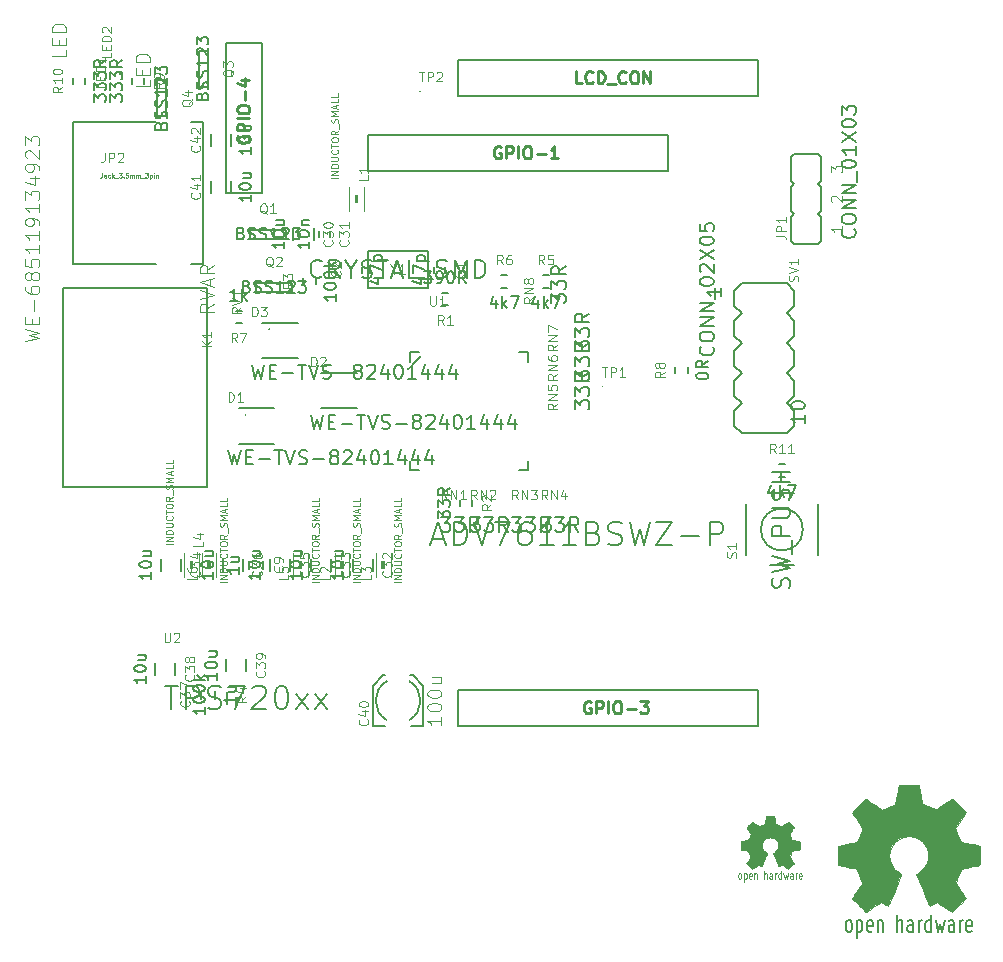
<source format=gto>
G04 #@! TF.FileFunction,Legend,Top*
%FSLAX46Y46*%
G04 Gerber Fmt 4.6, Leading zero omitted, Abs format (unit mm)*
G04 Created by KiCad (PCBNEW 0.201501280107+5391~20~ubuntu14.10.1-product) date Fre 06 Feb 2015 15:11:44 CET*
%MOMM*%
G01*
G04 APERTURE LIST*
%ADD10C,0.150000*%
%ADD11C,0.200000*%
%ADD12C,0.254000*%
%ADD13C,0.127000*%
%ADD14C,0.203200*%
%ADD15C,0.152400*%
%ADD16C,0.070000*%
%ADD17C,0.002540*%
%ADD18C,0.075000*%
%ADD19C,0.120000*%
%ADD20C,0.101600*%
%ADD21C,0.118872*%
%ADD22C,0.032512*%
%ADD23C,0.048768*%
%ADD24C,0.002032*%
%ADD25C,0.208280*%
G04 APERTURE END LIST*
D10*
D11*
X-123761500Y257746500D02*
X-123761500Y245046500D01*
X-120713500Y257746500D02*
X-123761500Y257746500D01*
X-120713500Y245046500D02*
X-120713500Y257746500D01*
X-123761500Y245046500D02*
X-120713500Y245046500D01*
X-78676500Y203009500D02*
X-104076500Y203009500D01*
X-78676500Y199961500D02*
X-78676500Y203009500D01*
X-104076500Y199961500D02*
X-78676500Y199961500D01*
X-104076500Y203009500D02*
X-104076500Y199961500D01*
X-78676500Y256349500D02*
X-104076500Y256349500D01*
X-78676500Y253301500D02*
X-78676500Y256349500D01*
X-104076500Y253301500D02*
X-78676500Y253301500D01*
X-104076500Y256349500D02*
X-104076500Y253301500D01*
X-86296500Y249999500D02*
X-111696500Y249999500D01*
X-86296500Y246951500D02*
X-86296500Y249999500D01*
X-111696500Y246951500D02*
X-86296500Y246951500D01*
X-111696500Y249999500D02*
X-111696500Y246951500D01*
D12*
X-93635286Y254365881D02*
X-94119095Y254365881D01*
X-94119095Y255381881D01*
X-92716048Y254462643D02*
X-92764429Y254414262D01*
X-92909572Y254365881D01*
X-93006334Y254365881D01*
X-93151476Y254414262D01*
X-93248238Y254511024D01*
X-93296619Y254607786D01*
X-93345000Y254801310D01*
X-93345000Y254946452D01*
X-93296619Y255139976D01*
X-93248238Y255236738D01*
X-93151476Y255333500D01*
X-93006334Y255381881D01*
X-92909572Y255381881D01*
X-92764429Y255333500D01*
X-92716048Y255285119D01*
X-92280619Y254365881D02*
X-92280619Y255381881D01*
X-92038714Y255381881D01*
X-91893572Y255333500D01*
X-91796810Y255236738D01*
X-91748429Y255139976D01*
X-91700048Y254946452D01*
X-91700048Y254801310D01*
X-91748429Y254607786D01*
X-91796810Y254511024D01*
X-91893572Y254414262D01*
X-92038714Y254365881D01*
X-92280619Y254365881D01*
X-91506524Y254269119D02*
X-90732429Y254269119D01*
X-89909953Y254462643D02*
X-89958334Y254414262D01*
X-90103477Y254365881D01*
X-90200239Y254365881D01*
X-90345381Y254414262D01*
X-90442143Y254511024D01*
X-90490524Y254607786D01*
X-90538905Y254801310D01*
X-90538905Y254946452D01*
X-90490524Y255139976D01*
X-90442143Y255236738D01*
X-90345381Y255333500D01*
X-90200239Y255381881D01*
X-90103477Y255381881D01*
X-89958334Y255333500D01*
X-89909953Y255285119D01*
X-89281000Y255381881D02*
X-89087477Y255381881D01*
X-88990715Y255333500D01*
X-88893953Y255236738D01*
X-88845572Y255043214D01*
X-88845572Y254704548D01*
X-88893953Y254511024D01*
X-88990715Y254414262D01*
X-89087477Y254365881D01*
X-89281000Y254365881D01*
X-89377762Y254414262D01*
X-89474524Y254511024D01*
X-89522905Y254704548D01*
X-89522905Y255043214D01*
X-89474524Y255236738D01*
X-89377762Y255333500D01*
X-89281000Y255381881D01*
X-88410143Y254365881D02*
X-88410143Y255381881D01*
X-87829572Y254365881D01*
X-87829572Y255381881D01*
X-122745500Y249884595D02*
X-122793881Y249787833D01*
X-122793881Y249642690D01*
X-122745500Y249497548D01*
X-122648738Y249400786D01*
X-122551976Y249352405D01*
X-122358452Y249304024D01*
X-122213310Y249304024D01*
X-122019786Y249352405D01*
X-121923024Y249400786D01*
X-121826262Y249497548D01*
X-121777881Y249642690D01*
X-121777881Y249739452D01*
X-121826262Y249884595D01*
X-121874643Y249932976D01*
X-122213310Y249932976D01*
X-122213310Y249739452D01*
X-121777881Y250368405D02*
X-122793881Y250368405D01*
X-122793881Y250755452D01*
X-122745500Y250852214D01*
X-122697119Y250900595D01*
X-122600357Y250948976D01*
X-122455214Y250948976D01*
X-122358452Y250900595D01*
X-122310071Y250852214D01*
X-122261690Y250755452D01*
X-122261690Y250368405D01*
X-121777881Y251384405D02*
X-122793881Y251384405D01*
X-122793881Y252061739D02*
X-122793881Y252255262D01*
X-122745500Y252352024D01*
X-122648738Y252448786D01*
X-122455214Y252497167D01*
X-122116548Y252497167D01*
X-121923024Y252448786D01*
X-121826262Y252352024D01*
X-121777881Y252255262D01*
X-121777881Y252061739D01*
X-121826262Y251964977D01*
X-121923024Y251868215D01*
X-122116548Y251819834D01*
X-122455214Y251819834D01*
X-122648738Y251868215D01*
X-122745500Y251964977D01*
X-122793881Y252061739D01*
X-122164929Y252932596D02*
X-122164929Y253706691D01*
X-122455214Y254625929D02*
X-121777881Y254625929D01*
X-122842262Y254384025D02*
X-122116548Y254142120D01*
X-122116548Y254771072D01*
X-92888405Y201993500D02*
X-92985167Y202041881D01*
X-93130310Y202041881D01*
X-93275452Y201993500D01*
X-93372214Y201896738D01*
X-93420595Y201799976D01*
X-93468976Y201606452D01*
X-93468976Y201461310D01*
X-93420595Y201267786D01*
X-93372214Y201171024D01*
X-93275452Y201074262D01*
X-93130310Y201025881D01*
X-93033548Y201025881D01*
X-92888405Y201074262D01*
X-92840024Y201122643D01*
X-92840024Y201461310D01*
X-93033548Y201461310D01*
X-92404595Y201025881D02*
X-92404595Y202041881D01*
X-92017548Y202041881D01*
X-91920786Y201993500D01*
X-91872405Y201945119D01*
X-91824024Y201848357D01*
X-91824024Y201703214D01*
X-91872405Y201606452D01*
X-91920786Y201558071D01*
X-92017548Y201509690D01*
X-92404595Y201509690D01*
X-91388595Y201025881D02*
X-91388595Y202041881D01*
X-90711261Y202041881D02*
X-90517738Y202041881D01*
X-90420976Y201993500D01*
X-90324214Y201896738D01*
X-90275833Y201703214D01*
X-90275833Y201364548D01*
X-90324214Y201171024D01*
X-90420976Y201074262D01*
X-90517738Y201025881D01*
X-90711261Y201025881D01*
X-90808023Y201074262D01*
X-90904785Y201171024D01*
X-90953166Y201364548D01*
X-90953166Y201703214D01*
X-90904785Y201896738D01*
X-90808023Y201993500D01*
X-90711261Y202041881D01*
X-89840404Y201412929D02*
X-89066309Y201412929D01*
X-88679261Y202041881D02*
X-88050309Y202041881D01*
X-88388975Y201654833D01*
X-88243833Y201654833D01*
X-88147071Y201606452D01*
X-88098690Y201558071D01*
X-88050309Y201461310D01*
X-88050309Y201219405D01*
X-88098690Y201122643D01*
X-88147071Y201074262D01*
X-88243833Y201025881D01*
X-88534118Y201025881D01*
X-88630880Y201074262D01*
X-88679261Y201122643D01*
X-100508405Y248983500D02*
X-100605167Y249031881D01*
X-100750310Y249031881D01*
X-100895452Y248983500D01*
X-100992214Y248886738D01*
X-101040595Y248789976D01*
X-101088976Y248596452D01*
X-101088976Y248451310D01*
X-101040595Y248257786D01*
X-100992214Y248161024D01*
X-100895452Y248064262D01*
X-100750310Y248015881D01*
X-100653548Y248015881D01*
X-100508405Y248064262D01*
X-100460024Y248112643D01*
X-100460024Y248451310D01*
X-100653548Y248451310D01*
X-100024595Y248015881D02*
X-100024595Y249031881D01*
X-99637548Y249031881D01*
X-99540786Y248983500D01*
X-99492405Y248935119D01*
X-99444024Y248838357D01*
X-99444024Y248693214D01*
X-99492405Y248596452D01*
X-99540786Y248548071D01*
X-99637548Y248499690D01*
X-100024595Y248499690D01*
X-99008595Y248015881D02*
X-99008595Y249031881D01*
X-98331261Y249031881D02*
X-98137738Y249031881D01*
X-98040976Y248983500D01*
X-97944214Y248886738D01*
X-97895833Y248693214D01*
X-97895833Y248354548D01*
X-97944214Y248161024D01*
X-98040976Y248064262D01*
X-98137738Y248015881D01*
X-98331261Y248015881D01*
X-98428023Y248064262D01*
X-98524785Y248161024D01*
X-98573166Y248354548D01*
X-98573166Y248693214D01*
X-98524785Y248886738D01*
X-98428023Y248983500D01*
X-98331261Y249031881D01*
X-97460404Y248402929D02*
X-96686309Y248402929D01*
X-95670309Y248015881D02*
X-96250880Y248015881D01*
X-95960594Y248015881D02*
X-95960594Y249031881D01*
X-96057356Y248886738D01*
X-96154118Y248789976D01*
X-96250880Y248741595D01*
D13*
X-120100000Y233557000D02*
G75*
G03X-120100000Y233557000I-20000J0D01*
G01*
X-120687000Y234092000D02*
X-117687000Y234092000D01*
X-117687000Y231092000D02*
X-120687000Y231092000D01*
X-122100000Y226307000D02*
G75*
G03X-122100000Y226307000I-20000J0D01*
G01*
X-122687000Y226842000D02*
X-119687000Y226842000D01*
X-119687000Y223842000D02*
X-122687000Y223842000D01*
D10*
X-105212000Y238342000D02*
X-105212000Y238842000D01*
X-106162000Y238842000D02*
X-106162000Y238342000D01*
X-113162000Y238842000D02*
X-113162000Y238342000D01*
X-112212000Y238342000D02*
X-112212000Y238842000D01*
X-120587000Y213942000D02*
X-120587000Y213242000D01*
X-121787000Y213242000D02*
X-121787000Y213942000D01*
X-116337000Y241092000D02*
X-116337000Y242092000D01*
X-118037000Y242092000D02*
X-118037000Y241092000D01*
X-114962000Y241342000D02*
X-114962000Y241842000D01*
X-115912000Y241842000D02*
X-115912000Y241342000D01*
X-111337000Y213092000D02*
X-111337000Y214092000D01*
X-113037000Y214092000D02*
X-113037000Y213092000D01*
X-114837000Y213092000D02*
X-114837000Y214092000D01*
X-116537000Y214092000D02*
X-116537000Y213092000D01*
X-127587000Y213092000D02*
X-127587000Y214092000D01*
X-129287000Y214092000D02*
X-129287000Y213092000D01*
X-118337000Y213092000D02*
X-118337000Y214092000D01*
X-120037000Y214092000D02*
X-120037000Y213092000D01*
X-122337000Y213092000D02*
X-122337000Y214092000D01*
X-124037000Y214092000D02*
X-124037000Y213092000D01*
X-125887000Y202242000D02*
X-125887000Y202942000D01*
X-124687000Y202942000D02*
X-124687000Y202242000D01*
X-128037000Y204292000D02*
X-128037000Y205292000D01*
X-129737000Y205292000D02*
X-129737000Y204292000D01*
X-122037000Y204592000D02*
X-122037000Y205592000D01*
X-123737000Y205592000D02*
X-123737000Y204592000D01*
D14*
X-107037000Y203342000D02*
X-107037000Y199942000D01*
X-107037000Y199942000D02*
X-108087000Y199942000D01*
X-110287000Y199942000D02*
X-111337000Y199942000D01*
X-111337000Y199942000D02*
X-111337000Y203342000D01*
X-110437000Y204242000D02*
X-110287000Y204242000D01*
X-108137000Y204242000D02*
X-107937000Y204242000D01*
X-107937000Y204242000D02*
X-107037000Y203342000D01*
X-111337000Y203342000D02*
X-110437000Y204242000D01*
X-108237000Y203742000D02*
G75*
G02X-108237000Y200442000I-950000J-1650000D01*
G01*
X-110137000Y203742000D02*
G75*
G03X-110137000Y200442000I950000J-1650000D01*
G01*
D13*
X-115100000Y229307000D02*
G75*
G03X-115100000Y229307000I-20000J0D01*
G01*
X-115687000Y229842000D02*
X-112687000Y229842000D01*
X-112687000Y226842000D02*
X-115687000Y226842000D01*
D15*
X-73671000Y240782000D02*
X-75703000Y240782000D01*
X-75957000Y248148000D02*
X-75957000Y246116000D01*
X-75703000Y245862000D02*
X-75957000Y246116000D01*
X-73417000Y248148000D02*
X-73417000Y246116000D01*
X-73671000Y245862000D02*
X-73417000Y246116000D01*
X-73417000Y248148000D02*
X-73671000Y248402000D01*
X-75957000Y248148000D02*
X-75703000Y248402000D01*
X-75703000Y248402000D02*
X-73671000Y248402000D01*
X-75957000Y245608000D02*
X-75703000Y245862000D01*
X-75957000Y245608000D02*
X-75957000Y243576000D01*
X-75703000Y243322000D02*
X-75957000Y243576000D01*
X-75957000Y243068000D02*
X-75703000Y243322000D01*
X-75703000Y240782000D02*
X-75957000Y241036000D01*
X-75957000Y243068000D02*
X-75957000Y241036000D01*
X-73417000Y245608000D02*
X-73671000Y245862000D01*
X-73671000Y243322000D02*
X-73417000Y243576000D01*
X-73417000Y243068000D02*
X-73671000Y243322000D01*
X-73671000Y240782000D02*
X-73417000Y241036000D01*
X-73417000Y245608000D02*
X-73417000Y243576000D01*
X-73417000Y243068000D02*
X-73417000Y241036000D01*
D14*
X-125687000Y251092000D02*
X-125687000Y239092000D01*
X-136687000Y251092000D02*
X-129687000Y251092000D01*
X-125687000Y251092000D02*
X-126687000Y251092000D01*
X-136687000Y251092000D02*
X-136687000Y239092000D01*
X-136687000Y239092000D02*
X-129687000Y239092000D01*
X-125687000Y239092000D02*
X-126687000Y239092000D01*
D13*
X-125387000Y236992000D02*
X-125387000Y220192000D01*
X-125387000Y220192000D02*
X-137537000Y220192000D01*
X-137537000Y220192000D02*
X-137537000Y236992000D01*
X-137537000Y236992000D02*
X-125387000Y236992000D01*
D16*
X-112062000Y245592000D02*
X-112062000Y243592000D01*
X-113312000Y243592000D02*
X-113312000Y245592000D01*
D10*
G36*
X-112837000Y244942000D02*
X-112837000Y244241900D01*
X-112536900Y244241900D01*
X-112536900Y244942000D01*
X-112837000Y244942000D01*
G37*
D16*
X-114562000Y212592000D02*
X-114562000Y214592000D01*
X-113312000Y214592000D02*
X-113312000Y212592000D01*
D10*
G36*
X-113787000Y213242000D02*
X-113787000Y213942100D01*
X-114087100Y213942100D01*
X-114087100Y213242000D01*
X-113787000Y213242000D01*
G37*
D16*
X-111062000Y212592000D02*
X-111062000Y214592000D01*
X-109812000Y214592000D02*
X-109812000Y212592000D01*
D10*
G36*
X-110287000Y213242000D02*
X-110287000Y213942100D01*
X-110587100Y213942100D01*
X-110587100Y213242000D01*
X-110287000Y213242000D01*
G37*
D16*
X-126062000Y214592000D02*
X-126062000Y212592000D01*
X-127312000Y212592000D02*
X-127312000Y214592000D01*
D10*
G36*
X-126837000Y213942000D02*
X-126837000Y213241900D01*
X-126536900Y213241900D01*
X-126536900Y213942000D01*
X-126837000Y213942000D01*
G37*
D16*
X-118062000Y212592000D02*
X-118062000Y214592000D01*
X-116812000Y214592000D02*
X-116812000Y212592000D01*
D10*
G36*
X-117287000Y213242000D02*
X-117287000Y213942100D01*
X-117587100Y213942100D01*
X-117587100Y213242000D01*
X-117287000Y213242000D01*
G37*
D16*
X-125812000Y212592000D02*
X-125812000Y214592000D01*
X-124562000Y214592000D02*
X-124562000Y212592000D01*
D10*
G36*
X-125037000Y213242000D02*
X-125037000Y213942100D01*
X-125337100Y213942100D01*
X-125337100Y213242000D01*
X-125037000Y213242000D01*
G37*
G36*
X-132787000Y255092000D02*
X-132587000Y255092000D01*
X-132587000Y255292000D01*
X-132787000Y255292000D01*
X-132787000Y255092000D01*
G37*
G36*
X-134587000Y255092000D02*
X-134787000Y255092000D01*
X-134787000Y254892000D01*
X-134587000Y254892000D01*
X-134587000Y255092000D01*
G37*
X-121711000Y241973000D02*
X-118663000Y241973000D01*
X-118663000Y241973000D02*
X-118663000Y241211000D01*
X-118663000Y241211000D02*
X-121711000Y241211000D01*
X-121711000Y241211000D02*
X-121711000Y241973000D01*
X-121211000Y237473000D02*
X-118163000Y237473000D01*
X-118163000Y237473000D02*
X-118163000Y236711000D01*
X-118163000Y236711000D02*
X-121211000Y236711000D01*
X-121211000Y236711000D02*
X-121211000Y237473000D01*
X-125306000Y257116000D02*
X-125306000Y254068000D01*
X-125306000Y254068000D02*
X-126068000Y254068000D01*
X-126068000Y254068000D02*
X-126068000Y257116000D01*
X-126068000Y257116000D02*
X-125306000Y257116000D01*
X-128806000Y254616000D02*
X-128806000Y251568000D01*
X-128806000Y251568000D02*
X-129568000Y251568000D01*
X-129568000Y251568000D02*
X-129568000Y254616000D01*
X-129568000Y254616000D02*
X-128806000Y254616000D01*
X-105437000Y235567000D02*
X-104937000Y235567000D01*
X-104937000Y236617000D02*
X-105437000Y236617000D01*
X-102912000Y218592000D02*
X-102912000Y219092000D01*
X-103962000Y219092000D02*
X-103962000Y218592000D01*
X-117212000Y237842000D02*
X-117212000Y237342000D01*
X-116162000Y237342000D02*
X-116162000Y237842000D01*
X-123662000Y202342000D02*
X-123662000Y202842000D01*
X-124712000Y202842000D02*
X-124712000Y202342000D01*
X-96437000Y238117000D02*
X-96937000Y238117000D01*
X-96937000Y237067000D02*
X-96437000Y237067000D01*
X-99937000Y238117000D02*
X-100437000Y238117000D01*
X-100437000Y237067000D02*
X-99937000Y237067000D01*
X-122937000Y234067000D02*
X-122437000Y234067000D01*
X-122437000Y235117000D02*
X-122937000Y235117000D01*
X-85712000Y230342000D02*
X-85712000Y229842000D01*
X-84662000Y229842000D02*
X-84662000Y230342000D01*
X-130662000Y254342000D02*
X-130662000Y254842000D01*
X-131712000Y254842000D02*
X-131712000Y254342000D01*
X-136712000Y254842000D02*
X-136712000Y254342000D01*
X-135662000Y254342000D02*
X-135662000Y254842000D01*
X-76437000Y222117000D02*
X-76937000Y222117000D01*
X-76937000Y221067000D02*
X-76437000Y221067000D01*
D14*
X-74909000Y216592000D02*
G75*
G03X-74909000Y216592000I-1778000J0D01*
G01*
X-79735000Y218751000D02*
X-79735000Y214433000D01*
X-73639000Y214433000D02*
X-73639000Y218751000D01*
X-77685000Y219640000D02*
X-75671000Y219640000D01*
X-77715000Y213544000D02*
X-75671000Y213544000D01*
D15*
X-75647000Y236807000D02*
X-75647000Y235537000D01*
X-75647000Y235537000D02*
X-76282000Y234902000D01*
X-76282000Y234902000D02*
X-75647000Y234267000D01*
X-75647000Y234267000D02*
X-75647000Y232997000D01*
X-75647000Y232997000D02*
X-76282000Y232362000D01*
X-75647000Y236807000D02*
X-76282000Y237442000D01*
X-76282000Y232362000D02*
X-75647000Y231727000D01*
X-75647000Y231727000D02*
X-75647000Y230457000D01*
X-75647000Y230457000D02*
X-76282000Y229822000D01*
X-75647000Y229187000D02*
X-75647000Y227917000D01*
X-75647000Y227917000D02*
X-76282000Y227282000D01*
X-76282000Y227282000D02*
X-75647000Y226647000D01*
X-75647000Y226647000D02*
X-75647000Y225377000D01*
X-75647000Y229187000D02*
X-76282000Y229822000D01*
X-80092000Y234902000D02*
X-80727000Y235537000D01*
X-80092000Y232362000D02*
X-80727000Y232997000D01*
X-80727000Y232997000D02*
X-80727000Y234267000D01*
X-80727000Y234267000D02*
X-80092000Y234902000D01*
X-76282000Y237442000D02*
X-80092000Y237442000D01*
X-80092000Y237442000D02*
X-80727000Y236807000D01*
X-80727000Y235537000D02*
X-80727000Y236807000D01*
X-80092000Y229822000D02*
X-80727000Y230457000D01*
X-80727000Y230457000D02*
X-80727000Y231727000D01*
X-80727000Y231727000D02*
X-80092000Y232362000D01*
X-80092000Y227282000D02*
X-80727000Y227917000D01*
X-80727000Y225377000D02*
X-80727000Y226647000D01*
X-80727000Y226647000D02*
X-80092000Y227282000D01*
X-80092000Y229822000D02*
X-80727000Y229187000D01*
X-80727000Y227917000D02*
X-80727000Y229187000D01*
X-76282000Y224742000D02*
X-80092000Y224742000D01*
X-75647000Y225377000D02*
X-76282000Y224742000D01*
X-80092000Y224742000D02*
X-80727000Y225377000D01*
X-107403400Y231595800D02*
X-108190800Y231595800D01*
X-98183200Y230808400D02*
X-98183200Y231595800D01*
X-98970600Y221588200D02*
X-98183200Y221588200D01*
X-107886000Y230630600D02*
X-107225600Y231291000D01*
X-108190800Y221588200D02*
X-107403400Y221588200D01*
X-98183200Y221588200D02*
X-98183200Y222375600D01*
X-98183200Y231595800D02*
X-98970600Y231595800D01*
X-108190800Y231595800D02*
X-108190800Y230808400D01*
X-108190800Y222375600D02*
X-108190800Y221588200D01*
D13*
X-106687000Y236992000D02*
X-111687000Y236992000D01*
X-106687000Y240192000D02*
X-111687000Y240192000D01*
X-111687000Y236992000D02*
X-111687000Y240192000D01*
X-106687000Y236992000D02*
X-106687000Y240192000D01*
D10*
X-125037000Y250092000D02*
X-125037000Y249092000D01*
X-123337000Y249092000D02*
X-123337000Y250092000D01*
X-125037000Y246092000D02*
X-125037000Y245092000D01*
X-123337000Y245092000D02*
X-123337000Y246092000D01*
X-60727000Y182482000D02*
X-60627000Y182552000D01*
X-60907000Y182482000D02*
X-60727000Y182482000D01*
X-61007000Y182552000D02*
X-60907000Y182482000D01*
X-61057000Y182692000D02*
X-61007000Y182552000D01*
X-61057000Y183272000D02*
X-61057000Y182692000D01*
X-60997000Y183422000D02*
X-61057000Y183272000D01*
X-60897000Y183492000D02*
X-60997000Y183422000D01*
X-60727000Y183492000D02*
X-60897000Y183492000D01*
X-60627000Y183402000D02*
X-60727000Y183492000D01*
X-60577000Y183272000D02*
X-60627000Y183402000D01*
X-60577000Y183002000D02*
X-60577000Y183272000D01*
X-61057000Y183002000D02*
X-60577000Y183002000D01*
X-61627000Y183482000D02*
X-61627000Y182482000D01*
X-61577000Y183342000D02*
X-61627000Y183172000D01*
X-61537000Y183402000D02*
X-61577000Y183342000D01*
X-61437000Y183482000D02*
X-61537000Y183402000D01*
X-61327000Y183482000D02*
X-61437000Y183482000D01*
X-63677000Y183492000D02*
X-63487000Y182482000D01*
X-63487000Y182482000D02*
X-63297000Y183202000D01*
X-63297000Y183202000D02*
X-63107000Y182482000D01*
X-63107000Y182482000D02*
X-62907000Y183492000D01*
X-64057000Y182562000D02*
X-64147000Y182482000D01*
X-64147000Y182482000D02*
X-64337000Y182482000D01*
X-64337000Y182482000D02*
X-64407000Y182532000D01*
X-64407000Y182532000D02*
X-64477000Y182612000D01*
X-64477000Y182612000D02*
X-64537000Y182772000D01*
X-64537000Y182772000D02*
X-64537000Y183192000D01*
X-64537000Y183192000D02*
X-64487000Y183342000D01*
X-64487000Y183342000D02*
X-64417000Y183432000D01*
X-64417000Y183432000D02*
X-64337000Y183482000D01*
X-64337000Y183482000D02*
X-64157000Y183482000D01*
X-64157000Y183482000D02*
X-64057000Y183402000D01*
X-64057000Y183982000D02*
X-64057000Y182482000D01*
X-64807000Y183482000D02*
X-64917000Y183482000D01*
X-64917000Y183482000D02*
X-65017000Y183402000D01*
X-65017000Y183402000D02*
X-65057000Y183342000D01*
X-65057000Y183342000D02*
X-65107000Y183172000D01*
X-65107000Y183482000D02*
X-65107000Y182482000D01*
X-62097000Y183272000D02*
X-62097000Y182482000D01*
X-62157000Y183422000D02*
X-62097000Y183272000D01*
X-62247000Y183492000D02*
X-62157000Y183422000D01*
X-62427000Y183492000D02*
X-62247000Y183492000D01*
X-62537000Y183412000D02*
X-62427000Y183492000D01*
X-62577000Y182712000D02*
X-62537000Y182572000D01*
X-62577000Y182842000D02*
X-62577000Y182712000D01*
X-62527000Y182982000D02*
X-62577000Y182842000D01*
X-62427000Y183062000D02*
X-62527000Y182982000D01*
X-62187000Y183062000D02*
X-62427000Y183062000D01*
X-62097000Y183132000D02*
X-62187000Y183062000D01*
X-62197000Y182482000D02*
X-62097000Y182562000D01*
X-62427000Y182482000D02*
X-62197000Y182482000D01*
X-62537000Y182572000D02*
X-62427000Y182482000D01*
X-66017000Y182572000D02*
X-65907000Y182482000D01*
X-65907000Y182482000D02*
X-65677000Y182482000D01*
X-65677000Y182482000D02*
X-65577000Y182562000D01*
X-65577000Y183132000D02*
X-65667000Y183062000D01*
X-65667000Y183062000D02*
X-65907000Y183062000D01*
X-65907000Y183062000D02*
X-66007000Y182982000D01*
X-66007000Y182982000D02*
X-66057000Y182842000D01*
X-66057000Y182842000D02*
X-66057000Y182712000D01*
X-66057000Y182712000D02*
X-66017000Y182572000D01*
X-66017000Y183412000D02*
X-65907000Y183492000D01*
X-65907000Y183492000D02*
X-65727000Y183492000D01*
X-65727000Y183492000D02*
X-65637000Y183422000D01*
X-65637000Y183422000D02*
X-65577000Y183272000D01*
X-65577000Y183272000D02*
X-65577000Y182482000D01*
X-66917000Y182482000D02*
X-66917000Y183982000D01*
X-66857000Y183422000D02*
X-66917000Y183352000D01*
X-66777000Y183482000D02*
X-66857000Y183422000D01*
X-66637000Y183482000D02*
X-66777000Y183482000D01*
X-66537000Y183412000D02*
X-66637000Y183482000D01*
X-66487000Y183262000D02*
X-66537000Y183412000D01*
X-66487000Y182482000D02*
X-66487000Y183262000D01*
X-68147000Y182482000D02*
X-68147000Y183262000D01*
X-68147000Y183262000D02*
X-68197000Y183412000D01*
X-68197000Y183412000D02*
X-68297000Y183482000D01*
X-68297000Y183482000D02*
X-68437000Y183482000D01*
X-68437000Y183482000D02*
X-68517000Y183422000D01*
X-68517000Y183422000D02*
X-68577000Y183352000D01*
X-68577000Y183482000D02*
X-68577000Y182482000D01*
X-69487000Y183002000D02*
X-69007000Y183002000D01*
X-69007000Y183002000D02*
X-69007000Y183272000D01*
X-69007000Y183272000D02*
X-69057000Y183402000D01*
X-69057000Y183402000D02*
X-69157000Y183492000D01*
X-69157000Y183492000D02*
X-69327000Y183492000D01*
X-69327000Y183492000D02*
X-69427000Y183422000D01*
X-69427000Y183422000D02*
X-69487000Y183272000D01*
X-69487000Y183272000D02*
X-69487000Y182692000D01*
X-69487000Y182692000D02*
X-69437000Y182552000D01*
X-69437000Y182552000D02*
X-69337000Y182482000D01*
X-69337000Y182482000D02*
X-69157000Y182482000D01*
X-69157000Y182482000D02*
X-69057000Y182552000D01*
X-70347000Y183492000D02*
X-70347000Y181982000D01*
X-70237000Y183492000D02*
X-70057000Y183492000D01*
X-70237000Y182492000D02*
X-70047000Y182492000D01*
X-70237000Y183492000D02*
X-70317000Y183432000D01*
X-69967000Y183422000D02*
X-70057000Y183492000D01*
X-69917000Y183352000D02*
X-69967000Y183422000D01*
X-69867000Y183192000D02*
X-69917000Y183352000D01*
X-69867000Y182782000D02*
X-69867000Y183192000D01*
X-69917000Y182642000D02*
X-69867000Y182782000D01*
X-69957000Y182572000D02*
X-69917000Y182642000D01*
X-70057000Y182492000D02*
X-69957000Y182572000D01*
X-70337000Y182562000D02*
X-70237000Y182492000D01*
X-71297000Y183192000D02*
X-71297000Y182782000D01*
X-71297000Y182782000D02*
X-71247000Y182642000D01*
X-71247000Y182642000D02*
X-71197000Y182552000D01*
X-71197000Y182552000D02*
X-71097000Y182482000D01*
X-71097000Y182482000D02*
X-70957000Y182482000D01*
X-70957000Y182482000D02*
X-70857000Y182562000D01*
X-70857000Y182562000D02*
X-70817000Y182632000D01*
X-70817000Y182632000D02*
X-70767000Y182772000D01*
X-70767000Y182772000D02*
X-70767000Y183182000D01*
X-70767000Y183182000D02*
X-70817000Y183342000D01*
X-70817000Y183342000D02*
X-70867000Y183412000D01*
X-70867000Y183412000D02*
X-70957000Y183482000D01*
X-70957000Y183482000D02*
X-71107000Y183482000D01*
X-71107000Y183482000D02*
X-71187000Y183422000D01*
X-71187000Y183422000D02*
X-71247000Y183342000D01*
X-71247000Y183342000D02*
X-71297000Y183192000D01*
D17*
G36*
X-69574280Y184202120D02*
X-69510780Y184235140D01*
X-69371080Y184324040D01*
X-69170420Y184453580D01*
X-68934200Y184613600D01*
X-68695440Y184773620D01*
X-68499860Y184905700D01*
X-68362700Y184992060D01*
X-68306820Y185025080D01*
X-68276340Y185014920D01*
X-68162040Y184959040D01*
X-67999480Y184872680D01*
X-67902960Y184824420D01*
X-67753100Y184758380D01*
X-67679440Y184745680D01*
X-67666740Y184766000D01*
X-67610860Y184882840D01*
X-67524500Y185078420D01*
X-67410200Y185340040D01*
X-67280660Y185642300D01*
X-67143500Y185972500D01*
X-67003800Y186307780D01*
X-66871720Y186625280D01*
X-66752340Y186912300D01*
X-66658360Y187145980D01*
X-66597400Y187308540D01*
X-66574540Y187379660D01*
X-66582160Y187394900D01*
X-66655820Y187466020D01*
X-66787900Y187565080D01*
X-67072380Y187796220D01*
X-67351780Y188146740D01*
X-67521960Y188542980D01*
X-67580380Y188984940D01*
X-67532120Y189393880D01*
X-67369560Y189787580D01*
X-67095240Y190140640D01*
X-66762500Y190404800D01*
X-66373880Y190569900D01*
X-65937000Y190625780D01*
X-65517900Y190577520D01*
X-65116580Y190420040D01*
X-64763520Y190150800D01*
X-64613660Y189978080D01*
X-64407920Y189619940D01*
X-64291080Y189233860D01*
X-64278380Y189137340D01*
X-64296160Y188715700D01*
X-64420620Y188311840D01*
X-64641600Y187951160D01*
X-64951480Y187653980D01*
X-64989580Y187626040D01*
X-65134360Y187519360D01*
X-65228340Y187445700D01*
X-65304540Y187384740D01*
X-64768600Y186091880D01*
X-64682240Y185886140D01*
X-64534920Y185535620D01*
X-64405380Y185230820D01*
X-64301240Y184986980D01*
X-64230120Y184826960D01*
X-64199640Y184760920D01*
X-64194560Y184758380D01*
X-64148840Y184750760D01*
X-64049780Y184786320D01*
X-63869440Y184872680D01*
X-63750060Y184933640D01*
X-63612900Y184999680D01*
X-63551940Y185025080D01*
X-63498600Y184997140D01*
X-63366520Y184910780D01*
X-63176020Y184781240D01*
X-62944880Y184626300D01*
X-62723900Y184476440D01*
X-62520700Y184341820D01*
X-62373380Y184247840D01*
X-62302260Y184209740D01*
X-62292100Y184209740D01*
X-62228600Y184245300D01*
X-62111760Y184341820D01*
X-61936500Y184509460D01*
X-61687580Y184753300D01*
X-61649480Y184791400D01*
X-61443740Y184999680D01*
X-61278640Y185174940D01*
X-61166880Y185299400D01*
X-61126240Y185355280D01*
X-61126240Y185355280D01*
X-61164340Y185426400D01*
X-61255780Y185573720D01*
X-61390400Y185776920D01*
X-61552960Y186018220D01*
X-61982220Y186637980D01*
X-61746000Y187224720D01*
X-61674880Y187405060D01*
X-61583440Y187623500D01*
X-61514860Y187778440D01*
X-61479300Y187847020D01*
X-61415800Y187869880D01*
X-61255780Y187907980D01*
X-61022100Y187956240D01*
X-60745240Y188007040D01*
X-60481080Y188055300D01*
X-60242320Y188101020D01*
X-60069600Y188134040D01*
X-59990860Y188149280D01*
X-59973080Y188161980D01*
X-59957840Y188200080D01*
X-59947680Y188281360D01*
X-59942600Y188426140D01*
X-59937520Y188654740D01*
X-59937520Y188984940D01*
X-59937520Y189020500D01*
X-59942600Y189335460D01*
X-59947680Y189586920D01*
X-59955300Y189752020D01*
X-59968000Y189818060D01*
X-59968000Y189818060D01*
X-60041660Y189835840D01*
X-60211840Y189871400D01*
X-60450600Y189919660D01*
X-60735080Y189973000D01*
X-60752860Y189975540D01*
X-61037340Y190031420D01*
X-61273560Y190079680D01*
X-61441200Y190117780D01*
X-61509780Y190140640D01*
X-61525020Y190160960D01*
X-61583440Y190272720D01*
X-61664720Y190447980D01*
X-61758700Y190661340D01*
X-61850140Y190884860D01*
X-61931420Y191085520D01*
X-61984760Y191235380D01*
X-62000000Y191303960D01*
X-62000000Y191303960D01*
X-61956820Y191372540D01*
X-61860300Y191519860D01*
X-61720600Y191723060D01*
X-61555500Y191964360D01*
X-61542800Y191984680D01*
X-61380240Y192223440D01*
X-61248160Y192426640D01*
X-61159260Y192571420D01*
X-61126240Y192634920D01*
X-61126240Y192640000D01*
X-61182120Y192711120D01*
X-61304040Y192848280D01*
X-61479300Y193031160D01*
X-61687580Y193241980D01*
X-61756160Y193308020D01*
X-61987300Y193536620D01*
X-62149860Y193683940D01*
X-62251460Y193765220D01*
X-62299720Y193783000D01*
X-62302260Y193780460D01*
X-62373380Y193737280D01*
X-62525780Y193638220D01*
X-62731520Y193498520D01*
X-62975360Y193333420D01*
X-62990600Y193323260D01*
X-63231900Y193160700D01*
X-63430020Y193023540D01*
X-63572260Y192929560D01*
X-63635760Y192894000D01*
X-63645920Y192894000D01*
X-63742440Y192921940D01*
X-63912620Y192980360D01*
X-64123440Y193061640D01*
X-64344420Y193150540D01*
X-64547620Y193236900D01*
X-64697480Y193305480D01*
X-64768600Y193346120D01*
X-64771140Y193348660D01*
X-64796540Y193435020D01*
X-64837180Y193615360D01*
X-64890520Y193861740D01*
X-64943860Y194156380D01*
X-64954020Y194202100D01*
X-65007360Y194489120D01*
X-65053080Y194725340D01*
X-65088640Y194887900D01*
X-65103880Y194956480D01*
X-65144520Y194964100D01*
X-65284220Y194974260D01*
X-65497580Y194981880D01*
X-65756660Y194984420D01*
X-66028440Y194981880D01*
X-66292600Y194976800D01*
X-66518660Y194969180D01*
X-66681220Y194956480D01*
X-66749800Y194943780D01*
X-66752340Y194938700D01*
X-66775200Y194849800D01*
X-66815840Y194672000D01*
X-66866640Y194423080D01*
X-66922520Y194128440D01*
X-66932680Y194075100D01*
X-66986020Y193790620D01*
X-67034280Y193556940D01*
X-67069840Y193396920D01*
X-67087620Y193333420D01*
X-67113020Y193320720D01*
X-67229860Y193267380D01*
X-67420360Y193188640D01*
X-67659120Y193092120D01*
X-68207760Y192871140D01*
X-68880860Y193333420D01*
X-68941820Y193374060D01*
X-69185660Y193539160D01*
X-69383780Y193671240D01*
X-69523480Y193760140D01*
X-69579360Y193793160D01*
X-69584440Y193790620D01*
X-69653020Y193732200D01*
X-69785100Y193607740D01*
X-69967980Y193429940D01*
X-70178800Y193219120D01*
X-70336280Y193061640D01*
X-70521700Y192873680D01*
X-70638540Y192746680D01*
X-70704580Y192665400D01*
X-70727440Y192614600D01*
X-70719820Y192581580D01*
X-70676640Y192513000D01*
X-70577580Y192365680D01*
X-70440420Y192159940D01*
X-70275320Y191923720D01*
X-70140700Y191723060D01*
X-69993380Y191497000D01*
X-69899400Y191336980D01*
X-69866380Y191258240D01*
X-69874000Y191225220D01*
X-69922260Y191093140D01*
X-70001000Y190892480D01*
X-70102600Y190656260D01*
X-70336280Y190122860D01*
X-70686800Y190056820D01*
X-70897620Y190016180D01*
X-71194800Y189957760D01*
X-71479280Y189904420D01*
X-71921240Y189818060D01*
X-71936480Y188192460D01*
X-71867900Y188161980D01*
X-71801860Y188144200D01*
X-71639300Y188108640D01*
X-71405620Y188062920D01*
X-71128760Y188009580D01*
X-70892540Y187966400D01*
X-70656320Y187920680D01*
X-70486140Y187887660D01*
X-70409940Y187872420D01*
X-70392160Y187847020D01*
X-70331200Y187730180D01*
X-70247380Y187549840D01*
X-70153400Y187328860D01*
X-70059420Y187102800D01*
X-69975600Y186891980D01*
X-69917180Y186731960D01*
X-69894320Y186648140D01*
X-69927340Y186587180D01*
X-70016240Y186447480D01*
X-70148320Y186249360D01*
X-70308340Y186013140D01*
X-70470900Y185776920D01*
X-70605520Y185576260D01*
X-70702040Y185431480D01*
X-70740140Y185365440D01*
X-70719820Y185319720D01*
X-70625840Y185205420D01*
X-70448040Y185022540D01*
X-70183880Y184760920D01*
X-70140700Y184717740D01*
X-69929880Y184517080D01*
X-69752080Y184351980D01*
X-69630160Y184242760D01*
X-69574280Y184202120D01*
X-69574280Y184202120D01*
G37*
X-69574280Y184202120D02*
X-69510780Y184235140D01*
X-69371080Y184324040D01*
X-69170420Y184453580D01*
X-68934200Y184613600D01*
X-68695440Y184773620D01*
X-68499860Y184905700D01*
X-68362700Y184992060D01*
X-68306820Y185025080D01*
X-68276340Y185014920D01*
X-68162040Y184959040D01*
X-67999480Y184872680D01*
X-67902960Y184824420D01*
X-67753100Y184758380D01*
X-67679440Y184745680D01*
X-67666740Y184766000D01*
X-67610860Y184882840D01*
X-67524500Y185078420D01*
X-67410200Y185340040D01*
X-67280660Y185642300D01*
X-67143500Y185972500D01*
X-67003800Y186307780D01*
X-66871720Y186625280D01*
X-66752340Y186912300D01*
X-66658360Y187145980D01*
X-66597400Y187308540D01*
X-66574540Y187379660D01*
X-66582160Y187394900D01*
X-66655820Y187466020D01*
X-66787900Y187565080D01*
X-67072380Y187796220D01*
X-67351780Y188146740D01*
X-67521960Y188542980D01*
X-67580380Y188984940D01*
X-67532120Y189393880D01*
X-67369560Y189787580D01*
X-67095240Y190140640D01*
X-66762500Y190404800D01*
X-66373880Y190569900D01*
X-65937000Y190625780D01*
X-65517900Y190577520D01*
X-65116580Y190420040D01*
X-64763520Y190150800D01*
X-64613660Y189978080D01*
X-64407920Y189619940D01*
X-64291080Y189233860D01*
X-64278380Y189137340D01*
X-64296160Y188715700D01*
X-64420620Y188311840D01*
X-64641600Y187951160D01*
X-64951480Y187653980D01*
X-64989580Y187626040D01*
X-65134360Y187519360D01*
X-65228340Y187445700D01*
X-65304540Y187384740D01*
X-64768600Y186091880D01*
X-64682240Y185886140D01*
X-64534920Y185535620D01*
X-64405380Y185230820D01*
X-64301240Y184986980D01*
X-64230120Y184826960D01*
X-64199640Y184760920D01*
X-64194560Y184758380D01*
X-64148840Y184750760D01*
X-64049780Y184786320D01*
X-63869440Y184872680D01*
X-63750060Y184933640D01*
X-63612900Y184999680D01*
X-63551940Y185025080D01*
X-63498600Y184997140D01*
X-63366520Y184910780D01*
X-63176020Y184781240D01*
X-62944880Y184626300D01*
X-62723900Y184476440D01*
X-62520700Y184341820D01*
X-62373380Y184247840D01*
X-62302260Y184209740D01*
X-62292100Y184209740D01*
X-62228600Y184245300D01*
X-62111760Y184341820D01*
X-61936500Y184509460D01*
X-61687580Y184753300D01*
X-61649480Y184791400D01*
X-61443740Y184999680D01*
X-61278640Y185174940D01*
X-61166880Y185299400D01*
X-61126240Y185355280D01*
X-61126240Y185355280D01*
X-61164340Y185426400D01*
X-61255780Y185573720D01*
X-61390400Y185776920D01*
X-61552960Y186018220D01*
X-61982220Y186637980D01*
X-61746000Y187224720D01*
X-61674880Y187405060D01*
X-61583440Y187623500D01*
X-61514860Y187778440D01*
X-61479300Y187847020D01*
X-61415800Y187869880D01*
X-61255780Y187907980D01*
X-61022100Y187956240D01*
X-60745240Y188007040D01*
X-60481080Y188055300D01*
X-60242320Y188101020D01*
X-60069600Y188134040D01*
X-59990860Y188149280D01*
X-59973080Y188161980D01*
X-59957840Y188200080D01*
X-59947680Y188281360D01*
X-59942600Y188426140D01*
X-59937520Y188654740D01*
X-59937520Y188984940D01*
X-59937520Y189020500D01*
X-59942600Y189335460D01*
X-59947680Y189586920D01*
X-59955300Y189752020D01*
X-59968000Y189818060D01*
X-59968000Y189818060D01*
X-60041660Y189835840D01*
X-60211840Y189871400D01*
X-60450600Y189919660D01*
X-60735080Y189973000D01*
X-60752860Y189975540D01*
X-61037340Y190031420D01*
X-61273560Y190079680D01*
X-61441200Y190117780D01*
X-61509780Y190140640D01*
X-61525020Y190160960D01*
X-61583440Y190272720D01*
X-61664720Y190447980D01*
X-61758700Y190661340D01*
X-61850140Y190884860D01*
X-61931420Y191085520D01*
X-61984760Y191235380D01*
X-62000000Y191303960D01*
X-62000000Y191303960D01*
X-61956820Y191372540D01*
X-61860300Y191519860D01*
X-61720600Y191723060D01*
X-61555500Y191964360D01*
X-61542800Y191984680D01*
X-61380240Y192223440D01*
X-61248160Y192426640D01*
X-61159260Y192571420D01*
X-61126240Y192634920D01*
X-61126240Y192640000D01*
X-61182120Y192711120D01*
X-61304040Y192848280D01*
X-61479300Y193031160D01*
X-61687580Y193241980D01*
X-61756160Y193308020D01*
X-61987300Y193536620D01*
X-62149860Y193683940D01*
X-62251460Y193765220D01*
X-62299720Y193783000D01*
X-62302260Y193780460D01*
X-62373380Y193737280D01*
X-62525780Y193638220D01*
X-62731520Y193498520D01*
X-62975360Y193333420D01*
X-62990600Y193323260D01*
X-63231900Y193160700D01*
X-63430020Y193023540D01*
X-63572260Y192929560D01*
X-63635760Y192894000D01*
X-63645920Y192894000D01*
X-63742440Y192921940D01*
X-63912620Y192980360D01*
X-64123440Y193061640D01*
X-64344420Y193150540D01*
X-64547620Y193236900D01*
X-64697480Y193305480D01*
X-64768600Y193346120D01*
X-64771140Y193348660D01*
X-64796540Y193435020D01*
X-64837180Y193615360D01*
X-64890520Y193861740D01*
X-64943860Y194156380D01*
X-64954020Y194202100D01*
X-65007360Y194489120D01*
X-65053080Y194725340D01*
X-65088640Y194887900D01*
X-65103880Y194956480D01*
X-65144520Y194964100D01*
X-65284220Y194974260D01*
X-65497580Y194981880D01*
X-65756660Y194984420D01*
X-66028440Y194981880D01*
X-66292600Y194976800D01*
X-66518660Y194969180D01*
X-66681220Y194956480D01*
X-66749800Y194943780D01*
X-66752340Y194938700D01*
X-66775200Y194849800D01*
X-66815840Y194672000D01*
X-66866640Y194423080D01*
X-66922520Y194128440D01*
X-66932680Y194075100D01*
X-66986020Y193790620D01*
X-67034280Y193556940D01*
X-67069840Y193396920D01*
X-67087620Y193333420D01*
X-67113020Y193320720D01*
X-67229860Y193267380D01*
X-67420360Y193188640D01*
X-67659120Y193092120D01*
X-68207760Y192871140D01*
X-68880860Y193333420D01*
X-68941820Y193374060D01*
X-69185660Y193539160D01*
X-69383780Y193671240D01*
X-69523480Y193760140D01*
X-69579360Y193793160D01*
X-69584440Y193790620D01*
X-69653020Y193732200D01*
X-69785100Y193607740D01*
X-69967980Y193429940D01*
X-70178800Y193219120D01*
X-70336280Y193061640D01*
X-70521700Y192873680D01*
X-70638540Y192746680D01*
X-70704580Y192665400D01*
X-70727440Y192614600D01*
X-70719820Y192581580D01*
X-70676640Y192513000D01*
X-70577580Y192365680D01*
X-70440420Y192159940D01*
X-70275320Y191923720D01*
X-70140700Y191723060D01*
X-69993380Y191497000D01*
X-69899400Y191336980D01*
X-69866380Y191258240D01*
X-69874000Y191225220D01*
X-69922260Y191093140D01*
X-70001000Y190892480D01*
X-70102600Y190656260D01*
X-70336280Y190122860D01*
X-70686800Y190056820D01*
X-70897620Y190016180D01*
X-71194800Y189957760D01*
X-71479280Y189904420D01*
X-71921240Y189818060D01*
X-71936480Y188192460D01*
X-71867900Y188161980D01*
X-71801860Y188144200D01*
X-71639300Y188108640D01*
X-71405620Y188062920D01*
X-71128760Y188009580D01*
X-70892540Y187966400D01*
X-70656320Y187920680D01*
X-70486140Y187887660D01*
X-70409940Y187872420D01*
X-70392160Y187847020D01*
X-70331200Y187730180D01*
X-70247380Y187549840D01*
X-70153400Y187328860D01*
X-70059420Y187102800D01*
X-69975600Y186891980D01*
X-69917180Y186731960D01*
X-69894320Y186648140D01*
X-69927340Y186587180D01*
X-70016240Y186447480D01*
X-70148320Y186249360D01*
X-70308340Y186013140D01*
X-70470900Y185776920D01*
X-70605520Y185576260D01*
X-70702040Y185431480D01*
X-70740140Y185365440D01*
X-70719820Y185319720D01*
X-70625840Y185205420D01*
X-70448040Y185022540D01*
X-70183880Y184760920D01*
X-70140700Y184717740D01*
X-69929880Y184517080D01*
X-69752080Y184351980D01*
X-69630160Y184242760D01*
X-69574280Y184202120D01*
D18*
X-75527000Y187472000D02*
X-75527000Y187012000D01*
X-75437000Y187472000D02*
X-75387000Y187472000D01*
X-75487000Y187442000D02*
X-75437000Y187472000D01*
X-75507000Y187422000D02*
X-75487000Y187442000D01*
X-75527000Y187352000D02*
X-75507000Y187422000D01*
X-75087000Y187012000D02*
X-75037000Y187042000D01*
X-75187000Y187012000D02*
X-75087000Y187012000D01*
X-75227000Y187042000D02*
X-75187000Y187012000D01*
X-75247000Y187112000D02*
X-75227000Y187042000D01*
X-75247000Y187382000D02*
X-75247000Y187112000D01*
X-75217000Y187442000D02*
X-75247000Y187382000D01*
X-75177000Y187472000D02*
X-75217000Y187442000D01*
X-75077000Y187472000D02*
X-75177000Y187472000D01*
X-75037000Y187432000D02*
X-75077000Y187472000D01*
X-75017000Y187362000D02*
X-75037000Y187432000D01*
X-75017000Y187242000D02*
X-75017000Y187362000D01*
X-75017000Y187242000D02*
X-75247000Y187242000D01*
X-75767000Y187382000D02*
X-75767000Y187012000D01*
X-75797000Y187442000D02*
X-75767000Y187382000D01*
X-75837000Y187472000D02*
X-75797000Y187442000D01*
X-75937000Y187472000D02*
X-75837000Y187472000D01*
X-75987000Y187442000D02*
X-75937000Y187472000D01*
X-75927000Y187282000D02*
X-75977000Y187252000D01*
X-75807000Y187282000D02*
X-75927000Y187282000D01*
X-75767000Y187312000D02*
X-75807000Y187282000D01*
X-75817000Y187012000D02*
X-75767000Y187052000D01*
X-75937000Y187012000D02*
X-75817000Y187012000D01*
X-75987000Y187052000D02*
X-75937000Y187012000D01*
X-76007000Y187112000D02*
X-75987000Y187052000D01*
X-76007000Y187182000D02*
X-76007000Y187112000D01*
X-75977000Y187252000D02*
X-76007000Y187182000D01*
X-76557000Y187472000D02*
X-76457000Y187012000D01*
X-76457000Y187012000D02*
X-76367000Y187352000D01*
X-76367000Y187352000D02*
X-76267000Y187012000D01*
X-76267000Y187012000D02*
X-76167000Y187472000D01*
X-76747000Y187042000D02*
X-76787000Y187012000D01*
X-76787000Y187012000D02*
X-76897000Y187012000D01*
X-76897000Y187012000D02*
X-76937000Y187042000D01*
X-76937000Y187042000D02*
X-76957000Y187072000D01*
X-76957000Y187072000D02*
X-76987000Y187142000D01*
X-76987000Y187142000D02*
X-76987000Y187342000D01*
X-76987000Y187342000D02*
X-76957000Y187412000D01*
X-76957000Y187412000D02*
X-76937000Y187442000D01*
X-76937000Y187442000D02*
X-76877000Y187482000D01*
X-76877000Y187482000D02*
X-76807000Y187482000D01*
X-76807000Y187482000D02*
X-76747000Y187442000D01*
X-76747000Y187712000D02*
X-76747000Y187012000D01*
X-77267000Y187352000D02*
X-77247000Y187422000D01*
X-77247000Y187422000D02*
X-77227000Y187442000D01*
X-77227000Y187442000D02*
X-77177000Y187472000D01*
X-77177000Y187472000D02*
X-77127000Y187472000D01*
X-77267000Y187472000D02*
X-77267000Y187012000D01*
X-77717000Y187252000D02*
X-77747000Y187182000D01*
X-77747000Y187182000D02*
X-77747000Y187112000D01*
X-77747000Y187112000D02*
X-77727000Y187052000D01*
X-77727000Y187052000D02*
X-77677000Y187012000D01*
X-77677000Y187012000D02*
X-77557000Y187012000D01*
X-77557000Y187012000D02*
X-77507000Y187052000D01*
X-77507000Y187312000D02*
X-77547000Y187282000D01*
X-77547000Y187282000D02*
X-77667000Y187282000D01*
X-77667000Y187282000D02*
X-77717000Y187252000D01*
X-77727000Y187442000D02*
X-77677000Y187472000D01*
X-77677000Y187472000D02*
X-77577000Y187472000D01*
X-77577000Y187472000D02*
X-77537000Y187442000D01*
X-77537000Y187442000D02*
X-77507000Y187382000D01*
X-77507000Y187382000D02*
X-77507000Y187012000D01*
X-78177000Y187402000D02*
X-78157000Y187442000D01*
X-78157000Y187442000D02*
X-78107000Y187472000D01*
X-78107000Y187472000D02*
X-78027000Y187472000D01*
X-78027000Y187472000D02*
X-77987000Y187442000D01*
X-77987000Y187442000D02*
X-77967000Y187382000D01*
X-77967000Y187382000D02*
X-77967000Y187012000D01*
X-78177000Y187712000D02*
X-78177000Y187012000D01*
X-79227000Y187242000D02*
X-79457000Y187242000D01*
X-79007000Y187412000D02*
X-78987000Y187442000D01*
X-78987000Y187442000D02*
X-78947000Y187472000D01*
X-78947000Y187472000D02*
X-78857000Y187472000D01*
X-78857000Y187472000D02*
X-78817000Y187442000D01*
X-78817000Y187442000D02*
X-78797000Y187382000D01*
X-78797000Y187382000D02*
X-78797000Y187012000D01*
X-79007000Y187472000D02*
X-79007000Y187012000D01*
X-79227000Y187242000D02*
X-79227000Y187362000D01*
X-79227000Y187362000D02*
X-79247000Y187432000D01*
X-79247000Y187432000D02*
X-79287000Y187472000D01*
X-79287000Y187472000D02*
X-79387000Y187472000D01*
X-79387000Y187472000D02*
X-79427000Y187442000D01*
X-79427000Y187442000D02*
X-79457000Y187382000D01*
X-79457000Y187382000D02*
X-79457000Y187112000D01*
X-79457000Y187112000D02*
X-79437000Y187042000D01*
X-79437000Y187042000D02*
X-79397000Y187012000D01*
X-79397000Y187012000D02*
X-79297000Y187012000D01*
X-79297000Y187012000D02*
X-79247000Y187042000D01*
X-79887000Y187442000D02*
X-79847000Y187472000D01*
X-79847000Y187472000D02*
X-79747000Y187472000D01*
X-79747000Y187472000D02*
X-79707000Y187442000D01*
X-79707000Y187442000D02*
X-79677000Y187412000D01*
X-79677000Y187412000D02*
X-79657000Y187352000D01*
X-79657000Y187352000D02*
X-79657000Y187132000D01*
X-79657000Y187132000D02*
X-79677000Y187072000D01*
X-79677000Y187072000D02*
X-79697000Y187042000D01*
X-79697000Y187042000D02*
X-79737000Y187012000D01*
X-79737000Y187012000D02*
X-79837000Y187012000D01*
X-79837000Y187012000D02*
X-79887000Y187042000D01*
X-79887000Y186772000D02*
X-79887000Y187472000D01*
X-80197000Y187472000D02*
X-80277000Y187472000D01*
X-80277000Y187472000D02*
X-80317000Y187442000D01*
X-80317000Y187442000D02*
X-80337000Y187412000D01*
X-80337000Y187412000D02*
X-80367000Y187342000D01*
X-80277000Y187012000D02*
X-80197000Y187012000D01*
X-80197000Y187012000D02*
X-80147000Y187042000D01*
X-80147000Y187042000D02*
X-80127000Y187072000D01*
X-80127000Y187072000D02*
X-80107000Y187142000D01*
X-80107000Y187142000D02*
X-80107000Y187342000D01*
X-80107000Y187342000D02*
X-80127000Y187402000D01*
X-80127000Y187402000D02*
X-80147000Y187432000D01*
X-80147000Y187432000D02*
X-80197000Y187472000D01*
X-80367000Y187342000D02*
X-80367000Y187142000D01*
X-80367000Y187142000D02*
X-80347000Y187082000D01*
X-80347000Y187082000D02*
X-80327000Y187052000D01*
X-80327000Y187052000D02*
X-80277000Y187012000D01*
D17*
G36*
X-79200840Y187846640D02*
X-79175440Y187861880D01*
X-79117020Y187897440D01*
X-79033200Y187953320D01*
X-78934140Y188019360D01*
X-78835080Y188085400D01*
X-78753800Y188138740D01*
X-78697920Y188176840D01*
X-78672520Y188189540D01*
X-78659820Y188184460D01*
X-78614100Y188161600D01*
X-78545520Y188126040D01*
X-78504880Y188105720D01*
X-78443920Y188080320D01*
X-78410900Y188072700D01*
X-78405820Y188082860D01*
X-78382960Y188131120D01*
X-78347400Y188212400D01*
X-78301680Y188321620D01*
X-78245800Y188448620D01*
X-78189920Y188583240D01*
X-78131500Y188722940D01*
X-78075620Y188857560D01*
X-78027360Y188976940D01*
X-77986720Y189073460D01*
X-77961320Y189142040D01*
X-77951160Y189169980D01*
X-77953700Y189177600D01*
X-77986720Y189208080D01*
X-78040060Y189248720D01*
X-78159440Y189345240D01*
X-78276280Y189490020D01*
X-78347400Y189655120D01*
X-78370260Y189840540D01*
X-78349940Y190010720D01*
X-78283900Y190173280D01*
X-78169600Y190320600D01*
X-78029900Y190429820D01*
X-77867340Y190498400D01*
X-77687000Y190521260D01*
X-77514280Y190500940D01*
X-77346640Y190434900D01*
X-77199320Y190323140D01*
X-77135820Y190252020D01*
X-77049460Y190102160D01*
X-77001200Y189944680D01*
X-76996120Y189904040D01*
X-77003740Y189728780D01*
X-77054540Y189558600D01*
X-77148520Y189408740D01*
X-77278060Y189284280D01*
X-77293300Y189274120D01*
X-77351720Y189228400D01*
X-77392360Y189197920D01*
X-77422840Y189172520D01*
X-77199320Y188634040D01*
X-77163760Y188550220D01*
X-77102800Y188402900D01*
X-77049460Y188275900D01*
X-77006280Y188174300D01*
X-76975800Y188108260D01*
X-76963100Y188080320D01*
X-76963100Y188077780D01*
X-76942780Y188075240D01*
X-76902140Y188090480D01*
X-76825940Y188126040D01*
X-76777680Y188151440D01*
X-76719260Y188179380D01*
X-76693860Y188189540D01*
X-76671000Y188176840D01*
X-76617660Y188141280D01*
X-76536380Y188087940D01*
X-76439860Y188024440D01*
X-76348420Y187960940D01*
X-76264600Y187905060D01*
X-76203640Y187866960D01*
X-76173160Y187849180D01*
X-76168080Y187849180D01*
X-76142680Y187864420D01*
X-76094420Y187905060D01*
X-76020760Y187973640D01*
X-75916620Y188077780D01*
X-75901380Y188093020D01*
X-75815020Y188179380D01*
X-75746440Y188253040D01*
X-75700720Y188303840D01*
X-75682940Y188326700D01*
X-75682940Y188326700D01*
X-75698180Y188357180D01*
X-75736280Y188418140D01*
X-75792160Y188504500D01*
X-75860740Y188603560D01*
X-76038540Y188862640D01*
X-75942020Y189106480D01*
X-75911540Y189182680D01*
X-75873440Y189271580D01*
X-75845500Y189337620D01*
X-75830260Y189365560D01*
X-75804860Y189375720D01*
X-75736280Y189390960D01*
X-75639760Y189411280D01*
X-75525460Y189431600D01*
X-75413700Y189451920D01*
X-75314640Y189472240D01*
X-75243520Y189484940D01*
X-75210500Y189492560D01*
X-75202880Y189497640D01*
X-75195260Y189512880D01*
X-75192720Y189545900D01*
X-75190180Y189606860D01*
X-75187640Y189700840D01*
X-75187640Y189840540D01*
X-75187640Y189855780D01*
X-75190180Y189985320D01*
X-75192720Y190092000D01*
X-75195260Y190158040D01*
X-75200340Y190185980D01*
X-75200340Y190185980D01*
X-75230820Y190193600D01*
X-75301940Y190208840D01*
X-75401000Y190226620D01*
X-75520380Y190249480D01*
X-75528000Y190252020D01*
X-75644840Y190274880D01*
X-75743900Y190295200D01*
X-75815020Y190310440D01*
X-75842960Y190320600D01*
X-75850580Y190328220D01*
X-75873440Y190373940D01*
X-75906460Y190447600D01*
X-75947100Y190536500D01*
X-75985200Y190630480D01*
X-76018220Y190714300D01*
X-76041080Y190775260D01*
X-76048700Y190803200D01*
X-76046160Y190805740D01*
X-76028380Y190833680D01*
X-75987740Y190894640D01*
X-75931860Y190978460D01*
X-75863280Y191080060D01*
X-75858200Y191087680D01*
X-75789620Y191186740D01*
X-75733740Y191273100D01*
X-75698180Y191331520D01*
X-75682940Y191359460D01*
X-75682940Y191362000D01*
X-75705800Y191392480D01*
X-75756600Y191448360D01*
X-75830260Y191524560D01*
X-75916620Y191613460D01*
X-75944560Y191638860D01*
X-76043620Y191735380D01*
X-76109660Y191796340D01*
X-76152840Y191829360D01*
X-76173160Y191836980D01*
X-76173160Y191836980D01*
X-76203640Y191819200D01*
X-76267140Y191778560D01*
X-76350960Y191720140D01*
X-76452560Y191651560D01*
X-76460180Y191646480D01*
X-76559240Y191577900D01*
X-76643060Y191522020D01*
X-76701480Y191481380D01*
X-76729420Y191466140D01*
X-76731960Y191466140D01*
X-76772600Y191478840D01*
X-76843720Y191504240D01*
X-76932620Y191537260D01*
X-77024060Y191575360D01*
X-77107880Y191610920D01*
X-77171380Y191638860D01*
X-77201860Y191656640D01*
X-77201860Y191656640D01*
X-77212020Y191692200D01*
X-77229800Y191768400D01*
X-77250120Y191870000D01*
X-77275520Y191991920D01*
X-77278060Y192012240D01*
X-77300920Y192131620D01*
X-77318700Y192230680D01*
X-77333940Y192299260D01*
X-77341560Y192327200D01*
X-77356800Y192329740D01*
X-77415220Y192334820D01*
X-77504120Y192337360D01*
X-77613340Y192337360D01*
X-77725100Y192337360D01*
X-77834320Y192334820D01*
X-77928300Y192332280D01*
X-77996880Y192327200D01*
X-78024820Y192322120D01*
X-78024820Y192319580D01*
X-78034980Y192281480D01*
X-78052760Y192207820D01*
X-78073080Y192103680D01*
X-78095940Y191981760D01*
X-78101020Y191958900D01*
X-78123880Y191842060D01*
X-78144200Y191743000D01*
X-78156900Y191676960D01*
X-78164520Y191649020D01*
X-78177220Y191643940D01*
X-78225480Y191623620D01*
X-78304220Y191590600D01*
X-78403280Y191549960D01*
X-78631880Y191458520D01*
X-78913820Y191649020D01*
X-78939220Y191666800D01*
X-79040820Y191735380D01*
X-79122100Y191791260D01*
X-79180520Y191829360D01*
X-79203380Y191842060D01*
X-79205920Y191842060D01*
X-79233860Y191816660D01*
X-79289740Y191763320D01*
X-79365940Y191689660D01*
X-79454840Y191603300D01*
X-79518340Y191537260D01*
X-79597080Y191458520D01*
X-79645340Y191405180D01*
X-79673280Y191372160D01*
X-79680900Y191351840D01*
X-79678360Y191336600D01*
X-79660580Y191308660D01*
X-79619940Y191247700D01*
X-79561520Y191161340D01*
X-79492940Y191062280D01*
X-79437060Y190978460D01*
X-79376100Y190884480D01*
X-79338000Y190818440D01*
X-79322760Y190785420D01*
X-79327840Y190772720D01*
X-79345620Y190716840D01*
X-79381180Y190633020D01*
X-79421820Y190533960D01*
X-79520880Y190312980D01*
X-79665660Y190285040D01*
X-79754560Y190267260D01*
X-79876480Y190244400D01*
X-79995860Y190221540D01*
X-80178740Y190185980D01*
X-80186360Y189510340D01*
X-80158420Y189497640D01*
X-80130480Y189490020D01*
X-80061900Y189474780D01*
X-79965380Y189454460D01*
X-79848540Y189434140D01*
X-79752020Y189416360D01*
X-79652960Y189396040D01*
X-79581840Y189383340D01*
X-79551360Y189375720D01*
X-79541200Y189365560D01*
X-79518340Y189317300D01*
X-79482780Y189241100D01*
X-79442140Y189149660D01*
X-79404040Y189055680D01*
X-79368480Y188966780D01*
X-79345620Y188900740D01*
X-79335460Y188867720D01*
X-79348160Y188839780D01*
X-79386260Y188781360D01*
X-79439600Y188700080D01*
X-79508180Y188601020D01*
X-79574220Y188504500D01*
X-79632640Y188420680D01*
X-79670740Y188359720D01*
X-79688520Y188331780D01*
X-79678360Y188314000D01*
X-79640260Y188265740D01*
X-79566600Y188189540D01*
X-79454840Y188080320D01*
X-79437060Y188062540D01*
X-79350700Y187978720D01*
X-79277040Y187910140D01*
X-79223700Y187864420D01*
X-79200840Y187846640D01*
X-79200840Y187846640D01*
G37*
X-79200840Y187846640D02*
X-79175440Y187861880D01*
X-79117020Y187897440D01*
X-79033200Y187953320D01*
X-78934140Y188019360D01*
X-78835080Y188085400D01*
X-78753800Y188138740D01*
X-78697920Y188176840D01*
X-78672520Y188189540D01*
X-78659820Y188184460D01*
X-78614100Y188161600D01*
X-78545520Y188126040D01*
X-78504880Y188105720D01*
X-78443920Y188080320D01*
X-78410900Y188072700D01*
X-78405820Y188082860D01*
X-78382960Y188131120D01*
X-78347400Y188212400D01*
X-78301680Y188321620D01*
X-78245800Y188448620D01*
X-78189920Y188583240D01*
X-78131500Y188722940D01*
X-78075620Y188857560D01*
X-78027360Y188976940D01*
X-77986720Y189073460D01*
X-77961320Y189142040D01*
X-77951160Y189169980D01*
X-77953700Y189177600D01*
X-77986720Y189208080D01*
X-78040060Y189248720D01*
X-78159440Y189345240D01*
X-78276280Y189490020D01*
X-78347400Y189655120D01*
X-78370260Y189840540D01*
X-78349940Y190010720D01*
X-78283900Y190173280D01*
X-78169600Y190320600D01*
X-78029900Y190429820D01*
X-77867340Y190498400D01*
X-77687000Y190521260D01*
X-77514280Y190500940D01*
X-77346640Y190434900D01*
X-77199320Y190323140D01*
X-77135820Y190252020D01*
X-77049460Y190102160D01*
X-77001200Y189944680D01*
X-76996120Y189904040D01*
X-77003740Y189728780D01*
X-77054540Y189558600D01*
X-77148520Y189408740D01*
X-77278060Y189284280D01*
X-77293300Y189274120D01*
X-77351720Y189228400D01*
X-77392360Y189197920D01*
X-77422840Y189172520D01*
X-77199320Y188634040D01*
X-77163760Y188550220D01*
X-77102800Y188402900D01*
X-77049460Y188275900D01*
X-77006280Y188174300D01*
X-76975800Y188108260D01*
X-76963100Y188080320D01*
X-76963100Y188077780D01*
X-76942780Y188075240D01*
X-76902140Y188090480D01*
X-76825940Y188126040D01*
X-76777680Y188151440D01*
X-76719260Y188179380D01*
X-76693860Y188189540D01*
X-76671000Y188176840D01*
X-76617660Y188141280D01*
X-76536380Y188087940D01*
X-76439860Y188024440D01*
X-76348420Y187960940D01*
X-76264600Y187905060D01*
X-76203640Y187866960D01*
X-76173160Y187849180D01*
X-76168080Y187849180D01*
X-76142680Y187864420D01*
X-76094420Y187905060D01*
X-76020760Y187973640D01*
X-75916620Y188077780D01*
X-75901380Y188093020D01*
X-75815020Y188179380D01*
X-75746440Y188253040D01*
X-75700720Y188303840D01*
X-75682940Y188326700D01*
X-75682940Y188326700D01*
X-75698180Y188357180D01*
X-75736280Y188418140D01*
X-75792160Y188504500D01*
X-75860740Y188603560D01*
X-76038540Y188862640D01*
X-75942020Y189106480D01*
X-75911540Y189182680D01*
X-75873440Y189271580D01*
X-75845500Y189337620D01*
X-75830260Y189365560D01*
X-75804860Y189375720D01*
X-75736280Y189390960D01*
X-75639760Y189411280D01*
X-75525460Y189431600D01*
X-75413700Y189451920D01*
X-75314640Y189472240D01*
X-75243520Y189484940D01*
X-75210500Y189492560D01*
X-75202880Y189497640D01*
X-75195260Y189512880D01*
X-75192720Y189545900D01*
X-75190180Y189606860D01*
X-75187640Y189700840D01*
X-75187640Y189840540D01*
X-75187640Y189855780D01*
X-75190180Y189985320D01*
X-75192720Y190092000D01*
X-75195260Y190158040D01*
X-75200340Y190185980D01*
X-75200340Y190185980D01*
X-75230820Y190193600D01*
X-75301940Y190208840D01*
X-75401000Y190226620D01*
X-75520380Y190249480D01*
X-75528000Y190252020D01*
X-75644840Y190274880D01*
X-75743900Y190295200D01*
X-75815020Y190310440D01*
X-75842960Y190320600D01*
X-75850580Y190328220D01*
X-75873440Y190373940D01*
X-75906460Y190447600D01*
X-75947100Y190536500D01*
X-75985200Y190630480D01*
X-76018220Y190714300D01*
X-76041080Y190775260D01*
X-76048700Y190803200D01*
X-76046160Y190805740D01*
X-76028380Y190833680D01*
X-75987740Y190894640D01*
X-75931860Y190978460D01*
X-75863280Y191080060D01*
X-75858200Y191087680D01*
X-75789620Y191186740D01*
X-75733740Y191273100D01*
X-75698180Y191331520D01*
X-75682940Y191359460D01*
X-75682940Y191362000D01*
X-75705800Y191392480D01*
X-75756600Y191448360D01*
X-75830260Y191524560D01*
X-75916620Y191613460D01*
X-75944560Y191638860D01*
X-76043620Y191735380D01*
X-76109660Y191796340D01*
X-76152840Y191829360D01*
X-76173160Y191836980D01*
X-76173160Y191836980D01*
X-76203640Y191819200D01*
X-76267140Y191778560D01*
X-76350960Y191720140D01*
X-76452560Y191651560D01*
X-76460180Y191646480D01*
X-76559240Y191577900D01*
X-76643060Y191522020D01*
X-76701480Y191481380D01*
X-76729420Y191466140D01*
X-76731960Y191466140D01*
X-76772600Y191478840D01*
X-76843720Y191504240D01*
X-76932620Y191537260D01*
X-77024060Y191575360D01*
X-77107880Y191610920D01*
X-77171380Y191638860D01*
X-77201860Y191656640D01*
X-77201860Y191656640D01*
X-77212020Y191692200D01*
X-77229800Y191768400D01*
X-77250120Y191870000D01*
X-77275520Y191991920D01*
X-77278060Y192012240D01*
X-77300920Y192131620D01*
X-77318700Y192230680D01*
X-77333940Y192299260D01*
X-77341560Y192327200D01*
X-77356800Y192329740D01*
X-77415220Y192334820D01*
X-77504120Y192337360D01*
X-77613340Y192337360D01*
X-77725100Y192337360D01*
X-77834320Y192334820D01*
X-77928300Y192332280D01*
X-77996880Y192327200D01*
X-78024820Y192322120D01*
X-78024820Y192319580D01*
X-78034980Y192281480D01*
X-78052760Y192207820D01*
X-78073080Y192103680D01*
X-78095940Y191981760D01*
X-78101020Y191958900D01*
X-78123880Y191842060D01*
X-78144200Y191743000D01*
X-78156900Y191676960D01*
X-78164520Y191649020D01*
X-78177220Y191643940D01*
X-78225480Y191623620D01*
X-78304220Y191590600D01*
X-78403280Y191549960D01*
X-78631880Y191458520D01*
X-78913820Y191649020D01*
X-78939220Y191666800D01*
X-79040820Y191735380D01*
X-79122100Y191791260D01*
X-79180520Y191829360D01*
X-79203380Y191842060D01*
X-79205920Y191842060D01*
X-79233860Y191816660D01*
X-79289740Y191763320D01*
X-79365940Y191689660D01*
X-79454840Y191603300D01*
X-79518340Y191537260D01*
X-79597080Y191458520D01*
X-79645340Y191405180D01*
X-79673280Y191372160D01*
X-79680900Y191351840D01*
X-79678360Y191336600D01*
X-79660580Y191308660D01*
X-79619940Y191247700D01*
X-79561520Y191161340D01*
X-79492940Y191062280D01*
X-79437060Y190978460D01*
X-79376100Y190884480D01*
X-79338000Y190818440D01*
X-79322760Y190785420D01*
X-79327840Y190772720D01*
X-79345620Y190716840D01*
X-79381180Y190633020D01*
X-79421820Y190533960D01*
X-79520880Y190312980D01*
X-79665660Y190285040D01*
X-79754560Y190267260D01*
X-79876480Y190244400D01*
X-79995860Y190221540D01*
X-80178740Y190185980D01*
X-80186360Y189510340D01*
X-80158420Y189497640D01*
X-80130480Y189490020D01*
X-80061900Y189474780D01*
X-79965380Y189454460D01*
X-79848540Y189434140D01*
X-79752020Y189416360D01*
X-79652960Y189396040D01*
X-79581840Y189383340D01*
X-79551360Y189375720D01*
X-79541200Y189365560D01*
X-79518340Y189317300D01*
X-79482780Y189241100D01*
X-79442140Y189149660D01*
X-79404040Y189055680D01*
X-79368480Y188966780D01*
X-79345620Y188900740D01*
X-79335460Y188867720D01*
X-79348160Y188839780D01*
X-79386260Y188781360D01*
X-79439600Y188700080D01*
X-79508180Y188601020D01*
X-79574220Y188504500D01*
X-79632640Y188420680D01*
X-79670740Y188359720D01*
X-79688520Y188331780D01*
X-79678360Y188314000D01*
X-79640260Y188265740D01*
X-79566600Y188189540D01*
X-79454840Y188080320D01*
X-79437060Y188062540D01*
X-79350700Y187978720D01*
X-79277040Y187910140D01*
X-79223700Y187864420D01*
X-79200840Y187846640D01*
D19*
X-121536524Y234662095D02*
X-121536524Y235462095D01*
X-121346048Y235462095D01*
X-121231762Y235424000D01*
X-121155571Y235347810D01*
X-121117476Y235271619D01*
X-121079381Y235119238D01*
X-121079381Y235004952D01*
X-121117476Y234852571D01*
X-121155571Y234776381D01*
X-121231762Y234700190D01*
X-121346048Y234662095D01*
X-121536524Y234662095D01*
X-120812714Y235462095D02*
X-120317476Y235462095D01*
X-120584143Y235157333D01*
X-120469857Y235157333D01*
X-120393667Y235119238D01*
X-120355571Y235081143D01*
X-120317476Y235004952D01*
X-120317476Y234814476D01*
X-120355571Y234738286D01*
X-120393667Y234700190D01*
X-120469857Y234662095D01*
X-120698429Y234662095D01*
X-120774619Y234700190D01*
X-120812714Y234738286D01*
D13*
X-121554643Y230553952D02*
X-121267381Y229347452D01*
X-121037571Y230209238D01*
X-120807762Y229347452D01*
X-120520500Y230553952D01*
X-120060881Y229979429D02*
X-119658714Y229979429D01*
X-119486357Y229347452D02*
X-120060881Y229347452D01*
X-120060881Y230553952D01*
X-119486357Y230553952D01*
X-118969286Y229807071D02*
X-118050048Y229807071D01*
X-117647881Y230553952D02*
X-116958453Y230553952D01*
X-117303167Y229347452D02*
X-117303167Y230553952D01*
X-116728643Y230553952D02*
X-116326477Y229347452D01*
X-115924310Y230553952D01*
X-115579595Y229404905D02*
X-115407238Y229347452D01*
X-115119976Y229347452D01*
X-115005072Y229404905D01*
X-114947619Y229462357D01*
X-114890167Y229577262D01*
X-114890167Y229692167D01*
X-114947619Y229807071D01*
X-115005072Y229864524D01*
X-115119976Y229921976D01*
X-115349786Y229979429D01*
X-115464691Y230036881D01*
X-115522143Y230094333D01*
X-115579595Y230209238D01*
X-115579595Y230324143D01*
X-115522143Y230439048D01*
X-115464691Y230496500D01*
X-115349786Y230553952D01*
X-115062524Y230553952D01*
X-114890167Y230496500D01*
X-114373095Y229807071D02*
X-113453857Y229807071D01*
X-112706976Y230036881D02*
X-112821881Y230094333D01*
X-112879333Y230151786D01*
X-112936785Y230266690D01*
X-112936785Y230324143D01*
X-112879333Y230439048D01*
X-112821881Y230496500D01*
X-112706976Y230553952D01*
X-112477166Y230553952D01*
X-112362262Y230496500D01*
X-112304809Y230439048D01*
X-112247357Y230324143D01*
X-112247357Y230266690D01*
X-112304809Y230151786D01*
X-112362262Y230094333D01*
X-112477166Y230036881D01*
X-112706976Y230036881D01*
X-112821881Y229979429D01*
X-112879333Y229921976D01*
X-112936785Y229807071D01*
X-112936785Y229577262D01*
X-112879333Y229462357D01*
X-112821881Y229404905D01*
X-112706976Y229347452D01*
X-112477166Y229347452D01*
X-112362262Y229404905D01*
X-112304809Y229462357D01*
X-112247357Y229577262D01*
X-112247357Y229807071D01*
X-112304809Y229921976D01*
X-112362262Y229979429D01*
X-112477166Y230036881D01*
X-111787737Y230439048D02*
X-111730285Y230496500D01*
X-111615380Y230553952D01*
X-111328118Y230553952D01*
X-111213214Y230496500D01*
X-111155761Y230439048D01*
X-111098309Y230324143D01*
X-111098309Y230209238D01*
X-111155761Y230036881D01*
X-111845190Y229347452D01*
X-111098309Y229347452D01*
X-110064166Y230151786D02*
X-110064166Y229347452D01*
X-110351428Y230611405D02*
X-110638689Y229749619D01*
X-109891809Y229749619D01*
X-109202380Y230553952D02*
X-109087475Y230553952D01*
X-108972570Y230496500D01*
X-108915118Y230439048D01*
X-108857665Y230324143D01*
X-108800213Y230094333D01*
X-108800213Y229807071D01*
X-108857665Y229577262D01*
X-108915118Y229462357D01*
X-108972570Y229404905D01*
X-109087475Y229347452D01*
X-109202380Y229347452D01*
X-109317284Y229404905D01*
X-109374737Y229462357D01*
X-109432189Y229577262D01*
X-109489641Y229807071D01*
X-109489641Y230094333D01*
X-109432189Y230324143D01*
X-109374737Y230439048D01*
X-109317284Y230496500D01*
X-109202380Y230553952D01*
X-107651165Y229347452D02*
X-108340593Y229347452D01*
X-107995879Y229347452D02*
X-107995879Y230553952D01*
X-108110784Y230381595D01*
X-108225689Y230266690D01*
X-108340593Y230209238D01*
X-106617022Y230151786D02*
X-106617022Y229347452D01*
X-106904284Y230611405D02*
X-107191545Y229749619D01*
X-106444665Y229749619D01*
X-105467974Y230151786D02*
X-105467974Y229347452D01*
X-105755236Y230611405D02*
X-106042497Y229749619D01*
X-105295617Y229749619D01*
X-104318926Y230151786D02*
X-104318926Y229347452D01*
X-104606188Y230611405D02*
X-104893449Y229749619D01*
X-104146569Y229749619D01*
D19*
X-123536524Y227412095D02*
X-123536524Y228212095D01*
X-123346048Y228212095D01*
X-123231762Y228174000D01*
X-123155571Y228097810D01*
X-123117476Y228021619D01*
X-123079381Y227869238D01*
X-123079381Y227754952D01*
X-123117476Y227602571D01*
X-123155571Y227526381D01*
X-123231762Y227450190D01*
X-123346048Y227412095D01*
X-123536524Y227412095D01*
X-122317476Y227412095D02*
X-122774619Y227412095D01*
X-122546048Y227412095D02*
X-122546048Y228212095D01*
X-122622238Y228097810D01*
X-122698429Y228021619D01*
X-122774619Y227983524D01*
D13*
X-123554643Y223303952D02*
X-123267381Y222097452D01*
X-123037571Y222959238D01*
X-122807762Y222097452D01*
X-122520500Y223303952D01*
X-122060881Y222729429D02*
X-121658714Y222729429D01*
X-121486357Y222097452D02*
X-122060881Y222097452D01*
X-122060881Y223303952D01*
X-121486357Y223303952D01*
X-120969286Y222557071D02*
X-120050048Y222557071D01*
X-119647881Y223303952D02*
X-118958453Y223303952D01*
X-119303167Y222097452D02*
X-119303167Y223303952D01*
X-118728643Y223303952D02*
X-118326477Y222097452D01*
X-117924310Y223303952D01*
X-117579595Y222154905D02*
X-117407238Y222097452D01*
X-117119976Y222097452D01*
X-117005072Y222154905D01*
X-116947619Y222212357D01*
X-116890167Y222327262D01*
X-116890167Y222442167D01*
X-116947619Y222557071D01*
X-117005072Y222614524D01*
X-117119976Y222671976D01*
X-117349786Y222729429D01*
X-117464691Y222786881D01*
X-117522143Y222844333D01*
X-117579595Y222959238D01*
X-117579595Y223074143D01*
X-117522143Y223189048D01*
X-117464691Y223246500D01*
X-117349786Y223303952D01*
X-117062524Y223303952D01*
X-116890167Y223246500D01*
X-116373095Y222557071D02*
X-115453857Y222557071D01*
X-114706976Y222786881D02*
X-114821881Y222844333D01*
X-114879333Y222901786D01*
X-114936785Y223016690D01*
X-114936785Y223074143D01*
X-114879333Y223189048D01*
X-114821881Y223246500D01*
X-114706976Y223303952D01*
X-114477166Y223303952D01*
X-114362262Y223246500D01*
X-114304809Y223189048D01*
X-114247357Y223074143D01*
X-114247357Y223016690D01*
X-114304809Y222901786D01*
X-114362262Y222844333D01*
X-114477166Y222786881D01*
X-114706976Y222786881D01*
X-114821881Y222729429D01*
X-114879333Y222671976D01*
X-114936785Y222557071D01*
X-114936785Y222327262D01*
X-114879333Y222212357D01*
X-114821881Y222154905D01*
X-114706976Y222097452D01*
X-114477166Y222097452D01*
X-114362262Y222154905D01*
X-114304809Y222212357D01*
X-114247357Y222327262D01*
X-114247357Y222557071D01*
X-114304809Y222671976D01*
X-114362262Y222729429D01*
X-114477166Y222786881D01*
X-113787737Y223189048D02*
X-113730285Y223246500D01*
X-113615380Y223303952D01*
X-113328118Y223303952D01*
X-113213214Y223246500D01*
X-113155761Y223189048D01*
X-113098309Y223074143D01*
X-113098309Y222959238D01*
X-113155761Y222786881D01*
X-113845190Y222097452D01*
X-113098309Y222097452D01*
X-112064166Y222901786D02*
X-112064166Y222097452D01*
X-112351428Y223361405D02*
X-112638689Y222499619D01*
X-111891809Y222499619D01*
X-111202380Y223303952D02*
X-111087475Y223303952D01*
X-110972570Y223246500D01*
X-110915118Y223189048D01*
X-110857665Y223074143D01*
X-110800213Y222844333D01*
X-110800213Y222557071D01*
X-110857665Y222327262D01*
X-110915118Y222212357D01*
X-110972570Y222154905D01*
X-111087475Y222097452D01*
X-111202380Y222097452D01*
X-111317284Y222154905D01*
X-111374737Y222212357D01*
X-111432189Y222327262D01*
X-111489641Y222557071D01*
X-111489641Y222844333D01*
X-111432189Y223074143D01*
X-111374737Y223189048D01*
X-111317284Y223246500D01*
X-111202380Y223303952D01*
X-109651165Y222097452D02*
X-110340593Y222097452D01*
X-109995879Y222097452D02*
X-109995879Y223303952D01*
X-110110784Y223131595D01*
X-110225689Y223016690D01*
X-110340593Y222959238D01*
X-108617022Y222901786D02*
X-108617022Y222097452D01*
X-108904284Y223361405D02*
X-109191545Y222499619D01*
X-108444665Y222499619D01*
X-107467974Y222901786D02*
X-107467974Y222097452D01*
X-107755236Y223361405D02*
X-108042497Y222499619D01*
X-107295617Y222499619D01*
X-106318926Y222901786D02*
X-106318926Y222097452D01*
X-106606188Y223361405D02*
X-106893449Y222499619D01*
X-106146569Y222499619D01*
D19*
X-103701286Y238458667D02*
X-103663190Y238420572D01*
X-103625095Y238306286D01*
X-103625095Y238230096D01*
X-103663190Y238115810D01*
X-103739381Y238039619D01*
X-103815571Y238001524D01*
X-103967952Y237963429D01*
X-104082238Y237963429D01*
X-104234619Y238001524D01*
X-104310810Y238039619D01*
X-104387000Y238115810D01*
X-104425095Y238230096D01*
X-104425095Y238306286D01*
X-104387000Y238420572D01*
X-104348905Y238458667D01*
X-103625095Y239220572D02*
X-103625095Y238763429D01*
X-103625095Y238992000D02*
X-104425095Y238992000D01*
X-104310810Y238915810D01*
X-104234619Y238839619D01*
X-104196524Y238763429D01*
D10*
X-107601286Y237853905D02*
X-106934619Y237853905D01*
X-107982238Y237615809D02*
X-107267952Y237377714D01*
X-107267952Y237996762D01*
X-107934619Y238282476D02*
X-107934619Y238949143D01*
X-106934619Y238520571D01*
X-107601286Y239330095D02*
X-106601286Y239330095D01*
X-107553667Y239330095D02*
X-107601286Y239425333D01*
X-107601286Y239615810D01*
X-107553667Y239711048D01*
X-107506048Y239758667D01*
X-107410810Y239806286D01*
X-107125095Y239806286D01*
X-107029857Y239758667D01*
X-106982238Y239711048D01*
X-106934619Y239615810D01*
X-106934619Y239425333D01*
X-106982238Y239330095D01*
D19*
X-114101286Y238458667D02*
X-114063190Y238420572D01*
X-114025095Y238306286D01*
X-114025095Y238230096D01*
X-114063190Y238115810D01*
X-114139381Y238039619D01*
X-114215571Y238001524D01*
X-114367952Y237963429D01*
X-114482238Y237963429D01*
X-114634619Y238001524D01*
X-114710810Y238039619D01*
X-114787000Y238115810D01*
X-114825095Y238230096D01*
X-114825095Y238306286D01*
X-114787000Y238420572D01*
X-114748905Y238458667D01*
X-114748905Y238763429D02*
X-114787000Y238801524D01*
X-114825095Y238877715D01*
X-114825095Y239068191D01*
X-114787000Y239144381D01*
X-114748905Y239182477D01*
X-114672714Y239220572D01*
X-114596524Y239220572D01*
X-114482238Y239182477D01*
X-114025095Y238725334D01*
X-114025095Y239220572D01*
D10*
X-111201286Y237853905D02*
X-110534619Y237853905D01*
X-111582238Y237615809D02*
X-110867952Y237377714D01*
X-110867952Y237996762D01*
X-111534619Y238282476D02*
X-111534619Y238949143D01*
X-110534619Y238520571D01*
X-111201286Y239330095D02*
X-110201286Y239330095D01*
X-111153667Y239330095D02*
X-111201286Y239425333D01*
X-111201286Y239615810D01*
X-111153667Y239711048D01*
X-111106048Y239758667D01*
X-111010810Y239806286D01*
X-110725095Y239806286D01*
X-110629857Y239758667D01*
X-110582238Y239711048D01*
X-110534619Y239615810D01*
X-110534619Y239425333D01*
X-110582238Y239330095D01*
D19*
X-119001286Y213458667D02*
X-118963190Y213420572D01*
X-118925095Y213306286D01*
X-118925095Y213230096D01*
X-118963190Y213115810D01*
X-119039381Y213039619D01*
X-119115571Y213001524D01*
X-119267952Y212963429D01*
X-119382238Y212963429D01*
X-119534619Y213001524D01*
X-119610810Y213039619D01*
X-119687000Y213115810D01*
X-119725095Y213230096D01*
X-119725095Y213306286D01*
X-119687000Y213420572D01*
X-119648905Y213458667D01*
X-118925095Y213839619D02*
X-118925095Y213992000D01*
X-118963190Y214068191D01*
X-119001286Y214106286D01*
X-119115571Y214182477D01*
X-119267952Y214220572D01*
X-119572714Y214220572D01*
X-119648905Y214182477D01*
X-119687000Y214144381D01*
X-119725095Y214068191D01*
X-119725095Y213915810D01*
X-119687000Y213839619D01*
X-119648905Y213801524D01*
X-119572714Y213763429D01*
X-119382238Y213763429D01*
X-119306048Y213801524D01*
X-119267952Y213839619D01*
X-119229857Y213915810D01*
X-119229857Y214068191D01*
X-119267952Y214144381D01*
X-119306048Y214182477D01*
X-119382238Y214220572D01*
D10*
X-122634619Y213425334D02*
X-122634619Y212853905D01*
X-122634619Y213139619D02*
X-123634619Y213139619D01*
X-123491762Y213044381D01*
X-123396524Y212949143D01*
X-123348905Y212853905D01*
X-123301286Y214282477D02*
X-122634619Y214282477D01*
X-123301286Y213853905D02*
X-122777476Y213853905D01*
X-122682238Y213901524D01*
X-122634619Y213996762D01*
X-122634619Y214139620D01*
X-122682238Y214234858D01*
X-122729857Y214282477D01*
D19*
X-114801286Y241077714D02*
X-114763190Y241039619D01*
X-114725095Y240925333D01*
X-114725095Y240849143D01*
X-114763190Y240734857D01*
X-114839381Y240658666D01*
X-114915571Y240620571D01*
X-115067952Y240582476D01*
X-115182238Y240582476D01*
X-115334619Y240620571D01*
X-115410810Y240658666D01*
X-115487000Y240734857D01*
X-115525095Y240849143D01*
X-115525095Y240925333D01*
X-115487000Y241039619D01*
X-115448905Y241077714D01*
X-115525095Y241344381D02*
X-115525095Y241839619D01*
X-115220333Y241572952D01*
X-115220333Y241687238D01*
X-115182238Y241763428D01*
X-115144143Y241801524D01*
X-115067952Y241839619D01*
X-114877476Y241839619D01*
X-114801286Y241801524D01*
X-114763190Y241763428D01*
X-114725095Y241687238D01*
X-114725095Y241458666D01*
X-114763190Y241382476D01*
X-114801286Y241344381D01*
X-115525095Y242334857D02*
X-115525095Y242411048D01*
X-115487000Y242487238D01*
X-115448905Y242525333D01*
X-115372714Y242563429D01*
X-115220333Y242601524D01*
X-115029857Y242601524D01*
X-114877476Y242563429D01*
X-114801286Y242525333D01*
X-114763190Y242487238D01*
X-114725095Y242411048D01*
X-114725095Y242334857D01*
X-114763190Y242258667D01*
X-114801286Y242220571D01*
X-114877476Y242182476D01*
X-115029857Y242144381D01*
X-115220333Y242144381D01*
X-115372714Y242182476D01*
X-115448905Y242220571D01*
X-115487000Y242258667D01*
X-115525095Y242334857D01*
D10*
X-118834619Y240949143D02*
X-118834619Y240377714D01*
X-118834619Y240663428D02*
X-119834619Y240663428D01*
X-119691762Y240568190D01*
X-119596524Y240472952D01*
X-119548905Y240377714D01*
X-119834619Y241568190D02*
X-119834619Y241663429D01*
X-119787000Y241758667D01*
X-119739381Y241806286D01*
X-119644143Y241853905D01*
X-119453667Y241901524D01*
X-119215571Y241901524D01*
X-119025095Y241853905D01*
X-118929857Y241806286D01*
X-118882238Y241758667D01*
X-118834619Y241663429D01*
X-118834619Y241568190D01*
X-118882238Y241472952D01*
X-118929857Y241425333D01*
X-119025095Y241377714D01*
X-119215571Y241330095D01*
X-119453667Y241330095D01*
X-119644143Y241377714D01*
X-119739381Y241425333D01*
X-119787000Y241472952D01*
X-119834619Y241568190D01*
X-119501286Y242758667D02*
X-118834619Y242758667D01*
X-119501286Y242330095D02*
X-118977476Y242330095D01*
X-118882238Y242377714D01*
X-118834619Y242472952D01*
X-118834619Y242615810D01*
X-118882238Y242711048D01*
X-118929857Y242758667D01*
D19*
X-113451286Y241077714D02*
X-113413190Y241039619D01*
X-113375095Y240925333D01*
X-113375095Y240849143D01*
X-113413190Y240734857D01*
X-113489381Y240658666D01*
X-113565571Y240620571D01*
X-113717952Y240582476D01*
X-113832238Y240582476D01*
X-113984619Y240620571D01*
X-114060810Y240658666D01*
X-114137000Y240734857D01*
X-114175095Y240849143D01*
X-114175095Y240925333D01*
X-114137000Y241039619D01*
X-114098905Y241077714D01*
X-114175095Y241344381D02*
X-114175095Y241839619D01*
X-113870333Y241572952D01*
X-113870333Y241687238D01*
X-113832238Y241763428D01*
X-113794143Y241801524D01*
X-113717952Y241839619D01*
X-113527476Y241839619D01*
X-113451286Y241801524D01*
X-113413190Y241763428D01*
X-113375095Y241687238D01*
X-113375095Y241458666D01*
X-113413190Y241382476D01*
X-113451286Y241344381D01*
X-113375095Y242601524D02*
X-113375095Y242144381D01*
X-113375095Y242372952D02*
X-114175095Y242372952D01*
X-114060810Y242296762D01*
X-113984619Y242220571D01*
X-113946524Y242144381D01*
D10*
X-116684619Y240949143D02*
X-116684619Y240377714D01*
X-116684619Y240663428D02*
X-117684619Y240663428D01*
X-117541762Y240568190D01*
X-117446524Y240472952D01*
X-117398905Y240377714D01*
X-117684619Y241568190D02*
X-117684619Y241663429D01*
X-117637000Y241758667D01*
X-117589381Y241806286D01*
X-117494143Y241853905D01*
X-117303667Y241901524D01*
X-117065571Y241901524D01*
X-116875095Y241853905D01*
X-116779857Y241806286D01*
X-116732238Y241758667D01*
X-116684619Y241663429D01*
X-116684619Y241568190D01*
X-116732238Y241472952D01*
X-116779857Y241425333D01*
X-116875095Y241377714D01*
X-117065571Y241330095D01*
X-117303667Y241330095D01*
X-117494143Y241377714D01*
X-117589381Y241425333D01*
X-117637000Y241472952D01*
X-117684619Y241568190D01*
X-117351286Y242330095D02*
X-116684619Y242330095D01*
X-117256048Y242330095D02*
X-117303667Y242377714D01*
X-117351286Y242472952D01*
X-117351286Y242615810D01*
X-117303667Y242711048D01*
X-117208429Y242758667D01*
X-116684619Y242758667D01*
D19*
X-109801286Y213077714D02*
X-109763190Y213039619D01*
X-109725095Y212925333D01*
X-109725095Y212849143D01*
X-109763190Y212734857D01*
X-109839381Y212658666D01*
X-109915571Y212620571D01*
X-110067952Y212582476D01*
X-110182238Y212582476D01*
X-110334619Y212620571D01*
X-110410810Y212658666D01*
X-110487000Y212734857D01*
X-110525095Y212849143D01*
X-110525095Y212925333D01*
X-110487000Y213039619D01*
X-110448905Y213077714D01*
X-110525095Y213344381D02*
X-110525095Y213839619D01*
X-110220333Y213572952D01*
X-110220333Y213687238D01*
X-110182238Y213763428D01*
X-110144143Y213801524D01*
X-110067952Y213839619D01*
X-109877476Y213839619D01*
X-109801286Y213801524D01*
X-109763190Y213763428D01*
X-109725095Y213687238D01*
X-109725095Y213458666D01*
X-109763190Y213382476D01*
X-109801286Y213344381D01*
X-110448905Y214144381D02*
X-110487000Y214182476D01*
X-110525095Y214258667D01*
X-110525095Y214449143D01*
X-110487000Y214525333D01*
X-110448905Y214563429D01*
X-110372714Y214601524D01*
X-110296524Y214601524D01*
X-110182238Y214563429D01*
X-109725095Y214106286D01*
X-109725095Y214601524D01*
D10*
X-113834619Y212949143D02*
X-113834619Y212377714D01*
X-113834619Y212663428D02*
X-114834619Y212663428D01*
X-114691762Y212568190D01*
X-114596524Y212472952D01*
X-114548905Y212377714D01*
X-114834619Y213568190D02*
X-114834619Y213663429D01*
X-114787000Y213758667D01*
X-114739381Y213806286D01*
X-114644143Y213853905D01*
X-114453667Y213901524D01*
X-114215571Y213901524D01*
X-114025095Y213853905D01*
X-113929857Y213806286D01*
X-113882238Y213758667D01*
X-113834619Y213663429D01*
X-113834619Y213568190D01*
X-113882238Y213472952D01*
X-113929857Y213425333D01*
X-114025095Y213377714D01*
X-114215571Y213330095D01*
X-114453667Y213330095D01*
X-114644143Y213377714D01*
X-114739381Y213425333D01*
X-114787000Y213472952D01*
X-114834619Y213568190D01*
X-114501286Y214758667D02*
X-113834619Y214758667D01*
X-114501286Y214330095D02*
X-113977476Y214330095D01*
X-113882238Y214377714D01*
X-113834619Y214472952D01*
X-113834619Y214615810D01*
X-113882238Y214711048D01*
X-113929857Y214758667D01*
D19*
X-113301286Y213077714D02*
X-113263190Y213039619D01*
X-113225095Y212925333D01*
X-113225095Y212849143D01*
X-113263190Y212734857D01*
X-113339381Y212658666D01*
X-113415571Y212620571D01*
X-113567952Y212582476D01*
X-113682238Y212582476D01*
X-113834619Y212620571D01*
X-113910810Y212658666D01*
X-113987000Y212734857D01*
X-114025095Y212849143D01*
X-114025095Y212925333D01*
X-113987000Y213039619D01*
X-113948905Y213077714D01*
X-114025095Y213344381D02*
X-114025095Y213839619D01*
X-113720333Y213572952D01*
X-113720333Y213687238D01*
X-113682238Y213763428D01*
X-113644143Y213801524D01*
X-113567952Y213839619D01*
X-113377476Y213839619D01*
X-113301286Y213801524D01*
X-113263190Y213763428D01*
X-113225095Y213687238D01*
X-113225095Y213458666D01*
X-113263190Y213382476D01*
X-113301286Y213344381D01*
X-114025095Y214106286D02*
X-114025095Y214601524D01*
X-113720333Y214334857D01*
X-113720333Y214449143D01*
X-113682238Y214525333D01*
X-113644143Y214563429D01*
X-113567952Y214601524D01*
X-113377476Y214601524D01*
X-113301286Y214563429D01*
X-113263190Y214525333D01*
X-113225095Y214449143D01*
X-113225095Y214220571D01*
X-113263190Y214144381D01*
X-113301286Y214106286D01*
D10*
X-117334619Y212949143D02*
X-117334619Y212377714D01*
X-117334619Y212663428D02*
X-118334619Y212663428D01*
X-118191762Y212568190D01*
X-118096524Y212472952D01*
X-118048905Y212377714D01*
X-118334619Y213568190D02*
X-118334619Y213663429D01*
X-118287000Y213758667D01*
X-118239381Y213806286D01*
X-118144143Y213853905D01*
X-117953667Y213901524D01*
X-117715571Y213901524D01*
X-117525095Y213853905D01*
X-117429857Y213806286D01*
X-117382238Y213758667D01*
X-117334619Y213663429D01*
X-117334619Y213568190D01*
X-117382238Y213472952D01*
X-117429857Y213425333D01*
X-117525095Y213377714D01*
X-117715571Y213330095D01*
X-117953667Y213330095D01*
X-118144143Y213377714D01*
X-118239381Y213425333D01*
X-118287000Y213472952D01*
X-118334619Y213568190D01*
X-118001286Y214758667D02*
X-117334619Y214758667D01*
X-118001286Y214330095D02*
X-117477476Y214330095D01*
X-117382238Y214377714D01*
X-117334619Y214472952D01*
X-117334619Y214615810D01*
X-117382238Y214711048D01*
X-117429857Y214758667D01*
D19*
X-126051286Y213077714D02*
X-126013190Y213039619D01*
X-125975095Y212925333D01*
X-125975095Y212849143D01*
X-126013190Y212734857D01*
X-126089381Y212658666D01*
X-126165571Y212620571D01*
X-126317952Y212582476D01*
X-126432238Y212582476D01*
X-126584619Y212620571D01*
X-126660810Y212658666D01*
X-126737000Y212734857D01*
X-126775095Y212849143D01*
X-126775095Y212925333D01*
X-126737000Y213039619D01*
X-126698905Y213077714D01*
X-126775095Y213344381D02*
X-126775095Y213839619D01*
X-126470333Y213572952D01*
X-126470333Y213687238D01*
X-126432238Y213763428D01*
X-126394143Y213801524D01*
X-126317952Y213839619D01*
X-126127476Y213839619D01*
X-126051286Y213801524D01*
X-126013190Y213763428D01*
X-125975095Y213687238D01*
X-125975095Y213458666D01*
X-126013190Y213382476D01*
X-126051286Y213344381D01*
X-126508429Y214525333D02*
X-125975095Y214525333D01*
X-126813190Y214334857D02*
X-126241762Y214144381D01*
X-126241762Y214639619D01*
D10*
X-130084619Y212949143D02*
X-130084619Y212377714D01*
X-130084619Y212663428D02*
X-131084619Y212663428D01*
X-130941762Y212568190D01*
X-130846524Y212472952D01*
X-130798905Y212377714D01*
X-131084619Y213568190D02*
X-131084619Y213663429D01*
X-131037000Y213758667D01*
X-130989381Y213806286D01*
X-130894143Y213853905D01*
X-130703667Y213901524D01*
X-130465571Y213901524D01*
X-130275095Y213853905D01*
X-130179857Y213806286D01*
X-130132238Y213758667D01*
X-130084619Y213663429D01*
X-130084619Y213568190D01*
X-130132238Y213472952D01*
X-130179857Y213425333D01*
X-130275095Y213377714D01*
X-130465571Y213330095D01*
X-130703667Y213330095D01*
X-130894143Y213377714D01*
X-130989381Y213425333D01*
X-131037000Y213472952D01*
X-131084619Y213568190D01*
X-130751286Y214758667D02*
X-130084619Y214758667D01*
X-130751286Y214330095D02*
X-130227476Y214330095D01*
X-130132238Y214377714D01*
X-130084619Y214472952D01*
X-130084619Y214615810D01*
X-130132238Y214711048D01*
X-130179857Y214758667D01*
D19*
X-116801286Y213077714D02*
X-116763190Y213039619D01*
X-116725095Y212925333D01*
X-116725095Y212849143D01*
X-116763190Y212734857D01*
X-116839381Y212658666D01*
X-116915571Y212620571D01*
X-117067952Y212582476D01*
X-117182238Y212582476D01*
X-117334619Y212620571D01*
X-117410810Y212658666D01*
X-117487000Y212734857D01*
X-117525095Y212849143D01*
X-117525095Y212925333D01*
X-117487000Y213039619D01*
X-117448905Y213077714D01*
X-117525095Y213344381D02*
X-117525095Y213839619D01*
X-117220333Y213572952D01*
X-117220333Y213687238D01*
X-117182238Y213763428D01*
X-117144143Y213801524D01*
X-117067952Y213839619D01*
X-116877476Y213839619D01*
X-116801286Y213801524D01*
X-116763190Y213763428D01*
X-116725095Y213687238D01*
X-116725095Y213458666D01*
X-116763190Y213382476D01*
X-116801286Y213344381D01*
X-117525095Y214563429D02*
X-117525095Y214182476D01*
X-117144143Y214144381D01*
X-117182238Y214182476D01*
X-117220333Y214258667D01*
X-117220333Y214449143D01*
X-117182238Y214525333D01*
X-117144143Y214563429D01*
X-117067952Y214601524D01*
X-116877476Y214601524D01*
X-116801286Y214563429D01*
X-116763190Y214525333D01*
X-116725095Y214449143D01*
X-116725095Y214258667D01*
X-116763190Y214182476D01*
X-116801286Y214144381D01*
D10*
X-120834619Y212949143D02*
X-120834619Y212377714D01*
X-120834619Y212663428D02*
X-121834619Y212663428D01*
X-121691762Y212568190D01*
X-121596524Y212472952D01*
X-121548905Y212377714D01*
X-121834619Y213568190D02*
X-121834619Y213663429D01*
X-121787000Y213758667D01*
X-121739381Y213806286D01*
X-121644143Y213853905D01*
X-121453667Y213901524D01*
X-121215571Y213901524D01*
X-121025095Y213853905D01*
X-120929857Y213806286D01*
X-120882238Y213758667D01*
X-120834619Y213663429D01*
X-120834619Y213568190D01*
X-120882238Y213472952D01*
X-120929857Y213425333D01*
X-121025095Y213377714D01*
X-121215571Y213330095D01*
X-121453667Y213330095D01*
X-121644143Y213377714D01*
X-121739381Y213425333D01*
X-121787000Y213472952D01*
X-121834619Y213568190D01*
X-121501286Y214758667D02*
X-120834619Y214758667D01*
X-121501286Y214330095D02*
X-120977476Y214330095D01*
X-120882238Y214377714D01*
X-120834619Y214472952D01*
X-120834619Y214615810D01*
X-120882238Y214711048D01*
X-120929857Y214758667D01*
D19*
X-120801286Y213077714D02*
X-120763190Y213039619D01*
X-120725095Y212925333D01*
X-120725095Y212849143D01*
X-120763190Y212734857D01*
X-120839381Y212658666D01*
X-120915571Y212620571D01*
X-121067952Y212582476D01*
X-121182238Y212582476D01*
X-121334619Y212620571D01*
X-121410810Y212658666D01*
X-121487000Y212734857D01*
X-121525095Y212849143D01*
X-121525095Y212925333D01*
X-121487000Y213039619D01*
X-121448905Y213077714D01*
X-121525095Y213344381D02*
X-121525095Y213839619D01*
X-121220333Y213572952D01*
X-121220333Y213687238D01*
X-121182238Y213763428D01*
X-121144143Y213801524D01*
X-121067952Y213839619D01*
X-120877476Y213839619D01*
X-120801286Y213801524D01*
X-120763190Y213763428D01*
X-120725095Y213687238D01*
X-120725095Y213458666D01*
X-120763190Y213382476D01*
X-120801286Y213344381D01*
X-121525095Y214525333D02*
X-121525095Y214372952D01*
X-121487000Y214296762D01*
X-121448905Y214258667D01*
X-121334619Y214182476D01*
X-121182238Y214144381D01*
X-120877476Y214144381D01*
X-120801286Y214182476D01*
X-120763190Y214220571D01*
X-120725095Y214296762D01*
X-120725095Y214449143D01*
X-120763190Y214525333D01*
X-120801286Y214563429D01*
X-120877476Y214601524D01*
X-121067952Y214601524D01*
X-121144143Y214563429D01*
X-121182238Y214525333D01*
X-121220333Y214449143D01*
X-121220333Y214296762D01*
X-121182238Y214220571D01*
X-121144143Y214182476D01*
X-121067952Y214144381D01*
D10*
X-124834619Y212949143D02*
X-124834619Y212377714D01*
X-124834619Y212663428D02*
X-125834619Y212663428D01*
X-125691762Y212568190D01*
X-125596524Y212472952D01*
X-125548905Y212377714D01*
X-125834619Y213568190D02*
X-125834619Y213663429D01*
X-125787000Y213758667D01*
X-125739381Y213806286D01*
X-125644143Y213853905D01*
X-125453667Y213901524D01*
X-125215571Y213901524D01*
X-125025095Y213853905D01*
X-124929857Y213806286D01*
X-124882238Y213758667D01*
X-124834619Y213663429D01*
X-124834619Y213568190D01*
X-124882238Y213472952D01*
X-124929857Y213425333D01*
X-125025095Y213377714D01*
X-125215571Y213330095D01*
X-125453667Y213330095D01*
X-125644143Y213377714D01*
X-125739381Y213425333D01*
X-125787000Y213472952D01*
X-125834619Y213568190D01*
X-125501286Y214758667D02*
X-124834619Y214758667D01*
X-125501286Y214330095D02*
X-124977476Y214330095D01*
X-124882238Y214377714D01*
X-124834619Y214472952D01*
X-124834619Y214615810D01*
X-124882238Y214711048D01*
X-124929857Y214758667D01*
D19*
X-126901286Y202077714D02*
X-126863190Y202039619D01*
X-126825095Y201925333D01*
X-126825095Y201849143D01*
X-126863190Y201734857D01*
X-126939381Y201658666D01*
X-127015571Y201620571D01*
X-127167952Y201582476D01*
X-127282238Y201582476D01*
X-127434619Y201620571D01*
X-127510810Y201658666D01*
X-127587000Y201734857D01*
X-127625095Y201849143D01*
X-127625095Y201925333D01*
X-127587000Y202039619D01*
X-127548905Y202077714D01*
X-127625095Y202344381D02*
X-127625095Y202839619D01*
X-127320333Y202572952D01*
X-127320333Y202687238D01*
X-127282238Y202763428D01*
X-127244143Y202801524D01*
X-127167952Y202839619D01*
X-126977476Y202839619D01*
X-126901286Y202801524D01*
X-126863190Y202763428D01*
X-126825095Y202687238D01*
X-126825095Y202458666D01*
X-126863190Y202382476D01*
X-126901286Y202344381D01*
X-127625095Y203106286D02*
X-127625095Y203639619D01*
X-126825095Y203296762D01*
D10*
X-122934619Y202425334D02*
X-122934619Y201853905D01*
X-122934619Y202139619D02*
X-123934619Y202139619D01*
X-123791762Y202044381D01*
X-123696524Y201949143D01*
X-123648905Y201853905D01*
X-123601286Y203282477D02*
X-122934619Y203282477D01*
X-123601286Y202853905D02*
X-123077476Y202853905D01*
X-122982238Y202901524D01*
X-122934619Y202996762D01*
X-122934619Y203139620D01*
X-122982238Y203234858D01*
X-123029857Y203282477D01*
D19*
X-126501286Y204277714D02*
X-126463190Y204239619D01*
X-126425095Y204125333D01*
X-126425095Y204049143D01*
X-126463190Y203934857D01*
X-126539381Y203858666D01*
X-126615571Y203820571D01*
X-126767952Y203782476D01*
X-126882238Y203782476D01*
X-127034619Y203820571D01*
X-127110810Y203858666D01*
X-127187000Y203934857D01*
X-127225095Y204049143D01*
X-127225095Y204125333D01*
X-127187000Y204239619D01*
X-127148905Y204277714D01*
X-127225095Y204544381D02*
X-127225095Y205039619D01*
X-126920333Y204772952D01*
X-126920333Y204887238D01*
X-126882238Y204963428D01*
X-126844143Y205001524D01*
X-126767952Y205039619D01*
X-126577476Y205039619D01*
X-126501286Y205001524D01*
X-126463190Y204963428D01*
X-126425095Y204887238D01*
X-126425095Y204658666D01*
X-126463190Y204582476D01*
X-126501286Y204544381D01*
X-126882238Y205496762D02*
X-126920333Y205420571D01*
X-126958429Y205382476D01*
X-127034619Y205344381D01*
X-127072714Y205344381D01*
X-127148905Y205382476D01*
X-127187000Y205420571D01*
X-127225095Y205496762D01*
X-127225095Y205649143D01*
X-127187000Y205725333D01*
X-127148905Y205763429D01*
X-127072714Y205801524D01*
X-127034619Y205801524D01*
X-126958429Y205763429D01*
X-126920333Y205725333D01*
X-126882238Y205649143D01*
X-126882238Y205496762D01*
X-126844143Y205420571D01*
X-126806048Y205382476D01*
X-126729857Y205344381D01*
X-126577476Y205344381D01*
X-126501286Y205382476D01*
X-126463190Y205420571D01*
X-126425095Y205496762D01*
X-126425095Y205649143D01*
X-126463190Y205725333D01*
X-126501286Y205763429D01*
X-126577476Y205801524D01*
X-126729857Y205801524D01*
X-126806048Y205763429D01*
X-126844143Y205725333D01*
X-126882238Y205649143D01*
D10*
X-130534619Y204149143D02*
X-130534619Y203577714D01*
X-130534619Y203863428D02*
X-131534619Y203863428D01*
X-131391762Y203768190D01*
X-131296524Y203672952D01*
X-131248905Y203577714D01*
X-131534619Y204768190D02*
X-131534619Y204863429D01*
X-131487000Y204958667D01*
X-131439381Y205006286D01*
X-131344143Y205053905D01*
X-131153667Y205101524D01*
X-130915571Y205101524D01*
X-130725095Y205053905D01*
X-130629857Y205006286D01*
X-130582238Y204958667D01*
X-130534619Y204863429D01*
X-130534619Y204768190D01*
X-130582238Y204672952D01*
X-130629857Y204625333D01*
X-130725095Y204577714D01*
X-130915571Y204530095D01*
X-131153667Y204530095D01*
X-131344143Y204577714D01*
X-131439381Y204625333D01*
X-131487000Y204672952D01*
X-131534619Y204768190D01*
X-131201286Y205958667D02*
X-130534619Y205958667D01*
X-131201286Y205530095D02*
X-130677476Y205530095D01*
X-130582238Y205577714D01*
X-130534619Y205672952D01*
X-130534619Y205815810D01*
X-130582238Y205911048D01*
X-130629857Y205958667D01*
D19*
X-120501286Y204577714D02*
X-120463190Y204539619D01*
X-120425095Y204425333D01*
X-120425095Y204349143D01*
X-120463190Y204234857D01*
X-120539381Y204158666D01*
X-120615571Y204120571D01*
X-120767952Y204082476D01*
X-120882238Y204082476D01*
X-121034619Y204120571D01*
X-121110810Y204158666D01*
X-121187000Y204234857D01*
X-121225095Y204349143D01*
X-121225095Y204425333D01*
X-121187000Y204539619D01*
X-121148905Y204577714D01*
X-121225095Y204844381D02*
X-121225095Y205339619D01*
X-120920333Y205072952D01*
X-120920333Y205187238D01*
X-120882238Y205263428D01*
X-120844143Y205301524D01*
X-120767952Y205339619D01*
X-120577476Y205339619D01*
X-120501286Y205301524D01*
X-120463190Y205263428D01*
X-120425095Y205187238D01*
X-120425095Y204958666D01*
X-120463190Y204882476D01*
X-120501286Y204844381D01*
X-120425095Y205720571D02*
X-120425095Y205872952D01*
X-120463190Y205949143D01*
X-120501286Y205987238D01*
X-120615571Y206063429D01*
X-120767952Y206101524D01*
X-121072714Y206101524D01*
X-121148905Y206063429D01*
X-121187000Y206025333D01*
X-121225095Y205949143D01*
X-121225095Y205796762D01*
X-121187000Y205720571D01*
X-121148905Y205682476D01*
X-121072714Y205644381D01*
X-120882238Y205644381D01*
X-120806048Y205682476D01*
X-120767952Y205720571D01*
X-120729857Y205796762D01*
X-120729857Y205949143D01*
X-120767952Y206025333D01*
X-120806048Y206063429D01*
X-120882238Y206101524D01*
D10*
X-124534619Y204449143D02*
X-124534619Y203877714D01*
X-124534619Y204163428D02*
X-125534619Y204163428D01*
X-125391762Y204068190D01*
X-125296524Y203972952D01*
X-125248905Y203877714D01*
X-125534619Y205068190D02*
X-125534619Y205163429D01*
X-125487000Y205258667D01*
X-125439381Y205306286D01*
X-125344143Y205353905D01*
X-125153667Y205401524D01*
X-124915571Y205401524D01*
X-124725095Y205353905D01*
X-124629857Y205306286D01*
X-124582238Y205258667D01*
X-124534619Y205163429D01*
X-124534619Y205068190D01*
X-124582238Y204972952D01*
X-124629857Y204925333D01*
X-124725095Y204877714D01*
X-124915571Y204830095D01*
X-125153667Y204830095D01*
X-125344143Y204877714D01*
X-125439381Y204925333D01*
X-125487000Y204972952D01*
X-125534619Y205068190D01*
X-125201286Y206258667D02*
X-124534619Y206258667D01*
X-125201286Y205830095D02*
X-124677476Y205830095D01*
X-124582238Y205877714D01*
X-124534619Y205972952D01*
X-124534619Y206115810D01*
X-124582238Y206211048D01*
X-124629857Y206258667D01*
D19*
X-111781286Y200499619D02*
X-111743190Y200461524D01*
X-111705095Y200347238D01*
X-111705095Y200271048D01*
X-111743190Y200156762D01*
X-111819381Y200080571D01*
X-111895571Y200042476D01*
X-112047952Y200004381D01*
X-112162238Y200004381D01*
X-112314619Y200042476D01*
X-112390810Y200080571D01*
X-112467000Y200156762D01*
X-112505095Y200271048D01*
X-112505095Y200347238D01*
X-112467000Y200461524D01*
X-112428905Y200499619D01*
X-112238429Y201185333D02*
X-111705095Y201185333D01*
X-112543190Y200994857D02*
X-111971762Y200804381D01*
X-111971762Y201299619D01*
X-112505095Y201756762D02*
X-112505095Y201832953D01*
X-112467000Y201909143D01*
X-112428905Y201947238D01*
X-112352714Y201985334D01*
X-112200333Y202023429D01*
X-112009857Y202023429D01*
X-111857476Y201985334D01*
X-111781286Y201947238D01*
X-111743190Y201909143D01*
X-111705095Y201832953D01*
X-111705095Y201756762D01*
X-111743190Y201680572D01*
X-111781286Y201642476D01*
X-111857476Y201604381D01*
X-112009857Y201566286D01*
X-112200333Y201566286D01*
X-112352714Y201604381D01*
X-112428905Y201642476D01*
X-112467000Y201680572D01*
X-112505095Y201756762D01*
D20*
X-105509452Y200736238D02*
X-105509452Y200046810D01*
X-105509452Y200391524D02*
X-106715952Y200391524D01*
X-106543595Y200276619D01*
X-106428690Y200161714D01*
X-106371238Y200046810D01*
X-106715952Y201483119D02*
X-106715952Y201598024D01*
X-106658500Y201712929D01*
X-106601048Y201770381D01*
X-106486143Y201827834D01*
X-106256333Y201885286D01*
X-105969071Y201885286D01*
X-105739262Y201827834D01*
X-105624357Y201770381D01*
X-105566905Y201712929D01*
X-105509452Y201598024D01*
X-105509452Y201483119D01*
X-105566905Y201368215D01*
X-105624357Y201310762D01*
X-105739262Y201253310D01*
X-105969071Y201195858D01*
X-106256333Y201195858D01*
X-106486143Y201253310D01*
X-106601048Y201310762D01*
X-106658500Y201368215D01*
X-106715952Y201483119D01*
X-106715952Y202632167D02*
X-106715952Y202747072D01*
X-106658500Y202861977D01*
X-106601048Y202919429D01*
X-106486143Y202976882D01*
X-106256333Y203034334D01*
X-105969071Y203034334D01*
X-105739262Y202976882D01*
X-105624357Y202919429D01*
X-105566905Y202861977D01*
X-105509452Y202747072D01*
X-105509452Y202632167D01*
X-105566905Y202517263D01*
X-105624357Y202459810D01*
X-105739262Y202402358D01*
X-105969071Y202344906D01*
X-106256333Y202344906D01*
X-106486143Y202402358D01*
X-106601048Y202459810D01*
X-106658500Y202517263D01*
X-106715952Y202632167D01*
X-106313786Y204068477D02*
X-105509452Y204068477D01*
X-106313786Y203551406D02*
X-105681810Y203551406D01*
X-105566905Y203608858D01*
X-105509452Y203723763D01*
X-105509452Y203896120D01*
X-105566905Y204011025D01*
X-105624357Y204068477D01*
D19*
X-116536524Y230412095D02*
X-116536524Y231212095D01*
X-116346048Y231212095D01*
X-116231762Y231174000D01*
X-116155571Y231097810D01*
X-116117476Y231021619D01*
X-116079381Y230869238D01*
X-116079381Y230754952D01*
X-116117476Y230602571D01*
X-116155571Y230526381D01*
X-116231762Y230450190D01*
X-116346048Y230412095D01*
X-116536524Y230412095D01*
X-115774619Y231135905D02*
X-115736524Y231174000D01*
X-115660333Y231212095D01*
X-115469857Y231212095D01*
X-115393667Y231174000D01*
X-115355571Y231135905D01*
X-115317476Y231059714D01*
X-115317476Y230983524D01*
X-115355571Y230869238D01*
X-115812714Y230412095D01*
X-115317476Y230412095D01*
D13*
X-116554643Y226303952D02*
X-116267381Y225097452D01*
X-116037571Y225959238D01*
X-115807762Y225097452D01*
X-115520500Y226303952D01*
X-115060881Y225729429D02*
X-114658714Y225729429D01*
X-114486357Y225097452D02*
X-115060881Y225097452D01*
X-115060881Y226303952D01*
X-114486357Y226303952D01*
X-113969286Y225557071D02*
X-113050048Y225557071D01*
X-112647881Y226303952D02*
X-111958453Y226303952D01*
X-112303167Y225097452D02*
X-112303167Y226303952D01*
X-111728643Y226303952D02*
X-111326477Y225097452D01*
X-110924310Y226303952D01*
X-110579595Y225154905D02*
X-110407238Y225097452D01*
X-110119976Y225097452D01*
X-110005072Y225154905D01*
X-109947619Y225212357D01*
X-109890167Y225327262D01*
X-109890167Y225442167D01*
X-109947619Y225557071D01*
X-110005072Y225614524D01*
X-110119976Y225671976D01*
X-110349786Y225729429D01*
X-110464691Y225786881D01*
X-110522143Y225844333D01*
X-110579595Y225959238D01*
X-110579595Y226074143D01*
X-110522143Y226189048D01*
X-110464691Y226246500D01*
X-110349786Y226303952D01*
X-110062524Y226303952D01*
X-109890167Y226246500D01*
X-109373095Y225557071D02*
X-108453857Y225557071D01*
X-107706976Y225786881D02*
X-107821881Y225844333D01*
X-107879333Y225901786D01*
X-107936785Y226016690D01*
X-107936785Y226074143D01*
X-107879333Y226189048D01*
X-107821881Y226246500D01*
X-107706976Y226303952D01*
X-107477166Y226303952D01*
X-107362262Y226246500D01*
X-107304809Y226189048D01*
X-107247357Y226074143D01*
X-107247357Y226016690D01*
X-107304809Y225901786D01*
X-107362262Y225844333D01*
X-107477166Y225786881D01*
X-107706976Y225786881D01*
X-107821881Y225729429D01*
X-107879333Y225671976D01*
X-107936785Y225557071D01*
X-107936785Y225327262D01*
X-107879333Y225212357D01*
X-107821881Y225154905D01*
X-107706976Y225097452D01*
X-107477166Y225097452D01*
X-107362262Y225154905D01*
X-107304809Y225212357D01*
X-107247357Y225327262D01*
X-107247357Y225557071D01*
X-107304809Y225671976D01*
X-107362262Y225729429D01*
X-107477166Y225786881D01*
X-106787737Y226189048D02*
X-106730285Y226246500D01*
X-106615380Y226303952D01*
X-106328118Y226303952D01*
X-106213214Y226246500D01*
X-106155761Y226189048D01*
X-106098309Y226074143D01*
X-106098309Y225959238D01*
X-106155761Y225786881D01*
X-106845190Y225097452D01*
X-106098309Y225097452D01*
X-105064166Y225901786D02*
X-105064166Y225097452D01*
X-105351428Y226361405D02*
X-105638689Y225499619D01*
X-104891809Y225499619D01*
X-104202380Y226303952D02*
X-104087475Y226303952D01*
X-103972570Y226246500D01*
X-103915118Y226189048D01*
X-103857665Y226074143D01*
X-103800213Y225844333D01*
X-103800213Y225557071D01*
X-103857665Y225327262D01*
X-103915118Y225212357D01*
X-103972570Y225154905D01*
X-104087475Y225097452D01*
X-104202380Y225097452D01*
X-104317284Y225154905D01*
X-104374737Y225212357D01*
X-104432189Y225327262D01*
X-104489641Y225557071D01*
X-104489641Y225844333D01*
X-104432189Y226074143D01*
X-104374737Y226189048D01*
X-104317284Y226246500D01*
X-104202380Y226303952D01*
X-102651165Y225097452D02*
X-103340593Y225097452D01*
X-102995879Y225097452D02*
X-102995879Y226303952D01*
X-103110784Y226131595D01*
X-103225689Y226016690D01*
X-103340593Y225959238D01*
X-101617022Y225901786D02*
X-101617022Y225097452D01*
X-101904284Y226361405D02*
X-102191545Y225499619D01*
X-101444665Y225499619D01*
X-100467974Y225901786D02*
X-100467974Y225097452D01*
X-100755236Y226361405D02*
X-101042497Y225499619D01*
X-100295617Y225499619D01*
X-99318926Y225901786D02*
X-99318926Y225097452D01*
X-99606188Y226361405D02*
X-99893449Y225499619D01*
X-99146569Y225499619D01*
D19*
X-77176095Y241455048D02*
X-76604667Y241455048D01*
X-76490381Y241416952D01*
X-76414190Y241340762D01*
X-76376095Y241226476D01*
X-76376095Y241150286D01*
X-76376095Y241836000D02*
X-77176095Y241836000D01*
X-77176095Y242140762D01*
X-77138000Y242216953D01*
X-77099905Y242255048D01*
X-77023714Y242293143D01*
X-76909429Y242293143D01*
X-76833238Y242255048D01*
X-76795143Y242216953D01*
X-76757048Y242140762D01*
X-76757048Y241836000D01*
X-76376095Y243055048D02*
X-76376095Y242597905D01*
X-76376095Y242826476D02*
X-77176095Y242826476D01*
X-77061810Y242750286D01*
X-76985619Y242674095D01*
X-76947524Y242597905D01*
D13*
X-70541357Y242012690D02*
X-70483905Y241955238D01*
X-70426452Y241782881D01*
X-70426452Y241667976D01*
X-70483905Y241495619D01*
X-70598810Y241380714D01*
X-70713714Y241323262D01*
X-70943524Y241265810D01*
X-71115881Y241265810D01*
X-71345690Y241323262D01*
X-71460595Y241380714D01*
X-71575500Y241495619D01*
X-71632952Y241667976D01*
X-71632952Y241782881D01*
X-71575500Y241955238D01*
X-71518048Y242012690D01*
X-71632952Y242759571D02*
X-71632952Y242989381D01*
X-71575500Y243104286D01*
X-71460595Y243219190D01*
X-71230786Y243276643D01*
X-70828619Y243276643D01*
X-70598810Y243219190D01*
X-70483905Y243104286D01*
X-70426452Y242989381D01*
X-70426452Y242759571D01*
X-70483905Y242644667D01*
X-70598810Y242529762D01*
X-70828619Y242472310D01*
X-71230786Y242472310D01*
X-71460595Y242529762D01*
X-71575500Y242644667D01*
X-71632952Y242759571D01*
X-70426452Y243793714D02*
X-71632952Y243793714D01*
X-70426452Y244483142D01*
X-71632952Y244483142D01*
X-70426452Y245057666D02*
X-71632952Y245057666D01*
X-70426452Y245747094D01*
X-71632952Y245747094D01*
X-70311548Y246034356D02*
X-70311548Y246953594D01*
X-71632952Y247470665D02*
X-71632952Y247585570D01*
X-71575500Y247700475D01*
X-71518048Y247757927D01*
X-71403143Y247815380D01*
X-71173333Y247872832D01*
X-70886071Y247872832D01*
X-70656262Y247815380D01*
X-70541357Y247757927D01*
X-70483905Y247700475D01*
X-70426452Y247585570D01*
X-70426452Y247470665D01*
X-70483905Y247355761D01*
X-70541357Y247298308D01*
X-70656262Y247240856D01*
X-70886071Y247183404D01*
X-71173333Y247183404D01*
X-71403143Y247240856D01*
X-71518048Y247298308D01*
X-71575500Y247355761D01*
X-71632952Y247470665D01*
X-70426452Y249021880D02*
X-70426452Y248332452D01*
X-70426452Y248677166D02*
X-71632952Y248677166D01*
X-71460595Y248562261D01*
X-71345690Y248447356D01*
X-71288238Y248332452D01*
X-71632952Y249424047D02*
X-70426452Y250228380D01*
X-71632952Y250228380D02*
X-70426452Y249424047D01*
X-71632952Y250917809D02*
X-71632952Y251032714D01*
X-71575500Y251147619D01*
X-71518048Y251205071D01*
X-71403143Y251262524D01*
X-71173333Y251319976D01*
X-70886071Y251319976D01*
X-70656262Y251262524D01*
X-70541357Y251205071D01*
X-70483905Y251147619D01*
X-70426452Y251032714D01*
X-70426452Y250917809D01*
X-70483905Y250802905D01*
X-70541357Y250745452D01*
X-70656262Y250688000D01*
X-70886071Y250630548D01*
X-71173333Y250630548D01*
X-71403143Y250688000D01*
X-71518048Y250745452D01*
X-71575500Y250802905D01*
X-71632952Y250917809D01*
X-71632952Y251722143D02*
X-71632952Y252469024D01*
X-71173333Y252066857D01*
X-71173333Y252239215D01*
X-71115881Y252354119D01*
X-71058429Y252411572D01*
X-70943524Y252469024D01*
X-70656262Y252469024D01*
X-70541357Y252411572D01*
X-70483905Y252354119D01*
X-70426452Y252239215D01*
X-70426452Y251894500D01*
X-70483905Y251779596D01*
X-70541357Y251722143D01*
D21*
X-71594278Y242320878D02*
X-71594278Y241783123D01*
X-71594278Y242052001D02*
X-72535348Y242052001D01*
X-72400909Y241962375D01*
X-72311284Y241872749D01*
X-72266471Y241783123D01*
X-72445722Y244323123D02*
X-72490535Y244367936D01*
X-72535348Y244457562D01*
X-72535348Y244681626D01*
X-72490535Y244771252D01*
X-72445722Y244816065D01*
X-72356096Y244860878D01*
X-72266471Y244860878D01*
X-72132032Y244816065D01*
X-71594278Y244278311D01*
X-71594278Y244860878D01*
X-72535348Y246818311D02*
X-72535348Y247400878D01*
X-72176845Y247087188D01*
X-72176845Y247221626D01*
X-72132032Y247311252D01*
X-72087219Y247356065D01*
X-71997594Y247400878D01*
X-71773529Y247400878D01*
X-71683904Y247356065D01*
X-71639091Y247311252D01*
X-71594278Y247221626D01*
X-71594278Y246952749D01*
X-71639091Y246863123D01*
X-71683904Y246818311D01*
D19*
X-134037952Y248470095D02*
X-134037952Y247898667D01*
X-134076048Y247784381D01*
X-134152238Y247708190D01*
X-134266524Y247670095D01*
X-134342714Y247670095D01*
X-133657000Y247670095D02*
X-133657000Y248470095D01*
X-133352238Y248470095D01*
X-133276047Y248432000D01*
X-133237952Y248393905D01*
X-133199857Y248317714D01*
X-133199857Y248203429D01*
X-133237952Y248127238D01*
X-133276047Y248089143D01*
X-133352238Y248051048D01*
X-133657000Y248051048D01*
X-132895095Y248393905D02*
X-132857000Y248432000D01*
X-132780809Y248470095D01*
X-132590333Y248470095D01*
X-132514143Y248432000D01*
X-132476047Y248393905D01*
X-132437952Y248317714D01*
X-132437952Y248241524D01*
X-132476047Y248127238D01*
X-132933190Y247670095D01*
X-132437952Y247670095D01*
D22*
X-134254768Y246766465D02*
X-134254768Y246490693D01*
X-134273152Y246435539D01*
X-134309922Y246398770D01*
X-134365076Y246380385D01*
X-134401846Y246380385D01*
X-133905457Y246380385D02*
X-133905457Y246582617D01*
X-133923842Y246619387D01*
X-133960612Y246637771D01*
X-134034151Y246637771D01*
X-134070920Y246619387D01*
X-133905457Y246398770D02*
X-133942227Y246380385D01*
X-134034151Y246380385D01*
X-134070920Y246398770D01*
X-134089305Y246435539D01*
X-134089305Y246472309D01*
X-134070920Y246509078D01*
X-134034151Y246527463D01*
X-133942227Y246527463D01*
X-133905457Y246545848D01*
X-133556147Y246398770D02*
X-133592917Y246380385D01*
X-133666456Y246380385D01*
X-133703225Y246398770D01*
X-133721610Y246417154D01*
X-133739995Y246453924D01*
X-133739995Y246564232D01*
X-133721610Y246601002D01*
X-133703225Y246619387D01*
X-133666456Y246637771D01*
X-133592917Y246637771D01*
X-133556147Y246619387D01*
X-133390684Y246380385D02*
X-133390684Y246766465D01*
X-133353915Y246527463D02*
X-133243606Y246380385D01*
X-133243606Y246637771D02*
X-133390684Y246490693D01*
X-133170067Y246343615D02*
X-132875911Y246343615D01*
X-132820757Y246766465D02*
X-132581755Y246766465D01*
X-132710448Y246619387D01*
X-132655294Y246619387D01*
X-132618524Y246601002D01*
X-132600140Y246582617D01*
X-132581755Y246545848D01*
X-132581755Y246453924D01*
X-132600140Y246417154D01*
X-132618524Y246398770D01*
X-132655294Y246380385D01*
X-132765602Y246380385D01*
X-132802372Y246398770D01*
X-132820757Y246417154D01*
X-132416292Y246417154D02*
X-132397907Y246398770D01*
X-132416292Y246380385D01*
X-132434677Y246398770D01*
X-132416292Y246417154D01*
X-132416292Y246380385D01*
X-132048597Y246766465D02*
X-132232444Y246766465D01*
X-132250829Y246582617D01*
X-132232444Y246601002D01*
X-132195675Y246619387D01*
X-132103751Y246619387D01*
X-132066981Y246601002D01*
X-132048597Y246582617D01*
X-132030212Y246545848D01*
X-132030212Y246453924D01*
X-132048597Y246417154D01*
X-132066981Y246398770D01*
X-132103751Y246380385D01*
X-132195675Y246380385D01*
X-132232444Y246398770D01*
X-132250829Y246417154D01*
X-131864749Y246380385D02*
X-131864749Y246637771D01*
X-131864749Y246601002D02*
X-131846364Y246619387D01*
X-131809595Y246637771D01*
X-131754441Y246637771D01*
X-131717671Y246619387D01*
X-131699286Y246582617D01*
X-131699286Y246380385D01*
X-131699286Y246582617D02*
X-131680902Y246619387D01*
X-131644132Y246637771D01*
X-131588978Y246637771D01*
X-131552208Y246619387D01*
X-131533823Y246582617D01*
X-131533823Y246380385D01*
X-131349976Y246380385D02*
X-131349976Y246637771D01*
X-131349976Y246601002D02*
X-131331591Y246619387D01*
X-131294822Y246637771D01*
X-131239668Y246637771D01*
X-131202898Y246619387D01*
X-131184513Y246582617D01*
X-131184513Y246380385D01*
X-131184513Y246582617D02*
X-131166129Y246619387D01*
X-131129359Y246637771D01*
X-131074205Y246637771D01*
X-131037435Y246619387D01*
X-131019050Y246582617D01*
X-131019050Y246380385D01*
X-130927127Y246343615D02*
X-130632971Y246343615D01*
X-130577817Y246766465D02*
X-130338815Y246766465D01*
X-130467508Y246619387D01*
X-130412354Y246619387D01*
X-130375584Y246601002D01*
X-130357200Y246582617D01*
X-130338815Y246545848D01*
X-130338815Y246453924D01*
X-130357200Y246417154D01*
X-130375584Y246398770D01*
X-130412354Y246380385D01*
X-130522662Y246380385D01*
X-130559432Y246398770D01*
X-130577817Y246417154D01*
X-130173352Y246637771D02*
X-130173352Y246251691D01*
X-130173352Y246619387D02*
X-130136583Y246637771D01*
X-130063044Y246637771D01*
X-130026274Y246619387D01*
X-130007889Y246601002D01*
X-129989505Y246564232D01*
X-129989505Y246453924D01*
X-130007889Y246417154D01*
X-130026274Y246398770D01*
X-130063044Y246380385D01*
X-130136583Y246380385D01*
X-130173352Y246398770D01*
X-129824042Y246380385D02*
X-129824042Y246637771D01*
X-129824042Y246766465D02*
X-129842427Y246748080D01*
X-129824042Y246729695D01*
X-129805657Y246748080D01*
X-129824042Y246766465D01*
X-129824042Y246729695D01*
X-129640194Y246637771D02*
X-129640194Y246380385D01*
X-129640194Y246601002D02*
X-129621809Y246619387D01*
X-129585040Y246637771D01*
X-129529886Y246637771D01*
X-129493116Y246619387D01*
X-129474731Y246582617D01*
X-129474731Y246380385D01*
D19*
X-124994195Y232084476D02*
X-125794195Y232084476D01*
X-124994195Y232541619D02*
X-125451338Y232198762D01*
X-125794195Y232541619D02*
X-125337052Y232084476D01*
X-124994195Y233303524D02*
X-124994195Y232846381D01*
X-124994195Y233074952D02*
X-125794195Y233074952D01*
X-125679910Y232998762D01*
X-125603719Y232922571D01*
X-125565624Y232846381D01*
D20*
X-140754352Y232516357D02*
X-139547852Y232803619D01*
X-140409638Y233033429D01*
X-139547852Y233263238D01*
X-140754352Y233550500D01*
X-140179829Y234010119D02*
X-140179829Y234412286D01*
X-139547852Y234584643D02*
X-139547852Y234010119D01*
X-140754352Y234010119D01*
X-140754352Y234584643D01*
X-140007471Y235101714D02*
X-140007471Y236020952D01*
X-140754352Y237112547D02*
X-140754352Y236882738D01*
X-140696900Y236767833D01*
X-140639448Y236710381D01*
X-140467090Y236595476D01*
X-140237281Y236538024D01*
X-139777662Y236538024D01*
X-139662757Y236595476D01*
X-139605305Y236652928D01*
X-139547852Y236767833D01*
X-139547852Y236997643D01*
X-139605305Y237112547D01*
X-139662757Y237170000D01*
X-139777662Y237227452D01*
X-140064924Y237227452D01*
X-140179829Y237170000D01*
X-140237281Y237112547D01*
X-140294733Y236997643D01*
X-140294733Y236767833D01*
X-140237281Y236652928D01*
X-140179829Y236595476D01*
X-140064924Y236538024D01*
X-140237281Y237916881D02*
X-140294733Y237801976D01*
X-140352186Y237744524D01*
X-140467090Y237687072D01*
X-140524543Y237687072D01*
X-140639448Y237744524D01*
X-140696900Y237801976D01*
X-140754352Y237916881D01*
X-140754352Y238146691D01*
X-140696900Y238261595D01*
X-140639448Y238319048D01*
X-140524543Y238376500D01*
X-140467090Y238376500D01*
X-140352186Y238319048D01*
X-140294733Y238261595D01*
X-140237281Y238146691D01*
X-140237281Y237916881D01*
X-140179829Y237801976D01*
X-140122376Y237744524D01*
X-140007471Y237687072D01*
X-139777662Y237687072D01*
X-139662757Y237744524D01*
X-139605305Y237801976D01*
X-139547852Y237916881D01*
X-139547852Y238146691D01*
X-139605305Y238261595D01*
X-139662757Y238319048D01*
X-139777662Y238376500D01*
X-140007471Y238376500D01*
X-140122376Y238319048D01*
X-140179829Y238261595D01*
X-140237281Y238146691D01*
X-140754352Y239468096D02*
X-140754352Y238893572D01*
X-140179829Y238836120D01*
X-140237281Y238893572D01*
X-140294733Y239008477D01*
X-140294733Y239295739D01*
X-140237281Y239410643D01*
X-140179829Y239468096D01*
X-140064924Y239525548D01*
X-139777662Y239525548D01*
X-139662757Y239468096D01*
X-139605305Y239410643D01*
X-139547852Y239295739D01*
X-139547852Y239008477D01*
X-139605305Y238893572D01*
X-139662757Y238836120D01*
X-139547852Y240674596D02*
X-139547852Y239985168D01*
X-139547852Y240329882D02*
X-140754352Y240329882D01*
X-140581995Y240214977D01*
X-140467090Y240100072D01*
X-140409638Y239985168D01*
X-139547852Y241823644D02*
X-139547852Y241134216D01*
X-139547852Y241478930D02*
X-140754352Y241478930D01*
X-140581995Y241364025D01*
X-140467090Y241249120D01*
X-140409638Y241134216D01*
X-139547852Y242398168D02*
X-139547852Y242627978D01*
X-139605305Y242742883D01*
X-139662757Y242800335D01*
X-139835114Y242915240D01*
X-140064924Y242972692D01*
X-140524543Y242972692D01*
X-140639448Y242915240D01*
X-140696900Y242857787D01*
X-140754352Y242742883D01*
X-140754352Y242513073D01*
X-140696900Y242398168D01*
X-140639448Y242340716D01*
X-140524543Y242283264D01*
X-140237281Y242283264D01*
X-140122376Y242340716D01*
X-140064924Y242398168D01*
X-140007471Y242513073D01*
X-140007471Y242742883D01*
X-140064924Y242857787D01*
X-140122376Y242915240D01*
X-140237281Y242972692D01*
X-139547852Y244121740D02*
X-139547852Y243432312D01*
X-139547852Y243777026D02*
X-140754352Y243777026D01*
X-140581995Y243662121D01*
X-140467090Y243547216D01*
X-140409638Y243432312D01*
X-140754352Y244523907D02*
X-140754352Y245270788D01*
X-140294733Y244868621D01*
X-140294733Y245040979D01*
X-140237281Y245155883D01*
X-140179829Y245213336D01*
X-140064924Y245270788D01*
X-139777662Y245270788D01*
X-139662757Y245213336D01*
X-139605305Y245155883D01*
X-139547852Y245040979D01*
X-139547852Y244696264D01*
X-139605305Y244581360D01*
X-139662757Y244523907D01*
X-140352186Y246304931D02*
X-139547852Y246304931D01*
X-140811805Y246017669D02*
X-139950019Y245730408D01*
X-139950019Y246477288D01*
X-139547852Y246994360D02*
X-139547852Y247224170D01*
X-139605305Y247339075D01*
X-139662757Y247396527D01*
X-139835114Y247511432D01*
X-140064924Y247568884D01*
X-140524543Y247568884D01*
X-140639448Y247511432D01*
X-140696900Y247453979D01*
X-140754352Y247339075D01*
X-140754352Y247109265D01*
X-140696900Y246994360D01*
X-140639448Y246936908D01*
X-140524543Y246879456D01*
X-140237281Y246879456D01*
X-140122376Y246936908D01*
X-140064924Y246994360D01*
X-140007471Y247109265D01*
X-140007471Y247339075D01*
X-140064924Y247453979D01*
X-140122376Y247511432D01*
X-140237281Y247568884D01*
X-140639448Y248028504D02*
X-140696900Y248085956D01*
X-140754352Y248200861D01*
X-140754352Y248488123D01*
X-140696900Y248603027D01*
X-140639448Y248660480D01*
X-140524543Y248717932D01*
X-140409638Y248717932D01*
X-140237281Y248660480D01*
X-139547852Y247971051D01*
X-139547852Y248717932D01*
X-140754352Y249120099D02*
X-140754352Y249866980D01*
X-140294733Y249464813D01*
X-140294733Y249637171D01*
X-140237281Y249752075D01*
X-140179829Y249809528D01*
X-140064924Y249866980D01*
X-139777662Y249866980D01*
X-139662757Y249809528D01*
X-139605305Y249752075D01*
X-139547852Y249637171D01*
X-139547852Y249292456D01*
X-139605305Y249177552D01*
X-139662757Y249120099D01*
D19*
X-111712595Y246568429D02*
X-111712595Y246187476D01*
X-112512595Y246187476D01*
X-111712595Y247254143D02*
X-111712595Y246797000D01*
X-111712595Y247025571D02*
X-112512595Y247025571D01*
X-112398310Y246949381D01*
X-112322119Y246873190D01*
X-112284024Y246797000D01*
D23*
X-114262077Y246334886D02*
X-114841197Y246334886D01*
X-114262077Y246610657D02*
X-114841197Y246610657D01*
X-114262077Y246941582D01*
X-114841197Y246941582D01*
X-114262077Y247217354D02*
X-114841197Y247217354D01*
X-114841197Y247355239D01*
X-114813620Y247437971D01*
X-114758466Y247493125D01*
X-114703311Y247520702D01*
X-114593003Y247548279D01*
X-114510271Y247548279D01*
X-114399963Y247520702D01*
X-114344809Y247493125D01*
X-114289654Y247437971D01*
X-114262077Y247355239D01*
X-114262077Y247217354D01*
X-114841197Y247796474D02*
X-114372386Y247796474D01*
X-114317231Y247824051D01*
X-114289654Y247851628D01*
X-114262077Y247906782D01*
X-114262077Y248017091D01*
X-114289654Y248072245D01*
X-114317231Y248099822D01*
X-114372386Y248127399D01*
X-114841197Y248127399D01*
X-114317231Y248734096D02*
X-114289654Y248706519D01*
X-114262077Y248623788D01*
X-114262077Y248568634D01*
X-114289654Y248485902D01*
X-114344809Y248430748D01*
X-114399963Y248403171D01*
X-114510271Y248375594D01*
X-114593003Y248375594D01*
X-114703311Y248403171D01*
X-114758466Y248430748D01*
X-114813620Y248485902D01*
X-114841197Y248568634D01*
X-114841197Y248623788D01*
X-114813620Y248706519D01*
X-114786043Y248734096D01*
X-114841197Y248899559D02*
X-114841197Y249230485D01*
X-114262077Y249065022D02*
X-114841197Y249065022D01*
X-114841197Y249533833D02*
X-114841197Y249644142D01*
X-114813620Y249699296D01*
X-114758466Y249754450D01*
X-114648157Y249782028D01*
X-114455117Y249782028D01*
X-114344809Y249754450D01*
X-114289654Y249699296D01*
X-114262077Y249644142D01*
X-114262077Y249533833D01*
X-114289654Y249478679D01*
X-114344809Y249423525D01*
X-114455117Y249395948D01*
X-114648157Y249395948D01*
X-114758466Y249423525D01*
X-114813620Y249478679D01*
X-114841197Y249533833D01*
X-114262077Y250361147D02*
X-114537849Y250168107D01*
X-114262077Y250030222D02*
X-114841197Y250030222D01*
X-114841197Y250250839D01*
X-114813620Y250305993D01*
X-114786043Y250333570D01*
X-114730889Y250361147D01*
X-114648157Y250361147D01*
X-114593003Y250333570D01*
X-114565426Y250305993D01*
X-114537849Y250250839D01*
X-114537849Y250030222D01*
X-114206923Y250471456D02*
X-114206923Y250912690D01*
X-114289654Y251022999D02*
X-114262077Y251105730D01*
X-114262077Y251243616D01*
X-114289654Y251298770D01*
X-114317231Y251326347D01*
X-114372386Y251353924D01*
X-114427540Y251353924D01*
X-114482694Y251326347D01*
X-114510271Y251298770D01*
X-114537849Y251243616D01*
X-114565426Y251133307D01*
X-114593003Y251078153D01*
X-114620580Y251050576D01*
X-114675734Y251022999D01*
X-114730889Y251022999D01*
X-114786043Y251050576D01*
X-114813620Y251078153D01*
X-114841197Y251133307D01*
X-114841197Y251271193D01*
X-114813620Y251353924D01*
X-114262077Y251602119D02*
X-114841197Y251602119D01*
X-114427540Y251795159D01*
X-114841197Y251988199D01*
X-114262077Y251988199D01*
X-114427540Y252236393D02*
X-114427540Y252512164D01*
X-114262077Y252181238D02*
X-114841197Y252374278D01*
X-114262077Y252567318D01*
X-114262077Y253036130D02*
X-114262077Y252760359D01*
X-114841197Y252760359D01*
X-114262077Y253504941D02*
X-114262077Y253229170D01*
X-114841197Y253229170D01*
D19*
X-114987595Y212758429D02*
X-114987595Y212377476D01*
X-115787595Y212377476D01*
X-115711405Y212987000D02*
X-115749500Y213025095D01*
X-115787595Y213101286D01*
X-115787595Y213291762D01*
X-115749500Y213367952D01*
X-115711405Y213406048D01*
X-115635214Y213444143D01*
X-115559024Y213444143D01*
X-115444738Y213406048D01*
X-114987595Y212948905D01*
X-114987595Y213444143D01*
D23*
X-112417077Y212124886D02*
X-112996197Y212124886D01*
X-112417077Y212400657D02*
X-112996197Y212400657D01*
X-112417077Y212731582D01*
X-112996197Y212731582D01*
X-112417077Y213007354D02*
X-112996197Y213007354D01*
X-112996197Y213145239D01*
X-112968620Y213227971D01*
X-112913466Y213283125D01*
X-112858311Y213310702D01*
X-112748003Y213338279D01*
X-112665271Y213338279D01*
X-112554963Y213310702D01*
X-112499809Y213283125D01*
X-112444654Y213227971D01*
X-112417077Y213145239D01*
X-112417077Y213007354D01*
X-112996197Y213586474D02*
X-112527386Y213586474D01*
X-112472231Y213614051D01*
X-112444654Y213641628D01*
X-112417077Y213696782D01*
X-112417077Y213807091D01*
X-112444654Y213862245D01*
X-112472231Y213889822D01*
X-112527386Y213917399D01*
X-112996197Y213917399D01*
X-112472231Y214524096D02*
X-112444654Y214496519D01*
X-112417077Y214413788D01*
X-112417077Y214358634D01*
X-112444654Y214275902D01*
X-112499809Y214220748D01*
X-112554963Y214193171D01*
X-112665271Y214165594D01*
X-112748003Y214165594D01*
X-112858311Y214193171D01*
X-112913466Y214220748D01*
X-112968620Y214275902D01*
X-112996197Y214358634D01*
X-112996197Y214413788D01*
X-112968620Y214496519D01*
X-112941043Y214524096D01*
X-112996197Y214689559D02*
X-112996197Y215020485D01*
X-112417077Y214855022D02*
X-112996197Y214855022D01*
X-112996197Y215323833D02*
X-112996197Y215434142D01*
X-112968620Y215489296D01*
X-112913466Y215544450D01*
X-112803157Y215572028D01*
X-112610117Y215572028D01*
X-112499809Y215544450D01*
X-112444654Y215489296D01*
X-112417077Y215434142D01*
X-112417077Y215323833D01*
X-112444654Y215268679D01*
X-112499809Y215213525D01*
X-112610117Y215185948D01*
X-112803157Y215185948D01*
X-112913466Y215213525D01*
X-112968620Y215268679D01*
X-112996197Y215323833D01*
X-112417077Y216151147D02*
X-112692849Y215958107D01*
X-112417077Y215820222D02*
X-112996197Y215820222D01*
X-112996197Y216040839D01*
X-112968620Y216095993D01*
X-112941043Y216123570D01*
X-112885889Y216151147D01*
X-112803157Y216151147D01*
X-112748003Y216123570D01*
X-112720426Y216095993D01*
X-112692849Y216040839D01*
X-112692849Y215820222D01*
X-112361923Y216261456D02*
X-112361923Y216702690D01*
X-112444654Y216812999D02*
X-112417077Y216895730D01*
X-112417077Y217033616D01*
X-112444654Y217088770D01*
X-112472231Y217116347D01*
X-112527386Y217143924D01*
X-112582540Y217143924D01*
X-112637694Y217116347D01*
X-112665271Y217088770D01*
X-112692849Y217033616D01*
X-112720426Y216923307D01*
X-112748003Y216868153D01*
X-112775580Y216840576D01*
X-112830734Y216812999D01*
X-112885889Y216812999D01*
X-112941043Y216840576D01*
X-112968620Y216868153D01*
X-112996197Y216923307D01*
X-112996197Y217061193D01*
X-112968620Y217143924D01*
X-112417077Y217392119D02*
X-112996197Y217392119D01*
X-112582540Y217585159D01*
X-112996197Y217778199D01*
X-112417077Y217778199D01*
X-112582540Y218026393D02*
X-112582540Y218302164D01*
X-112417077Y217971238D02*
X-112996197Y218164278D01*
X-112417077Y218357318D01*
X-112417077Y218826130D02*
X-112417077Y218550359D01*
X-112996197Y218550359D01*
X-112417077Y219294941D02*
X-112417077Y219019170D01*
X-112996197Y219019170D01*
D19*
X-111487595Y212758429D02*
X-111487595Y212377476D01*
X-112287595Y212377476D01*
X-112287595Y212948905D02*
X-112287595Y213444143D01*
X-111982833Y213177476D01*
X-111982833Y213291762D01*
X-111944738Y213367952D01*
X-111906643Y213406048D01*
X-111830452Y213444143D01*
X-111639976Y213444143D01*
X-111563786Y213406048D01*
X-111525690Y213367952D01*
X-111487595Y213291762D01*
X-111487595Y213063190D01*
X-111525690Y212987000D01*
X-111563786Y212948905D01*
D23*
X-108917077Y212124886D02*
X-109496197Y212124886D01*
X-108917077Y212400657D02*
X-109496197Y212400657D01*
X-108917077Y212731582D01*
X-109496197Y212731582D01*
X-108917077Y213007354D02*
X-109496197Y213007354D01*
X-109496197Y213145239D01*
X-109468620Y213227971D01*
X-109413466Y213283125D01*
X-109358311Y213310702D01*
X-109248003Y213338279D01*
X-109165271Y213338279D01*
X-109054963Y213310702D01*
X-108999809Y213283125D01*
X-108944654Y213227971D01*
X-108917077Y213145239D01*
X-108917077Y213007354D01*
X-109496197Y213586474D02*
X-109027386Y213586474D01*
X-108972231Y213614051D01*
X-108944654Y213641628D01*
X-108917077Y213696782D01*
X-108917077Y213807091D01*
X-108944654Y213862245D01*
X-108972231Y213889822D01*
X-109027386Y213917399D01*
X-109496197Y213917399D01*
X-108972231Y214524096D02*
X-108944654Y214496519D01*
X-108917077Y214413788D01*
X-108917077Y214358634D01*
X-108944654Y214275902D01*
X-108999809Y214220748D01*
X-109054963Y214193171D01*
X-109165271Y214165594D01*
X-109248003Y214165594D01*
X-109358311Y214193171D01*
X-109413466Y214220748D01*
X-109468620Y214275902D01*
X-109496197Y214358634D01*
X-109496197Y214413788D01*
X-109468620Y214496519D01*
X-109441043Y214524096D01*
X-109496197Y214689559D02*
X-109496197Y215020485D01*
X-108917077Y214855022D02*
X-109496197Y214855022D01*
X-109496197Y215323833D02*
X-109496197Y215434142D01*
X-109468620Y215489296D01*
X-109413466Y215544450D01*
X-109303157Y215572028D01*
X-109110117Y215572028D01*
X-108999809Y215544450D01*
X-108944654Y215489296D01*
X-108917077Y215434142D01*
X-108917077Y215323833D01*
X-108944654Y215268679D01*
X-108999809Y215213525D01*
X-109110117Y215185948D01*
X-109303157Y215185948D01*
X-109413466Y215213525D01*
X-109468620Y215268679D01*
X-109496197Y215323833D01*
X-108917077Y216151147D02*
X-109192849Y215958107D01*
X-108917077Y215820222D02*
X-109496197Y215820222D01*
X-109496197Y216040839D01*
X-109468620Y216095993D01*
X-109441043Y216123570D01*
X-109385889Y216151147D01*
X-109303157Y216151147D01*
X-109248003Y216123570D01*
X-109220426Y216095993D01*
X-109192849Y216040839D01*
X-109192849Y215820222D01*
X-108861923Y216261456D02*
X-108861923Y216702690D01*
X-108944654Y216812999D02*
X-108917077Y216895730D01*
X-108917077Y217033616D01*
X-108944654Y217088770D01*
X-108972231Y217116347D01*
X-109027386Y217143924D01*
X-109082540Y217143924D01*
X-109137694Y217116347D01*
X-109165271Y217088770D01*
X-109192849Y217033616D01*
X-109220426Y216923307D01*
X-109248003Y216868153D01*
X-109275580Y216840576D01*
X-109330734Y216812999D01*
X-109385889Y216812999D01*
X-109441043Y216840576D01*
X-109468620Y216868153D01*
X-109496197Y216923307D01*
X-109496197Y217061193D01*
X-109468620Y217143924D01*
X-108917077Y217392119D02*
X-109496197Y217392119D01*
X-109082540Y217585159D01*
X-109496197Y217778199D01*
X-108917077Y217778199D01*
X-109082540Y218026393D02*
X-109082540Y218302164D01*
X-108917077Y217971238D02*
X-109496197Y218164278D01*
X-108917077Y218357318D01*
X-108917077Y218826130D02*
X-108917077Y218550359D01*
X-109496197Y218550359D01*
X-108917077Y219294941D02*
X-108917077Y219019170D01*
X-109496197Y219019170D01*
D19*
X-125712595Y215568429D02*
X-125712595Y215187476D01*
X-126512595Y215187476D01*
X-126245929Y216177952D02*
X-125712595Y216177952D01*
X-126550690Y215987476D02*
X-125979262Y215797000D01*
X-125979262Y216292238D01*
D23*
X-128262077Y215334886D02*
X-128841197Y215334886D01*
X-128262077Y215610657D02*
X-128841197Y215610657D01*
X-128262077Y215941582D01*
X-128841197Y215941582D01*
X-128262077Y216217354D02*
X-128841197Y216217354D01*
X-128841197Y216355239D01*
X-128813620Y216437971D01*
X-128758466Y216493125D01*
X-128703311Y216520702D01*
X-128593003Y216548279D01*
X-128510271Y216548279D01*
X-128399963Y216520702D01*
X-128344809Y216493125D01*
X-128289654Y216437971D01*
X-128262077Y216355239D01*
X-128262077Y216217354D01*
X-128841197Y216796474D02*
X-128372386Y216796474D01*
X-128317231Y216824051D01*
X-128289654Y216851628D01*
X-128262077Y216906782D01*
X-128262077Y217017091D01*
X-128289654Y217072245D01*
X-128317231Y217099822D01*
X-128372386Y217127399D01*
X-128841197Y217127399D01*
X-128317231Y217734096D02*
X-128289654Y217706519D01*
X-128262077Y217623788D01*
X-128262077Y217568634D01*
X-128289654Y217485902D01*
X-128344809Y217430748D01*
X-128399963Y217403171D01*
X-128510271Y217375594D01*
X-128593003Y217375594D01*
X-128703311Y217403171D01*
X-128758466Y217430748D01*
X-128813620Y217485902D01*
X-128841197Y217568634D01*
X-128841197Y217623788D01*
X-128813620Y217706519D01*
X-128786043Y217734096D01*
X-128841197Y217899559D02*
X-128841197Y218230485D01*
X-128262077Y218065022D02*
X-128841197Y218065022D01*
X-128841197Y218533833D02*
X-128841197Y218644142D01*
X-128813620Y218699296D01*
X-128758466Y218754450D01*
X-128648157Y218782028D01*
X-128455117Y218782028D01*
X-128344809Y218754450D01*
X-128289654Y218699296D01*
X-128262077Y218644142D01*
X-128262077Y218533833D01*
X-128289654Y218478679D01*
X-128344809Y218423525D01*
X-128455117Y218395948D01*
X-128648157Y218395948D01*
X-128758466Y218423525D01*
X-128813620Y218478679D01*
X-128841197Y218533833D01*
X-128262077Y219361147D02*
X-128537849Y219168107D01*
X-128262077Y219030222D02*
X-128841197Y219030222D01*
X-128841197Y219250839D01*
X-128813620Y219305993D01*
X-128786043Y219333570D01*
X-128730889Y219361147D01*
X-128648157Y219361147D01*
X-128593003Y219333570D01*
X-128565426Y219305993D01*
X-128537849Y219250839D01*
X-128537849Y219030222D01*
X-128206923Y219471456D02*
X-128206923Y219912690D01*
X-128289654Y220022999D02*
X-128262077Y220105730D01*
X-128262077Y220243616D01*
X-128289654Y220298770D01*
X-128317231Y220326347D01*
X-128372386Y220353924D01*
X-128427540Y220353924D01*
X-128482694Y220326347D01*
X-128510271Y220298770D01*
X-128537849Y220243616D01*
X-128565426Y220133307D01*
X-128593003Y220078153D01*
X-128620580Y220050576D01*
X-128675734Y220022999D01*
X-128730889Y220022999D01*
X-128786043Y220050576D01*
X-128813620Y220078153D01*
X-128841197Y220133307D01*
X-128841197Y220271193D01*
X-128813620Y220353924D01*
X-128262077Y220602119D02*
X-128841197Y220602119D01*
X-128427540Y220795159D01*
X-128841197Y220988199D01*
X-128262077Y220988199D01*
X-128427540Y221236393D02*
X-128427540Y221512164D01*
X-128262077Y221181238D02*
X-128841197Y221374278D01*
X-128262077Y221567318D01*
X-128262077Y222036130D02*
X-128262077Y221760359D01*
X-128841197Y221760359D01*
X-128262077Y222504941D02*
X-128262077Y222229170D01*
X-128841197Y222229170D01*
D19*
X-118487595Y212758429D02*
X-118487595Y212377476D01*
X-119287595Y212377476D01*
X-119287595Y213406048D02*
X-119287595Y213025095D01*
X-118906643Y212987000D01*
X-118944738Y213025095D01*
X-118982833Y213101286D01*
X-118982833Y213291762D01*
X-118944738Y213367952D01*
X-118906643Y213406048D01*
X-118830452Y213444143D01*
X-118639976Y213444143D01*
X-118563786Y213406048D01*
X-118525690Y213367952D01*
X-118487595Y213291762D01*
X-118487595Y213101286D01*
X-118525690Y213025095D01*
X-118563786Y212987000D01*
D23*
X-115917077Y212124886D02*
X-116496197Y212124886D01*
X-115917077Y212400657D02*
X-116496197Y212400657D01*
X-115917077Y212731582D01*
X-116496197Y212731582D01*
X-115917077Y213007354D02*
X-116496197Y213007354D01*
X-116496197Y213145239D01*
X-116468620Y213227971D01*
X-116413466Y213283125D01*
X-116358311Y213310702D01*
X-116248003Y213338279D01*
X-116165271Y213338279D01*
X-116054963Y213310702D01*
X-115999809Y213283125D01*
X-115944654Y213227971D01*
X-115917077Y213145239D01*
X-115917077Y213007354D01*
X-116496197Y213586474D02*
X-116027386Y213586474D01*
X-115972231Y213614051D01*
X-115944654Y213641628D01*
X-115917077Y213696782D01*
X-115917077Y213807091D01*
X-115944654Y213862245D01*
X-115972231Y213889822D01*
X-116027386Y213917399D01*
X-116496197Y213917399D01*
X-115972231Y214524096D02*
X-115944654Y214496519D01*
X-115917077Y214413788D01*
X-115917077Y214358634D01*
X-115944654Y214275902D01*
X-115999809Y214220748D01*
X-116054963Y214193171D01*
X-116165271Y214165594D01*
X-116248003Y214165594D01*
X-116358311Y214193171D01*
X-116413466Y214220748D01*
X-116468620Y214275902D01*
X-116496197Y214358634D01*
X-116496197Y214413788D01*
X-116468620Y214496519D01*
X-116441043Y214524096D01*
X-116496197Y214689559D02*
X-116496197Y215020485D01*
X-115917077Y214855022D02*
X-116496197Y214855022D01*
X-116496197Y215323833D02*
X-116496197Y215434142D01*
X-116468620Y215489296D01*
X-116413466Y215544450D01*
X-116303157Y215572028D01*
X-116110117Y215572028D01*
X-115999809Y215544450D01*
X-115944654Y215489296D01*
X-115917077Y215434142D01*
X-115917077Y215323833D01*
X-115944654Y215268679D01*
X-115999809Y215213525D01*
X-116110117Y215185948D01*
X-116303157Y215185948D01*
X-116413466Y215213525D01*
X-116468620Y215268679D01*
X-116496197Y215323833D01*
X-115917077Y216151147D02*
X-116192849Y215958107D01*
X-115917077Y215820222D02*
X-116496197Y215820222D01*
X-116496197Y216040839D01*
X-116468620Y216095993D01*
X-116441043Y216123570D01*
X-116385889Y216151147D01*
X-116303157Y216151147D01*
X-116248003Y216123570D01*
X-116220426Y216095993D01*
X-116192849Y216040839D01*
X-116192849Y215820222D01*
X-115861923Y216261456D02*
X-115861923Y216702690D01*
X-115944654Y216812999D02*
X-115917077Y216895730D01*
X-115917077Y217033616D01*
X-115944654Y217088770D01*
X-115972231Y217116347D01*
X-116027386Y217143924D01*
X-116082540Y217143924D01*
X-116137694Y217116347D01*
X-116165271Y217088770D01*
X-116192849Y217033616D01*
X-116220426Y216923307D01*
X-116248003Y216868153D01*
X-116275580Y216840576D01*
X-116330734Y216812999D01*
X-116385889Y216812999D01*
X-116441043Y216840576D01*
X-116468620Y216868153D01*
X-116496197Y216923307D01*
X-116496197Y217061193D01*
X-116468620Y217143924D01*
X-115917077Y217392119D02*
X-116496197Y217392119D01*
X-116082540Y217585159D01*
X-116496197Y217778199D01*
X-115917077Y217778199D01*
X-116082540Y218026393D02*
X-116082540Y218302164D01*
X-115917077Y217971238D02*
X-116496197Y218164278D01*
X-115917077Y218357318D01*
X-115917077Y218826130D02*
X-115917077Y218550359D01*
X-116496197Y218550359D01*
X-115917077Y219294941D02*
X-115917077Y219019170D01*
X-116496197Y219019170D01*
D19*
X-126237595Y212758429D02*
X-126237595Y212377476D01*
X-127037595Y212377476D01*
X-127037595Y213367952D02*
X-127037595Y213215571D01*
X-126999500Y213139381D01*
X-126961405Y213101286D01*
X-126847119Y213025095D01*
X-126694738Y212987000D01*
X-126389976Y212987000D01*
X-126313786Y213025095D01*
X-126275690Y213063190D01*
X-126237595Y213139381D01*
X-126237595Y213291762D01*
X-126275690Y213367952D01*
X-126313786Y213406048D01*
X-126389976Y213444143D01*
X-126580452Y213444143D01*
X-126656643Y213406048D01*
X-126694738Y213367952D01*
X-126732833Y213291762D01*
X-126732833Y213139381D01*
X-126694738Y213063190D01*
X-126656643Y213025095D01*
X-126580452Y212987000D01*
D23*
X-123667077Y212124886D02*
X-124246197Y212124886D01*
X-123667077Y212400657D02*
X-124246197Y212400657D01*
X-123667077Y212731582D01*
X-124246197Y212731582D01*
X-123667077Y213007354D02*
X-124246197Y213007354D01*
X-124246197Y213145239D01*
X-124218620Y213227971D01*
X-124163466Y213283125D01*
X-124108311Y213310702D01*
X-123998003Y213338279D01*
X-123915271Y213338279D01*
X-123804963Y213310702D01*
X-123749809Y213283125D01*
X-123694654Y213227971D01*
X-123667077Y213145239D01*
X-123667077Y213007354D01*
X-124246197Y213586474D02*
X-123777386Y213586474D01*
X-123722231Y213614051D01*
X-123694654Y213641628D01*
X-123667077Y213696782D01*
X-123667077Y213807091D01*
X-123694654Y213862245D01*
X-123722231Y213889822D01*
X-123777386Y213917399D01*
X-124246197Y213917399D01*
X-123722231Y214524096D02*
X-123694654Y214496519D01*
X-123667077Y214413788D01*
X-123667077Y214358634D01*
X-123694654Y214275902D01*
X-123749809Y214220748D01*
X-123804963Y214193171D01*
X-123915271Y214165594D01*
X-123998003Y214165594D01*
X-124108311Y214193171D01*
X-124163466Y214220748D01*
X-124218620Y214275902D01*
X-124246197Y214358634D01*
X-124246197Y214413788D01*
X-124218620Y214496519D01*
X-124191043Y214524096D01*
X-124246197Y214689559D02*
X-124246197Y215020485D01*
X-123667077Y214855022D02*
X-124246197Y214855022D01*
X-124246197Y215323833D02*
X-124246197Y215434142D01*
X-124218620Y215489296D01*
X-124163466Y215544450D01*
X-124053157Y215572028D01*
X-123860117Y215572028D01*
X-123749809Y215544450D01*
X-123694654Y215489296D01*
X-123667077Y215434142D01*
X-123667077Y215323833D01*
X-123694654Y215268679D01*
X-123749809Y215213525D01*
X-123860117Y215185948D01*
X-124053157Y215185948D01*
X-124163466Y215213525D01*
X-124218620Y215268679D01*
X-124246197Y215323833D01*
X-123667077Y216151147D02*
X-123942849Y215958107D01*
X-123667077Y215820222D02*
X-124246197Y215820222D01*
X-124246197Y216040839D01*
X-124218620Y216095993D01*
X-124191043Y216123570D01*
X-124135889Y216151147D01*
X-124053157Y216151147D01*
X-123998003Y216123570D01*
X-123970426Y216095993D01*
X-123942849Y216040839D01*
X-123942849Y215820222D01*
X-123611923Y216261456D02*
X-123611923Y216702690D01*
X-123694654Y216812999D02*
X-123667077Y216895730D01*
X-123667077Y217033616D01*
X-123694654Y217088770D01*
X-123722231Y217116347D01*
X-123777386Y217143924D01*
X-123832540Y217143924D01*
X-123887694Y217116347D01*
X-123915271Y217088770D01*
X-123942849Y217033616D01*
X-123970426Y216923307D01*
X-123998003Y216868153D01*
X-124025580Y216840576D01*
X-124080734Y216812999D01*
X-124135889Y216812999D01*
X-124191043Y216840576D01*
X-124218620Y216868153D01*
X-124246197Y216923307D01*
X-124246197Y217061193D01*
X-124218620Y217143924D01*
X-123667077Y217392119D02*
X-124246197Y217392119D01*
X-123832540Y217585159D01*
X-124246197Y217778199D01*
X-123667077Y217778199D01*
X-123832540Y218026393D02*
X-123832540Y218302164D01*
X-123667077Y217971238D02*
X-124246197Y218164278D01*
X-123667077Y218357318D01*
X-123667077Y218826130D02*
X-123667077Y218550359D01*
X-124246197Y218550359D01*
X-123667077Y219294941D02*
X-123667077Y219019170D01*
X-124246197Y219019170D01*
D19*
X-133995095Y254393429D02*
X-133995095Y254012476D01*
X-134795095Y254012476D01*
X-134414143Y254660095D02*
X-134414143Y254926762D01*
X-133995095Y255041048D02*
X-133995095Y254660095D01*
X-134795095Y254660095D01*
X-134795095Y255041048D01*
X-133995095Y255383905D02*
X-134795095Y255383905D01*
X-134795095Y255574381D01*
X-134757000Y255688667D01*
X-134680810Y255764858D01*
X-134604619Y255802953D01*
X-134452238Y255841048D01*
X-134337952Y255841048D01*
X-134185571Y255802953D01*
X-134109381Y255764858D01*
X-134033190Y255688667D01*
X-133995095Y255574381D01*
X-133995095Y255383905D01*
X-133995095Y256602953D02*
X-133995095Y256145810D01*
X-133995095Y256374381D02*
X-134795095Y256374381D01*
X-134680810Y256298191D01*
X-134604619Y256222000D01*
X-134566524Y256145810D01*
D20*
X-130204452Y254683786D02*
X-130204452Y254109262D01*
X-131410952Y254109262D01*
X-130836429Y255085952D02*
X-130836429Y255488119D01*
X-130204452Y255660476D02*
X-130204452Y255085952D01*
X-131410952Y255085952D01*
X-131410952Y255660476D01*
X-130204452Y256177547D02*
X-131410952Y256177547D01*
X-131410952Y256464809D01*
X-131353500Y256637166D01*
X-131238595Y256752071D01*
X-131123690Y256809523D01*
X-130893881Y256866975D01*
X-130721524Y256866975D01*
X-130491714Y256809523D01*
X-130376810Y256752071D01*
X-130261905Y256637166D01*
X-130204452Y256464809D01*
X-130204452Y256177547D01*
D19*
X-133455095Y256933429D02*
X-133455095Y256552476D01*
X-134255095Y256552476D01*
X-133874143Y257200095D02*
X-133874143Y257466762D01*
X-133455095Y257581048D02*
X-133455095Y257200095D01*
X-134255095Y257200095D01*
X-134255095Y257581048D01*
X-133455095Y257923905D02*
X-134255095Y257923905D01*
X-134255095Y258114381D01*
X-134217000Y258228667D01*
X-134140810Y258304858D01*
X-134064619Y258342953D01*
X-133912238Y258381048D01*
X-133797952Y258381048D01*
X-133645571Y258342953D01*
X-133569381Y258304858D01*
X-133493190Y258228667D01*
X-133455095Y258114381D01*
X-133455095Y257923905D01*
X-134178905Y258685810D02*
X-134217000Y258723905D01*
X-134255095Y258800096D01*
X-134255095Y258990572D01*
X-134217000Y259066762D01*
X-134178905Y259104858D01*
X-134102714Y259142953D01*
X-134026524Y259142953D01*
X-133912238Y259104858D01*
X-133455095Y258647715D01*
X-133455095Y259142953D01*
D20*
X-137284452Y257223786D02*
X-137284452Y256649262D01*
X-138490952Y256649262D01*
X-137916429Y257625952D02*
X-137916429Y258028119D01*
X-137284452Y258200476D02*
X-137284452Y257625952D01*
X-138490952Y257625952D01*
X-138490952Y258200476D01*
X-137284452Y258717547D02*
X-138490952Y258717547D01*
X-138490952Y259004809D01*
X-138433500Y259177166D01*
X-138318595Y259292071D01*
X-138203690Y259349523D01*
X-137973881Y259406975D01*
X-137801524Y259406975D01*
X-137571714Y259349523D01*
X-137456810Y259292071D01*
X-137341905Y259177166D01*
X-137284452Y259004809D01*
X-137284452Y258717547D01*
D19*
X-120263190Y243312905D02*
X-120339381Y243351000D01*
X-120415571Y243427190D01*
X-120529857Y243541476D01*
X-120606048Y243579571D01*
X-120682238Y243579571D01*
X-120644143Y243389095D02*
X-120720333Y243427190D01*
X-120796524Y243503381D01*
X-120834619Y243655762D01*
X-120834619Y243922429D01*
X-120796524Y244074810D01*
X-120720333Y244151000D01*
X-120644143Y244189095D01*
X-120491762Y244189095D01*
X-120415571Y244151000D01*
X-120339381Y244074810D01*
X-120301286Y243922429D01*
X-120301286Y243655762D01*
X-120339381Y243503381D01*
X-120415571Y243427190D01*
X-120491762Y243389095D01*
X-120644143Y243389095D01*
X-119539381Y243389095D02*
X-119996524Y243389095D01*
X-119767953Y243389095D02*
X-119767953Y244189095D01*
X-119844143Y244074810D01*
X-119920334Y243998619D01*
X-119996524Y243960524D01*
D10*
X-122496523Y241663429D02*
X-122353666Y241615810D01*
X-122306047Y241568190D01*
X-122258428Y241472952D01*
X-122258428Y241330095D01*
X-122306047Y241234857D01*
X-122353666Y241187238D01*
X-122448904Y241139619D01*
X-122829857Y241139619D01*
X-122829857Y242139619D01*
X-122496523Y242139619D01*
X-122401285Y242092000D01*
X-122353666Y242044381D01*
X-122306047Y241949143D01*
X-122306047Y241853905D01*
X-122353666Y241758667D01*
X-122401285Y241711048D01*
X-122496523Y241663429D01*
X-122829857Y241663429D01*
X-121877476Y241187238D02*
X-121734619Y241139619D01*
X-121496523Y241139619D01*
X-121401285Y241187238D01*
X-121353666Y241234857D01*
X-121306047Y241330095D01*
X-121306047Y241425333D01*
X-121353666Y241520571D01*
X-121401285Y241568190D01*
X-121496523Y241615810D01*
X-121687000Y241663429D01*
X-121782238Y241711048D01*
X-121829857Y241758667D01*
X-121877476Y241853905D01*
X-121877476Y241949143D01*
X-121829857Y242044381D01*
X-121782238Y242092000D01*
X-121687000Y242139619D01*
X-121448904Y242139619D01*
X-121306047Y242092000D01*
X-120925095Y241187238D02*
X-120782238Y241139619D01*
X-120544142Y241139619D01*
X-120448904Y241187238D01*
X-120401285Y241234857D01*
X-120353666Y241330095D01*
X-120353666Y241425333D01*
X-120401285Y241520571D01*
X-120448904Y241568190D01*
X-120544142Y241615810D01*
X-120734619Y241663429D01*
X-120829857Y241711048D01*
X-120877476Y241758667D01*
X-120925095Y241853905D01*
X-120925095Y241949143D01*
X-120877476Y242044381D01*
X-120829857Y242092000D01*
X-120734619Y242139619D01*
X-120496523Y242139619D01*
X-120353666Y242092000D01*
X-119401285Y241139619D02*
X-119972714Y241139619D01*
X-119687000Y241139619D02*
X-119687000Y242139619D01*
X-119782238Y241996762D01*
X-119877476Y241901524D01*
X-119972714Y241853905D01*
X-119020333Y242044381D02*
X-118972714Y242092000D01*
X-118877476Y242139619D01*
X-118639380Y242139619D01*
X-118544142Y242092000D01*
X-118496523Y242044381D01*
X-118448904Y241949143D01*
X-118448904Y241853905D01*
X-118496523Y241711048D01*
X-119067952Y241139619D01*
X-118448904Y241139619D01*
X-118115571Y242139619D02*
X-117496523Y242139619D01*
X-117829857Y241758667D01*
X-117686999Y241758667D01*
X-117591761Y241711048D01*
X-117544142Y241663429D01*
X-117496523Y241568190D01*
X-117496523Y241330095D01*
X-117544142Y241234857D01*
X-117591761Y241187238D01*
X-117686999Y241139619D01*
X-117972714Y241139619D01*
X-118067952Y241187238D01*
X-118115571Y241234857D01*
D19*
X-119763190Y238812905D02*
X-119839381Y238851000D01*
X-119915571Y238927190D01*
X-120029857Y239041476D01*
X-120106048Y239079571D01*
X-120182238Y239079571D01*
X-120144143Y238889095D02*
X-120220333Y238927190D01*
X-120296524Y239003381D01*
X-120334619Y239155762D01*
X-120334619Y239422429D01*
X-120296524Y239574810D01*
X-120220333Y239651000D01*
X-120144143Y239689095D01*
X-119991762Y239689095D01*
X-119915571Y239651000D01*
X-119839381Y239574810D01*
X-119801286Y239422429D01*
X-119801286Y239155762D01*
X-119839381Y239003381D01*
X-119915571Y238927190D01*
X-119991762Y238889095D01*
X-120144143Y238889095D01*
X-119496524Y239612905D02*
X-119458429Y239651000D01*
X-119382238Y239689095D01*
X-119191762Y239689095D01*
X-119115572Y239651000D01*
X-119077476Y239612905D01*
X-119039381Y239536714D01*
X-119039381Y239460524D01*
X-119077476Y239346238D01*
X-119534619Y238889095D01*
X-119039381Y238889095D01*
D10*
X-121996523Y237163429D02*
X-121853666Y237115810D01*
X-121806047Y237068190D01*
X-121758428Y236972952D01*
X-121758428Y236830095D01*
X-121806047Y236734857D01*
X-121853666Y236687238D01*
X-121948904Y236639619D01*
X-122329857Y236639619D01*
X-122329857Y237639619D01*
X-121996523Y237639619D01*
X-121901285Y237592000D01*
X-121853666Y237544381D01*
X-121806047Y237449143D01*
X-121806047Y237353905D01*
X-121853666Y237258667D01*
X-121901285Y237211048D01*
X-121996523Y237163429D01*
X-122329857Y237163429D01*
X-121377476Y236687238D02*
X-121234619Y236639619D01*
X-120996523Y236639619D01*
X-120901285Y236687238D01*
X-120853666Y236734857D01*
X-120806047Y236830095D01*
X-120806047Y236925333D01*
X-120853666Y237020571D01*
X-120901285Y237068190D01*
X-120996523Y237115810D01*
X-121187000Y237163429D01*
X-121282238Y237211048D01*
X-121329857Y237258667D01*
X-121377476Y237353905D01*
X-121377476Y237449143D01*
X-121329857Y237544381D01*
X-121282238Y237592000D01*
X-121187000Y237639619D01*
X-120948904Y237639619D01*
X-120806047Y237592000D01*
X-120425095Y236687238D02*
X-120282238Y236639619D01*
X-120044142Y236639619D01*
X-119948904Y236687238D01*
X-119901285Y236734857D01*
X-119853666Y236830095D01*
X-119853666Y236925333D01*
X-119901285Y237020571D01*
X-119948904Y237068190D01*
X-120044142Y237115810D01*
X-120234619Y237163429D01*
X-120329857Y237211048D01*
X-120377476Y237258667D01*
X-120425095Y237353905D01*
X-120425095Y237449143D01*
X-120377476Y237544381D01*
X-120329857Y237592000D01*
X-120234619Y237639619D01*
X-119996523Y237639619D01*
X-119853666Y237592000D01*
X-118901285Y236639619D02*
X-119472714Y236639619D01*
X-119187000Y236639619D02*
X-119187000Y237639619D01*
X-119282238Y237496762D01*
X-119377476Y237401524D01*
X-119472714Y237353905D01*
X-118520333Y237544381D02*
X-118472714Y237592000D01*
X-118377476Y237639619D01*
X-118139380Y237639619D01*
X-118044142Y237592000D01*
X-117996523Y237544381D01*
X-117948904Y237449143D01*
X-117948904Y237353905D01*
X-117996523Y237211048D01*
X-118567952Y236639619D01*
X-117948904Y236639619D01*
X-117615571Y237639619D02*
X-116996523Y237639619D01*
X-117329857Y237258667D01*
X-117186999Y237258667D01*
X-117091761Y237211048D01*
X-117044142Y237163429D01*
X-116996523Y237068190D01*
X-116996523Y236830095D01*
X-117044142Y236734857D01*
X-117091761Y236687238D01*
X-117186999Y236639619D01*
X-117472714Y236639619D01*
X-117567952Y236687238D01*
X-117615571Y236734857D01*
D19*
X-123089905Y255515810D02*
X-123128000Y255439619D01*
X-123204190Y255363429D01*
X-123318476Y255249143D01*
X-123356571Y255172952D01*
X-123356571Y255096762D01*
X-123166095Y255134857D02*
X-123204190Y255058667D01*
X-123280381Y254982476D01*
X-123432762Y254944381D01*
X-123699429Y254944381D01*
X-123851810Y254982476D01*
X-123928000Y255058667D01*
X-123966095Y255134857D01*
X-123966095Y255287238D01*
X-123928000Y255363429D01*
X-123851810Y255439619D01*
X-123699429Y255477714D01*
X-123432762Y255477714D01*
X-123280381Y255439619D01*
X-123204190Y255363429D01*
X-123166095Y255287238D01*
X-123166095Y255134857D01*
X-123966095Y255744381D02*
X-123966095Y256239619D01*
X-123661333Y255972952D01*
X-123661333Y256087238D01*
X-123623238Y256163428D01*
X-123585143Y256201524D01*
X-123508952Y256239619D01*
X-123318476Y256239619D01*
X-123242286Y256201524D01*
X-123204190Y256163428D01*
X-123166095Y256087238D01*
X-123166095Y255858666D01*
X-123204190Y255782476D01*
X-123242286Y255744381D01*
D10*
X-125758429Y253282477D02*
X-125710810Y253425334D01*
X-125663190Y253472953D01*
X-125567952Y253520572D01*
X-125425095Y253520572D01*
X-125329857Y253472953D01*
X-125282238Y253425334D01*
X-125234619Y253330096D01*
X-125234619Y252949143D01*
X-126234619Y252949143D01*
X-126234619Y253282477D01*
X-126187000Y253377715D01*
X-126139381Y253425334D01*
X-126044143Y253472953D01*
X-125948905Y253472953D01*
X-125853667Y253425334D01*
X-125806048Y253377715D01*
X-125758429Y253282477D01*
X-125758429Y252949143D01*
X-125282238Y253901524D02*
X-125234619Y254044381D01*
X-125234619Y254282477D01*
X-125282238Y254377715D01*
X-125329857Y254425334D01*
X-125425095Y254472953D01*
X-125520333Y254472953D01*
X-125615571Y254425334D01*
X-125663190Y254377715D01*
X-125710810Y254282477D01*
X-125758429Y254092000D01*
X-125806048Y253996762D01*
X-125853667Y253949143D01*
X-125948905Y253901524D01*
X-126044143Y253901524D01*
X-126139381Y253949143D01*
X-126187000Y253996762D01*
X-126234619Y254092000D01*
X-126234619Y254330096D01*
X-126187000Y254472953D01*
X-125282238Y254853905D02*
X-125234619Y254996762D01*
X-125234619Y255234858D01*
X-125282238Y255330096D01*
X-125329857Y255377715D01*
X-125425095Y255425334D01*
X-125520333Y255425334D01*
X-125615571Y255377715D01*
X-125663190Y255330096D01*
X-125710810Y255234858D01*
X-125758429Y255044381D01*
X-125806048Y254949143D01*
X-125853667Y254901524D01*
X-125948905Y254853905D01*
X-126044143Y254853905D01*
X-126139381Y254901524D01*
X-126187000Y254949143D01*
X-126234619Y255044381D01*
X-126234619Y255282477D01*
X-126187000Y255425334D01*
X-125234619Y256377715D02*
X-125234619Y255806286D01*
X-125234619Y256092000D02*
X-126234619Y256092000D01*
X-126091762Y255996762D01*
X-125996524Y255901524D01*
X-125948905Y255806286D01*
X-126139381Y256758667D02*
X-126187000Y256806286D01*
X-126234619Y256901524D01*
X-126234619Y257139620D01*
X-126187000Y257234858D01*
X-126139381Y257282477D01*
X-126044143Y257330096D01*
X-125948905Y257330096D01*
X-125806048Y257282477D01*
X-125234619Y256711048D01*
X-125234619Y257330096D01*
X-126234619Y257663429D02*
X-126234619Y258282477D01*
X-125853667Y257949143D01*
X-125853667Y258092001D01*
X-125806048Y258187239D01*
X-125758429Y258234858D01*
X-125663190Y258282477D01*
X-125425095Y258282477D01*
X-125329857Y258234858D01*
X-125282238Y258187239D01*
X-125234619Y258092001D01*
X-125234619Y257806286D01*
X-125282238Y257711048D01*
X-125329857Y257663429D01*
D19*
X-126589905Y253015810D02*
X-126628000Y252939619D01*
X-126704190Y252863429D01*
X-126818476Y252749143D01*
X-126856571Y252672952D01*
X-126856571Y252596762D01*
X-126666095Y252634857D02*
X-126704190Y252558667D01*
X-126780381Y252482476D01*
X-126932762Y252444381D01*
X-127199429Y252444381D01*
X-127351810Y252482476D01*
X-127428000Y252558667D01*
X-127466095Y252634857D01*
X-127466095Y252787238D01*
X-127428000Y252863429D01*
X-127351810Y252939619D01*
X-127199429Y252977714D01*
X-126932762Y252977714D01*
X-126780381Y252939619D01*
X-126704190Y252863429D01*
X-126666095Y252787238D01*
X-126666095Y252634857D01*
X-127199429Y253663428D02*
X-126666095Y253663428D01*
X-127504190Y253472952D02*
X-126932762Y253282476D01*
X-126932762Y253777714D01*
D10*
X-129258429Y250782477D02*
X-129210810Y250925334D01*
X-129163190Y250972953D01*
X-129067952Y251020572D01*
X-128925095Y251020572D01*
X-128829857Y250972953D01*
X-128782238Y250925334D01*
X-128734619Y250830096D01*
X-128734619Y250449143D01*
X-129734619Y250449143D01*
X-129734619Y250782477D01*
X-129687000Y250877715D01*
X-129639381Y250925334D01*
X-129544143Y250972953D01*
X-129448905Y250972953D01*
X-129353667Y250925334D01*
X-129306048Y250877715D01*
X-129258429Y250782477D01*
X-129258429Y250449143D01*
X-128782238Y251401524D02*
X-128734619Y251544381D01*
X-128734619Y251782477D01*
X-128782238Y251877715D01*
X-128829857Y251925334D01*
X-128925095Y251972953D01*
X-129020333Y251972953D01*
X-129115571Y251925334D01*
X-129163190Y251877715D01*
X-129210810Y251782477D01*
X-129258429Y251592000D01*
X-129306048Y251496762D01*
X-129353667Y251449143D01*
X-129448905Y251401524D01*
X-129544143Y251401524D01*
X-129639381Y251449143D01*
X-129687000Y251496762D01*
X-129734619Y251592000D01*
X-129734619Y251830096D01*
X-129687000Y251972953D01*
X-128782238Y252353905D02*
X-128734619Y252496762D01*
X-128734619Y252734858D01*
X-128782238Y252830096D01*
X-128829857Y252877715D01*
X-128925095Y252925334D01*
X-129020333Y252925334D01*
X-129115571Y252877715D01*
X-129163190Y252830096D01*
X-129210810Y252734858D01*
X-129258429Y252544381D01*
X-129306048Y252449143D01*
X-129353667Y252401524D01*
X-129448905Y252353905D01*
X-129544143Y252353905D01*
X-129639381Y252401524D01*
X-129687000Y252449143D01*
X-129734619Y252544381D01*
X-129734619Y252782477D01*
X-129687000Y252925334D01*
X-128734619Y253877715D02*
X-128734619Y253306286D01*
X-128734619Y253592000D02*
X-129734619Y253592000D01*
X-129591762Y253496762D01*
X-129496524Y253401524D01*
X-129448905Y253306286D01*
X-129639381Y254258667D02*
X-129687000Y254306286D01*
X-129734619Y254401524D01*
X-129734619Y254639620D01*
X-129687000Y254734858D01*
X-129639381Y254782477D01*
X-129544143Y254830096D01*
X-129448905Y254830096D01*
X-129306048Y254782477D01*
X-128734619Y254211048D01*
X-128734619Y254830096D01*
X-129734619Y255163429D02*
X-129734619Y255782477D01*
X-129353667Y255449143D01*
X-129353667Y255592001D01*
X-129306048Y255687239D01*
X-129258429Y255734858D01*
X-129163190Y255782477D01*
X-128925095Y255782477D01*
X-128829857Y255734858D01*
X-128782238Y255687239D01*
X-128734619Y255592001D01*
X-128734619Y255306286D01*
X-128782238Y255211048D01*
X-128829857Y255163429D01*
D19*
X-105320333Y233930095D02*
X-105587000Y234311048D01*
X-105777476Y233930095D02*
X-105777476Y234730095D01*
X-105472714Y234730095D01*
X-105396523Y234692000D01*
X-105358428Y234653905D01*
X-105320333Y234577714D01*
X-105320333Y234463429D01*
X-105358428Y234387238D01*
X-105396523Y234349143D01*
X-105472714Y234311048D01*
X-105777476Y234311048D01*
X-104558428Y233930095D02*
X-105015571Y233930095D01*
X-104787000Y233930095D02*
X-104787000Y234730095D01*
X-104863190Y234615810D01*
X-104939381Y234539619D01*
X-105015571Y234501524D01*
D10*
X-106972714Y238439619D02*
X-106353666Y238439619D01*
X-106687000Y238058667D01*
X-106544142Y238058667D01*
X-106448904Y238011048D01*
X-106401285Y237963429D01*
X-106353666Y237868190D01*
X-106353666Y237630095D01*
X-106401285Y237534857D01*
X-106448904Y237487238D01*
X-106544142Y237439619D01*
X-106829857Y237439619D01*
X-106925095Y237487238D01*
X-106972714Y237534857D01*
X-105877476Y237439619D02*
X-105687000Y237439619D01*
X-105591761Y237487238D01*
X-105544142Y237534857D01*
X-105448904Y237677714D01*
X-105401285Y237868190D01*
X-105401285Y238249143D01*
X-105448904Y238344381D01*
X-105496523Y238392000D01*
X-105591761Y238439619D01*
X-105782238Y238439619D01*
X-105877476Y238392000D01*
X-105925095Y238344381D01*
X-105972714Y238249143D01*
X-105972714Y238011048D01*
X-105925095Y237915810D01*
X-105877476Y237868190D01*
X-105782238Y237820571D01*
X-105591761Y237820571D01*
X-105496523Y237868190D01*
X-105448904Y237915810D01*
X-105401285Y238011048D01*
X-104782238Y238439619D02*
X-104686999Y238439619D01*
X-104591761Y238392000D01*
X-104544142Y238344381D01*
X-104496523Y238249143D01*
X-104448904Y238058667D01*
X-104448904Y237820571D01*
X-104496523Y237630095D01*
X-104544142Y237534857D01*
X-104591761Y237487238D01*
X-104686999Y237439619D01*
X-104782238Y237439619D01*
X-104877476Y237487238D01*
X-104925095Y237534857D01*
X-104972714Y237630095D01*
X-105020333Y237820571D01*
X-105020333Y238058667D01*
X-104972714Y238249143D01*
X-104925095Y238344381D01*
X-104877476Y238392000D01*
X-104782238Y238439619D01*
X-103448904Y237439619D02*
X-103782238Y237915810D01*
X-104020333Y237439619D02*
X-104020333Y238439619D01*
X-103639380Y238439619D01*
X-103544142Y238392000D01*
X-103496523Y238344381D01*
X-103448904Y238249143D01*
X-103448904Y238106286D01*
X-103496523Y238011048D01*
X-103544142Y237963429D01*
X-103639380Y237915810D01*
X-104020333Y237915810D01*
D19*
X-101275095Y218708667D02*
X-101656048Y218442000D01*
X-101275095Y218251524D02*
X-102075095Y218251524D01*
X-102075095Y218556286D01*
X-102037000Y218632477D01*
X-101998905Y218670572D01*
X-101922714Y218708667D01*
X-101808429Y218708667D01*
X-101732238Y218670572D01*
X-101694143Y218632477D01*
X-101656048Y218556286D01*
X-101656048Y218251524D01*
X-101998905Y219013429D02*
X-102037000Y219051524D01*
X-102075095Y219127715D01*
X-102075095Y219318191D01*
X-102037000Y219394381D01*
X-101998905Y219432477D01*
X-101922714Y219470572D01*
X-101846524Y219470572D01*
X-101732238Y219432477D01*
X-101275095Y218975334D01*
X-101275095Y219470572D01*
D10*
X-105784619Y217532476D02*
X-105784619Y218151524D01*
X-105403667Y217818190D01*
X-105403667Y217961048D01*
X-105356048Y218056286D01*
X-105308429Y218103905D01*
X-105213190Y218151524D01*
X-104975095Y218151524D01*
X-104879857Y218103905D01*
X-104832238Y218056286D01*
X-104784619Y217961048D01*
X-104784619Y217675333D01*
X-104832238Y217580095D01*
X-104879857Y217532476D01*
X-105784619Y218484857D02*
X-105784619Y219103905D01*
X-105403667Y218770571D01*
X-105403667Y218913429D01*
X-105356048Y219008667D01*
X-105308429Y219056286D01*
X-105213190Y219103905D01*
X-104975095Y219103905D01*
X-104879857Y219056286D01*
X-104832238Y219008667D01*
X-104784619Y218913429D01*
X-104784619Y218627714D01*
X-104832238Y218532476D01*
X-104879857Y218484857D01*
X-104784619Y220103905D02*
X-105260810Y219770571D01*
X-104784619Y219532476D02*
X-105784619Y219532476D01*
X-105784619Y219913429D01*
X-105737000Y220008667D01*
X-105689381Y220056286D01*
X-105594143Y220103905D01*
X-105451286Y220103905D01*
X-105356048Y220056286D01*
X-105308429Y220008667D01*
X-105260810Y219913429D01*
X-105260810Y219532476D01*
D19*
X-118125095Y237458667D02*
X-118506048Y237192000D01*
X-118125095Y237001524D02*
X-118925095Y237001524D01*
X-118925095Y237306286D01*
X-118887000Y237382477D01*
X-118848905Y237420572D01*
X-118772714Y237458667D01*
X-118658429Y237458667D01*
X-118582238Y237420572D01*
X-118544143Y237382477D01*
X-118506048Y237306286D01*
X-118506048Y237001524D01*
X-118925095Y237725334D02*
X-118925095Y238220572D01*
X-118620333Y237953905D01*
X-118620333Y238068191D01*
X-118582238Y238144381D01*
X-118544143Y238182477D01*
X-118467952Y238220572D01*
X-118277476Y238220572D01*
X-118201286Y238182477D01*
X-118163190Y238144381D01*
X-118125095Y238068191D01*
X-118125095Y237839619D01*
X-118163190Y237763429D01*
X-118201286Y237725334D01*
D10*
X-114434619Y236520572D02*
X-114434619Y235949143D01*
X-114434619Y236234857D02*
X-115434619Y236234857D01*
X-115291762Y236139619D01*
X-115196524Y236044381D01*
X-115148905Y235949143D01*
X-115434619Y237139619D02*
X-115434619Y237234858D01*
X-115387000Y237330096D01*
X-115339381Y237377715D01*
X-115244143Y237425334D01*
X-115053667Y237472953D01*
X-114815571Y237472953D01*
X-114625095Y237425334D01*
X-114529857Y237377715D01*
X-114482238Y237330096D01*
X-114434619Y237234858D01*
X-114434619Y237139619D01*
X-114482238Y237044381D01*
X-114529857Y236996762D01*
X-114625095Y236949143D01*
X-114815571Y236901524D01*
X-115053667Y236901524D01*
X-115244143Y236949143D01*
X-115339381Y236996762D01*
X-115387000Y237044381D01*
X-115434619Y237139619D01*
X-115434619Y238092000D02*
X-115434619Y238187239D01*
X-115387000Y238282477D01*
X-115339381Y238330096D01*
X-115244143Y238377715D01*
X-115053667Y238425334D01*
X-114815571Y238425334D01*
X-114625095Y238377715D01*
X-114529857Y238330096D01*
X-114482238Y238282477D01*
X-114434619Y238187239D01*
X-114434619Y238092000D01*
X-114482238Y237996762D01*
X-114529857Y237949143D01*
X-114625095Y237901524D01*
X-114815571Y237853905D01*
X-115053667Y237853905D01*
X-115244143Y237901524D01*
X-115339381Y237949143D01*
X-115387000Y237996762D01*
X-115434619Y238092000D01*
X-114434619Y238853905D02*
X-115434619Y238853905D01*
X-114815571Y238949143D02*
X-114434619Y239234858D01*
X-115101286Y239234858D02*
X-114720333Y238853905D01*
D19*
X-122025095Y202458667D02*
X-122406048Y202192000D01*
X-122025095Y202001524D02*
X-122825095Y202001524D01*
X-122825095Y202306286D01*
X-122787000Y202382477D01*
X-122748905Y202420572D01*
X-122672714Y202458667D01*
X-122558429Y202458667D01*
X-122482238Y202420572D01*
X-122444143Y202382477D01*
X-122406048Y202306286D01*
X-122406048Y202001524D01*
X-122558429Y203144381D02*
X-122025095Y203144381D01*
X-122863190Y202953905D02*
X-122291762Y202763429D01*
X-122291762Y203258667D01*
D10*
X-125534619Y201520572D02*
X-125534619Y200949143D01*
X-125534619Y201234857D02*
X-126534619Y201234857D01*
X-126391762Y201139619D01*
X-126296524Y201044381D01*
X-126248905Y200949143D01*
X-126534619Y202139619D02*
X-126534619Y202234858D01*
X-126487000Y202330096D01*
X-126439381Y202377715D01*
X-126344143Y202425334D01*
X-126153667Y202472953D01*
X-125915571Y202472953D01*
X-125725095Y202425334D01*
X-125629857Y202377715D01*
X-125582238Y202330096D01*
X-125534619Y202234858D01*
X-125534619Y202139619D01*
X-125582238Y202044381D01*
X-125629857Y201996762D01*
X-125725095Y201949143D01*
X-125915571Y201901524D01*
X-126153667Y201901524D01*
X-126344143Y201949143D01*
X-126439381Y201996762D01*
X-126487000Y202044381D01*
X-126534619Y202139619D01*
X-126534619Y203092000D02*
X-126534619Y203187239D01*
X-126487000Y203282477D01*
X-126439381Y203330096D01*
X-126344143Y203377715D01*
X-126153667Y203425334D01*
X-125915571Y203425334D01*
X-125725095Y203377715D01*
X-125629857Y203330096D01*
X-125582238Y203282477D01*
X-125534619Y203187239D01*
X-125534619Y203092000D01*
X-125582238Y202996762D01*
X-125629857Y202949143D01*
X-125725095Y202901524D01*
X-125915571Y202853905D01*
X-126153667Y202853905D01*
X-126344143Y202901524D01*
X-126439381Y202949143D01*
X-126487000Y202996762D01*
X-126534619Y203092000D01*
X-125534619Y203853905D02*
X-126534619Y203853905D01*
X-125915571Y203949143D02*
X-125534619Y204234858D01*
X-126201286Y204234858D02*
X-125820333Y203853905D01*
D19*
X-96820333Y239030095D02*
X-97087000Y239411048D01*
X-97277476Y239030095D02*
X-97277476Y239830095D01*
X-96972714Y239830095D01*
X-96896523Y239792000D01*
X-96858428Y239753905D01*
X-96820333Y239677714D01*
X-96820333Y239563429D01*
X-96858428Y239487238D01*
X-96896523Y239449143D01*
X-96972714Y239411048D01*
X-97277476Y239411048D01*
X-96096523Y239830095D02*
X-96477476Y239830095D01*
X-96515571Y239449143D01*
X-96477476Y239487238D01*
X-96401285Y239525333D01*
X-96210809Y239525333D01*
X-96134619Y239487238D01*
X-96096523Y239449143D01*
X-96058428Y239372952D01*
X-96058428Y239182476D01*
X-96096523Y239106286D01*
X-96134619Y239068190D01*
X-96210809Y239030095D01*
X-96401285Y239030095D01*
X-96477476Y239068190D01*
X-96515571Y239106286D01*
D10*
X-97377476Y236006286D02*
X-97377476Y235339619D01*
X-97615572Y236387238D02*
X-97853667Y235672952D01*
X-97234619Y235672952D01*
X-96853667Y235339619D02*
X-96853667Y236339619D01*
X-96758429Y235720571D02*
X-96472714Y235339619D01*
X-96472714Y236006286D02*
X-96853667Y235625333D01*
X-96139381Y236339619D02*
X-95472714Y236339619D01*
X-95901286Y235339619D01*
D19*
X-100320333Y239030095D02*
X-100587000Y239411048D01*
X-100777476Y239030095D02*
X-100777476Y239830095D01*
X-100472714Y239830095D01*
X-100396523Y239792000D01*
X-100358428Y239753905D01*
X-100320333Y239677714D01*
X-100320333Y239563429D01*
X-100358428Y239487238D01*
X-100396523Y239449143D01*
X-100472714Y239411048D01*
X-100777476Y239411048D01*
X-99634619Y239830095D02*
X-99787000Y239830095D01*
X-99863190Y239792000D01*
X-99901285Y239753905D01*
X-99977476Y239639619D01*
X-100015571Y239487238D01*
X-100015571Y239182476D01*
X-99977476Y239106286D01*
X-99939381Y239068190D01*
X-99863190Y239030095D01*
X-99710809Y239030095D01*
X-99634619Y239068190D01*
X-99596523Y239106286D01*
X-99558428Y239182476D01*
X-99558428Y239372952D01*
X-99596523Y239449143D01*
X-99634619Y239487238D01*
X-99710809Y239525333D01*
X-99863190Y239525333D01*
X-99939381Y239487238D01*
X-99977476Y239449143D01*
X-100015571Y239372952D01*
D10*
X-100877476Y236006286D02*
X-100877476Y235339619D01*
X-101115572Y236387238D02*
X-101353667Y235672952D01*
X-100734619Y235672952D01*
X-100353667Y235339619D02*
X-100353667Y236339619D01*
X-100258429Y235720571D02*
X-99972714Y235339619D01*
X-99972714Y236006286D02*
X-100353667Y235625333D01*
X-99639381Y236339619D02*
X-98972714Y236339619D01*
X-99401286Y235339619D01*
D19*
X-122820333Y232430095D02*
X-123087000Y232811048D01*
X-123277476Y232430095D02*
X-123277476Y233230095D01*
X-122972714Y233230095D01*
X-122896523Y233192000D01*
X-122858428Y233153905D01*
X-122820333Y233077714D01*
X-122820333Y232963429D01*
X-122858428Y232887238D01*
X-122896523Y232849143D01*
X-122972714Y232811048D01*
X-123277476Y232811048D01*
X-122553666Y233230095D02*
X-122020333Y233230095D01*
X-122363190Y232430095D01*
D10*
X-122806047Y235939619D02*
X-123377476Y235939619D01*
X-123091762Y235939619D02*
X-123091762Y236939619D01*
X-123187000Y236796762D01*
X-123282238Y236701524D01*
X-123377476Y236653905D01*
X-122377476Y235939619D02*
X-122377476Y236939619D01*
X-122282238Y236320571D02*
X-121996523Y235939619D01*
X-121996523Y236606286D02*
X-122377476Y236225333D01*
D19*
X-86625095Y229958667D02*
X-87006048Y229692000D01*
X-86625095Y229501524D02*
X-87425095Y229501524D01*
X-87425095Y229806286D01*
X-87387000Y229882477D01*
X-87348905Y229920572D01*
X-87272714Y229958667D01*
X-87158429Y229958667D01*
X-87082238Y229920572D01*
X-87044143Y229882477D01*
X-87006048Y229806286D01*
X-87006048Y229501524D01*
X-87082238Y230415810D02*
X-87120333Y230339619D01*
X-87158429Y230301524D01*
X-87234619Y230263429D01*
X-87272714Y230263429D01*
X-87348905Y230301524D01*
X-87387000Y230339619D01*
X-87425095Y230415810D01*
X-87425095Y230568191D01*
X-87387000Y230644381D01*
X-87348905Y230682477D01*
X-87272714Y230720572D01*
X-87234619Y230720572D01*
X-87158429Y230682477D01*
X-87120333Y230644381D01*
X-87082238Y230568191D01*
X-87082238Y230415810D01*
X-87044143Y230339619D01*
X-87006048Y230301524D01*
X-86929857Y230263429D01*
X-86777476Y230263429D01*
X-86701286Y230301524D01*
X-86663190Y230339619D01*
X-86625095Y230415810D01*
X-86625095Y230568191D01*
X-86663190Y230644381D01*
X-86701286Y230682477D01*
X-86777476Y230720572D01*
X-86929857Y230720572D01*
X-87006048Y230682477D01*
X-87044143Y230644381D01*
X-87082238Y230568191D01*
D10*
X-83934619Y229544381D02*
X-83934619Y229639620D01*
X-83887000Y229734858D01*
X-83839381Y229782477D01*
X-83744143Y229830096D01*
X-83553667Y229877715D01*
X-83315571Y229877715D01*
X-83125095Y229830096D01*
X-83029857Y229782477D01*
X-82982238Y229734858D01*
X-82934619Y229639620D01*
X-82934619Y229544381D01*
X-82982238Y229449143D01*
X-83029857Y229401524D01*
X-83125095Y229353905D01*
X-83315571Y229306286D01*
X-83553667Y229306286D01*
X-83744143Y229353905D01*
X-83839381Y229401524D01*
X-83887000Y229449143D01*
X-83934619Y229544381D01*
X-82934619Y230877715D02*
X-83410810Y230544381D01*
X-82934619Y230306286D02*
X-83934619Y230306286D01*
X-83934619Y230687239D01*
X-83887000Y230782477D01*
X-83839381Y230830096D01*
X-83744143Y230877715D01*
X-83601286Y230877715D01*
X-83506048Y230830096D01*
X-83458429Y230782477D01*
X-83410810Y230687239D01*
X-83410810Y230306286D01*
D19*
X-129025095Y254458667D02*
X-129406048Y254192000D01*
X-129025095Y254001524D02*
X-129825095Y254001524D01*
X-129825095Y254306286D01*
X-129787000Y254382477D01*
X-129748905Y254420572D01*
X-129672714Y254458667D01*
X-129558429Y254458667D01*
X-129482238Y254420572D01*
X-129444143Y254382477D01*
X-129406048Y254306286D01*
X-129406048Y254001524D01*
X-129025095Y254839619D02*
X-129025095Y254992000D01*
X-129063190Y255068191D01*
X-129101286Y255106286D01*
X-129215571Y255182477D01*
X-129367952Y255220572D01*
X-129672714Y255220572D01*
X-129748905Y255182477D01*
X-129787000Y255144381D01*
X-129825095Y255068191D01*
X-129825095Y254915810D01*
X-129787000Y254839619D01*
X-129748905Y254801524D01*
X-129672714Y254763429D01*
X-129482238Y254763429D01*
X-129406048Y254801524D01*
X-129367952Y254839619D01*
X-129329857Y254915810D01*
X-129329857Y255068191D01*
X-129367952Y255144381D01*
X-129406048Y255182477D01*
X-129482238Y255220572D01*
D10*
X-133534619Y252806286D02*
X-133534619Y253425334D01*
X-133153667Y253092000D01*
X-133153667Y253234858D01*
X-133106048Y253330096D01*
X-133058429Y253377715D01*
X-132963190Y253425334D01*
X-132725095Y253425334D01*
X-132629857Y253377715D01*
X-132582238Y253330096D01*
X-132534619Y253234858D01*
X-132534619Y252949143D01*
X-132582238Y252853905D01*
X-132629857Y252806286D01*
X-133534619Y253758667D02*
X-133534619Y254377715D01*
X-133153667Y254044381D01*
X-133153667Y254187239D01*
X-133106048Y254282477D01*
X-133058429Y254330096D01*
X-132963190Y254377715D01*
X-132725095Y254377715D01*
X-132629857Y254330096D01*
X-132582238Y254282477D01*
X-132534619Y254187239D01*
X-132534619Y253901524D01*
X-132582238Y253806286D01*
X-132629857Y253758667D01*
X-133534619Y254711048D02*
X-133534619Y255330096D01*
X-133153667Y254996762D01*
X-133153667Y255139620D01*
X-133106048Y255234858D01*
X-133058429Y255282477D01*
X-132963190Y255330096D01*
X-132725095Y255330096D01*
X-132629857Y255282477D01*
X-132582238Y255234858D01*
X-132534619Y255139620D01*
X-132534619Y254853905D01*
X-132582238Y254758667D01*
X-132629857Y254711048D01*
X-132534619Y256330096D02*
X-133010810Y255996762D01*
X-132534619Y255758667D02*
X-133534619Y255758667D01*
X-133534619Y256139620D01*
X-133487000Y256234858D01*
X-133439381Y256282477D01*
X-133344143Y256330096D01*
X-133201286Y256330096D01*
X-133106048Y256282477D01*
X-133058429Y256234858D01*
X-133010810Y256139620D01*
X-133010810Y255758667D01*
D19*
X-137625095Y254077714D02*
X-138006048Y253811047D01*
X-137625095Y253620571D02*
X-138425095Y253620571D01*
X-138425095Y253925333D01*
X-138387000Y254001524D01*
X-138348905Y254039619D01*
X-138272714Y254077714D01*
X-138158429Y254077714D01*
X-138082238Y254039619D01*
X-138044143Y254001524D01*
X-138006048Y253925333D01*
X-138006048Y253620571D01*
X-137625095Y254839619D02*
X-137625095Y254382476D01*
X-137625095Y254611047D02*
X-138425095Y254611047D01*
X-138310810Y254534857D01*
X-138234619Y254458666D01*
X-138196524Y254382476D01*
X-138425095Y255334857D02*
X-138425095Y255411048D01*
X-138387000Y255487238D01*
X-138348905Y255525333D01*
X-138272714Y255563429D01*
X-138120333Y255601524D01*
X-137929857Y255601524D01*
X-137777476Y255563429D01*
X-137701286Y255525333D01*
X-137663190Y255487238D01*
X-137625095Y255411048D01*
X-137625095Y255334857D01*
X-137663190Y255258667D01*
X-137701286Y255220571D01*
X-137777476Y255182476D01*
X-137929857Y255144381D01*
X-138120333Y255144381D01*
X-138272714Y255182476D01*
X-138348905Y255220571D01*
X-138387000Y255258667D01*
X-138425095Y255334857D01*
D10*
X-134934619Y252806286D02*
X-134934619Y253425334D01*
X-134553667Y253092000D01*
X-134553667Y253234858D01*
X-134506048Y253330096D01*
X-134458429Y253377715D01*
X-134363190Y253425334D01*
X-134125095Y253425334D01*
X-134029857Y253377715D01*
X-133982238Y253330096D01*
X-133934619Y253234858D01*
X-133934619Y252949143D01*
X-133982238Y252853905D01*
X-134029857Y252806286D01*
X-134934619Y253758667D02*
X-134934619Y254377715D01*
X-134553667Y254044381D01*
X-134553667Y254187239D01*
X-134506048Y254282477D01*
X-134458429Y254330096D01*
X-134363190Y254377715D01*
X-134125095Y254377715D01*
X-134029857Y254330096D01*
X-133982238Y254282477D01*
X-133934619Y254187239D01*
X-133934619Y253901524D01*
X-133982238Y253806286D01*
X-134029857Y253758667D01*
X-134934619Y254711048D02*
X-134934619Y255330096D01*
X-134553667Y254996762D01*
X-134553667Y255139620D01*
X-134506048Y255234858D01*
X-134458429Y255282477D01*
X-134363190Y255330096D01*
X-134125095Y255330096D01*
X-134029857Y255282477D01*
X-133982238Y255234858D01*
X-133934619Y255139620D01*
X-133934619Y254853905D01*
X-133982238Y254758667D01*
X-134029857Y254711048D01*
X-133934619Y256330096D02*
X-134410810Y255996762D01*
X-133934619Y255758667D02*
X-134934619Y255758667D01*
X-134934619Y256139620D01*
X-134887000Y256234858D01*
X-134839381Y256282477D01*
X-134744143Y256330096D01*
X-134601286Y256330096D01*
X-134506048Y256282477D01*
X-134458429Y256234858D01*
X-134410810Y256139620D01*
X-134410810Y255758667D01*
D19*
X-77201286Y223030095D02*
X-77467953Y223411048D01*
X-77658429Y223030095D02*
X-77658429Y223830095D01*
X-77353667Y223830095D01*
X-77277476Y223792000D01*
X-77239381Y223753905D01*
X-77201286Y223677714D01*
X-77201286Y223563429D01*
X-77239381Y223487238D01*
X-77277476Y223449143D01*
X-77353667Y223411048D01*
X-77658429Y223411048D01*
X-76439381Y223030095D02*
X-76896524Y223030095D01*
X-76667953Y223030095D02*
X-76667953Y223830095D01*
X-76744143Y223715810D01*
X-76820334Y223639619D01*
X-76896524Y223601524D01*
X-75677476Y223030095D02*
X-76134619Y223030095D01*
X-75906048Y223030095D02*
X-75906048Y223830095D01*
X-75982238Y223715810D01*
X-76058429Y223639619D01*
X-76134619Y223601524D01*
D10*
X-77377476Y220006286D02*
X-77377476Y219339619D01*
X-77615572Y220387238D02*
X-77853667Y219672952D01*
X-77234619Y219672952D01*
X-76853667Y219339619D02*
X-76853667Y220339619D01*
X-76758429Y219720571D02*
X-76472714Y219339619D01*
X-76472714Y220006286D02*
X-76853667Y219625333D01*
X-76139381Y220339619D02*
X-75472714Y220339619D01*
X-75901286Y219339619D01*
D19*
X-105039381Y219130095D02*
X-105306048Y219511048D01*
X-105496524Y219130095D02*
X-105496524Y219930095D01*
X-105191762Y219930095D01*
X-105115571Y219892000D01*
X-105077476Y219853905D01*
X-105039381Y219777714D01*
X-105039381Y219663429D01*
X-105077476Y219587238D01*
X-105115571Y219549143D01*
X-105191762Y219511048D01*
X-105496524Y219511048D01*
X-104696524Y219130095D02*
X-104696524Y219930095D01*
X-104239381Y219130095D01*
X-104239381Y219930095D01*
X-103439381Y219130095D02*
X-103896524Y219130095D01*
X-103667953Y219130095D02*
X-103667953Y219930095D01*
X-103744143Y219815810D01*
X-103820334Y219739619D01*
X-103896524Y219701524D01*
D13*
X-105514643Y217605952D02*
X-104767762Y217605952D01*
X-105169929Y217146333D01*
X-104997571Y217146333D01*
X-104882667Y217088881D01*
X-104825214Y217031429D01*
X-104767762Y216916524D01*
X-104767762Y216629262D01*
X-104825214Y216514357D01*
X-104882667Y216456905D01*
X-104997571Y216399452D01*
X-105342286Y216399452D01*
X-105457190Y216456905D01*
X-105514643Y216514357D01*
X-104365595Y217605952D02*
X-103618714Y217605952D01*
X-104020881Y217146333D01*
X-103848523Y217146333D01*
X-103733619Y217088881D01*
X-103676166Y217031429D01*
X-103618714Y216916524D01*
X-103618714Y216629262D01*
X-103676166Y216514357D01*
X-103733619Y216456905D01*
X-103848523Y216399452D01*
X-104193238Y216399452D01*
X-104308142Y216456905D01*
X-104365595Y216514357D01*
X-102412214Y216399452D02*
X-102814380Y216973976D01*
X-103101642Y216399452D02*
X-103101642Y217605952D01*
X-102642023Y217605952D01*
X-102527118Y217548500D01*
X-102469666Y217491048D01*
X-102412214Y217376143D01*
X-102412214Y217203786D01*
X-102469666Y217088881D01*
X-102527118Y217031429D01*
X-102642023Y216973976D01*
X-103101642Y216973976D01*
D19*
X-102539381Y219130095D02*
X-102806048Y219511048D01*
X-102996524Y219130095D02*
X-102996524Y219930095D01*
X-102691762Y219930095D01*
X-102615571Y219892000D01*
X-102577476Y219853905D01*
X-102539381Y219777714D01*
X-102539381Y219663429D01*
X-102577476Y219587238D01*
X-102615571Y219549143D01*
X-102691762Y219511048D01*
X-102996524Y219511048D01*
X-102196524Y219130095D02*
X-102196524Y219930095D01*
X-101739381Y219130095D01*
X-101739381Y219930095D01*
X-101396524Y219853905D02*
X-101358429Y219892000D01*
X-101282238Y219930095D01*
X-101091762Y219930095D01*
X-101015572Y219892000D01*
X-100977476Y219853905D01*
X-100939381Y219777714D01*
X-100939381Y219701524D01*
X-100977476Y219587238D01*
X-101434619Y219130095D01*
X-100939381Y219130095D01*
D13*
X-103014643Y217605952D02*
X-102267762Y217605952D01*
X-102669929Y217146333D01*
X-102497571Y217146333D01*
X-102382667Y217088881D01*
X-102325214Y217031429D01*
X-102267762Y216916524D01*
X-102267762Y216629262D01*
X-102325214Y216514357D01*
X-102382667Y216456905D01*
X-102497571Y216399452D01*
X-102842286Y216399452D01*
X-102957190Y216456905D01*
X-103014643Y216514357D01*
X-101865595Y217605952D02*
X-101118714Y217605952D01*
X-101520881Y217146333D01*
X-101348523Y217146333D01*
X-101233619Y217088881D01*
X-101176166Y217031429D01*
X-101118714Y216916524D01*
X-101118714Y216629262D01*
X-101176166Y216514357D01*
X-101233619Y216456905D01*
X-101348523Y216399452D01*
X-101693238Y216399452D01*
X-101808142Y216456905D01*
X-101865595Y216514357D01*
X-99912214Y216399452D02*
X-100314380Y216973976D01*
X-100601642Y216399452D02*
X-100601642Y217605952D01*
X-100142023Y217605952D01*
X-100027118Y217548500D01*
X-99969666Y217491048D01*
X-99912214Y217376143D01*
X-99912214Y217203786D01*
X-99969666Y217088881D01*
X-100027118Y217031429D01*
X-100142023Y216973976D01*
X-100601642Y216973976D01*
D19*
X-99039381Y219130095D02*
X-99306048Y219511048D01*
X-99496524Y219130095D02*
X-99496524Y219930095D01*
X-99191762Y219930095D01*
X-99115571Y219892000D01*
X-99077476Y219853905D01*
X-99039381Y219777714D01*
X-99039381Y219663429D01*
X-99077476Y219587238D01*
X-99115571Y219549143D01*
X-99191762Y219511048D01*
X-99496524Y219511048D01*
X-98696524Y219130095D02*
X-98696524Y219930095D01*
X-98239381Y219130095D01*
X-98239381Y219930095D01*
X-97934619Y219930095D02*
X-97439381Y219930095D01*
X-97706048Y219625333D01*
X-97591762Y219625333D01*
X-97515572Y219587238D01*
X-97477476Y219549143D01*
X-97439381Y219472952D01*
X-97439381Y219282476D01*
X-97477476Y219206286D01*
X-97515572Y219168190D01*
X-97591762Y219130095D01*
X-97820334Y219130095D01*
X-97896524Y219168190D01*
X-97934619Y219206286D01*
D13*
X-99514643Y217605952D02*
X-98767762Y217605952D01*
X-99169929Y217146333D01*
X-98997571Y217146333D01*
X-98882667Y217088881D01*
X-98825214Y217031429D01*
X-98767762Y216916524D01*
X-98767762Y216629262D01*
X-98825214Y216514357D01*
X-98882667Y216456905D01*
X-98997571Y216399452D01*
X-99342286Y216399452D01*
X-99457190Y216456905D01*
X-99514643Y216514357D01*
X-98365595Y217605952D02*
X-97618714Y217605952D01*
X-98020881Y217146333D01*
X-97848523Y217146333D01*
X-97733619Y217088881D01*
X-97676166Y217031429D01*
X-97618714Y216916524D01*
X-97618714Y216629262D01*
X-97676166Y216514357D01*
X-97733619Y216456905D01*
X-97848523Y216399452D01*
X-98193238Y216399452D01*
X-98308142Y216456905D01*
X-98365595Y216514357D01*
X-96412214Y216399452D02*
X-96814380Y216973976D01*
X-97101642Y216399452D02*
X-97101642Y217605952D01*
X-96642023Y217605952D01*
X-96527118Y217548500D01*
X-96469666Y217491048D01*
X-96412214Y217376143D01*
X-96412214Y217203786D01*
X-96469666Y217088881D01*
X-96527118Y217031429D01*
X-96642023Y216973976D01*
X-97101642Y216973976D01*
D19*
X-96539381Y219130095D02*
X-96806048Y219511048D01*
X-96996524Y219130095D02*
X-96996524Y219930095D01*
X-96691762Y219930095D01*
X-96615571Y219892000D01*
X-96577476Y219853905D01*
X-96539381Y219777714D01*
X-96539381Y219663429D01*
X-96577476Y219587238D01*
X-96615571Y219549143D01*
X-96691762Y219511048D01*
X-96996524Y219511048D01*
X-96196524Y219130095D02*
X-96196524Y219930095D01*
X-95739381Y219130095D01*
X-95739381Y219930095D01*
X-95015572Y219663429D02*
X-95015572Y219130095D01*
X-95206048Y219968190D02*
X-95396524Y219396762D01*
X-94901286Y219396762D01*
D13*
X-97014643Y217605952D02*
X-96267762Y217605952D01*
X-96669929Y217146333D01*
X-96497571Y217146333D01*
X-96382667Y217088881D01*
X-96325214Y217031429D01*
X-96267762Y216916524D01*
X-96267762Y216629262D01*
X-96325214Y216514357D01*
X-96382667Y216456905D01*
X-96497571Y216399452D01*
X-96842286Y216399452D01*
X-96957190Y216456905D01*
X-97014643Y216514357D01*
X-95865595Y217605952D02*
X-95118714Y217605952D01*
X-95520881Y217146333D01*
X-95348523Y217146333D01*
X-95233619Y217088881D01*
X-95176166Y217031429D01*
X-95118714Y216916524D01*
X-95118714Y216629262D01*
X-95176166Y216514357D01*
X-95233619Y216456905D01*
X-95348523Y216399452D01*
X-95693238Y216399452D01*
X-95808142Y216456905D01*
X-95865595Y216514357D01*
X-93912214Y216399452D02*
X-94314380Y216973976D01*
X-94601642Y216399452D02*
X-94601642Y217605952D01*
X-94142023Y217605952D01*
X-94027118Y217548500D01*
X-93969666Y217491048D01*
X-93912214Y217376143D01*
X-93912214Y217203786D01*
X-93969666Y217088881D01*
X-94027118Y217031429D01*
X-94142023Y216973976D01*
X-94601642Y216973976D01*
D19*
X-95725095Y227239619D02*
X-96106048Y226972952D01*
X-95725095Y226782476D02*
X-96525095Y226782476D01*
X-96525095Y227087238D01*
X-96487000Y227163429D01*
X-96448905Y227201524D01*
X-96372714Y227239619D01*
X-96258429Y227239619D01*
X-96182238Y227201524D01*
X-96144143Y227163429D01*
X-96106048Y227087238D01*
X-96106048Y226782476D01*
X-95725095Y227582476D02*
X-96525095Y227582476D01*
X-95725095Y228039619D01*
X-96525095Y228039619D01*
X-96525095Y228801524D02*
X-96525095Y228420571D01*
X-96144143Y228382476D01*
X-96182238Y228420571D01*
X-96220333Y228496762D01*
X-96220333Y228687238D01*
X-96182238Y228763428D01*
X-96144143Y228801524D01*
X-96067952Y228839619D01*
X-95877476Y228839619D01*
X-95801286Y228801524D01*
X-95763190Y228763428D01*
X-95725095Y228687238D01*
X-95725095Y228496762D01*
X-95763190Y228420571D01*
X-95801286Y228382476D01*
D13*
X-94200952Y226764357D02*
X-94200952Y227511238D01*
X-93741333Y227109071D01*
X-93741333Y227281429D01*
X-93683881Y227396333D01*
X-93626429Y227453786D01*
X-93511524Y227511238D01*
X-93224262Y227511238D01*
X-93109357Y227453786D01*
X-93051905Y227396333D01*
X-92994452Y227281429D01*
X-92994452Y226936714D01*
X-93051905Y226821810D01*
X-93109357Y226764357D01*
X-94200952Y227913405D02*
X-94200952Y228660286D01*
X-93741333Y228258119D01*
X-93741333Y228430477D01*
X-93683881Y228545381D01*
X-93626429Y228602834D01*
X-93511524Y228660286D01*
X-93224262Y228660286D01*
X-93109357Y228602834D01*
X-93051905Y228545381D01*
X-92994452Y228430477D01*
X-92994452Y228085762D01*
X-93051905Y227970858D01*
X-93109357Y227913405D01*
X-92994452Y229866786D02*
X-93568976Y229464620D01*
X-92994452Y229177358D02*
X-94200952Y229177358D01*
X-94200952Y229636977D01*
X-94143500Y229751882D01*
X-94086048Y229809334D01*
X-93971143Y229866786D01*
X-93798786Y229866786D01*
X-93683881Y229809334D01*
X-93626429Y229751882D01*
X-93568976Y229636977D01*
X-93568976Y229177358D01*
D19*
X-95725095Y229739619D02*
X-96106048Y229472952D01*
X-95725095Y229282476D02*
X-96525095Y229282476D01*
X-96525095Y229587238D01*
X-96487000Y229663429D01*
X-96448905Y229701524D01*
X-96372714Y229739619D01*
X-96258429Y229739619D01*
X-96182238Y229701524D01*
X-96144143Y229663429D01*
X-96106048Y229587238D01*
X-96106048Y229282476D01*
X-95725095Y230082476D02*
X-96525095Y230082476D01*
X-95725095Y230539619D01*
X-96525095Y230539619D01*
X-96525095Y231263428D02*
X-96525095Y231111047D01*
X-96487000Y231034857D01*
X-96448905Y230996762D01*
X-96334619Y230920571D01*
X-96182238Y230882476D01*
X-95877476Y230882476D01*
X-95801286Y230920571D01*
X-95763190Y230958666D01*
X-95725095Y231034857D01*
X-95725095Y231187238D01*
X-95763190Y231263428D01*
X-95801286Y231301524D01*
X-95877476Y231339619D01*
X-96067952Y231339619D01*
X-96144143Y231301524D01*
X-96182238Y231263428D01*
X-96220333Y231187238D01*
X-96220333Y231034857D01*
X-96182238Y230958666D01*
X-96144143Y230920571D01*
X-96067952Y230882476D01*
D13*
X-94200952Y229264357D02*
X-94200952Y230011238D01*
X-93741333Y229609071D01*
X-93741333Y229781429D01*
X-93683881Y229896333D01*
X-93626429Y229953786D01*
X-93511524Y230011238D01*
X-93224262Y230011238D01*
X-93109357Y229953786D01*
X-93051905Y229896333D01*
X-92994452Y229781429D01*
X-92994452Y229436714D01*
X-93051905Y229321810D01*
X-93109357Y229264357D01*
X-94200952Y230413405D02*
X-94200952Y231160286D01*
X-93741333Y230758119D01*
X-93741333Y230930477D01*
X-93683881Y231045381D01*
X-93626429Y231102834D01*
X-93511524Y231160286D01*
X-93224262Y231160286D01*
X-93109357Y231102834D01*
X-93051905Y231045381D01*
X-92994452Y230930477D01*
X-92994452Y230585762D01*
X-93051905Y230470858D01*
X-93109357Y230413405D01*
X-92994452Y232366786D02*
X-93568976Y231964620D01*
X-92994452Y231677358D02*
X-94200952Y231677358D01*
X-94200952Y232136977D01*
X-94143500Y232251882D01*
X-94086048Y232309334D01*
X-93971143Y232366786D01*
X-93798786Y232366786D01*
X-93683881Y232309334D01*
X-93626429Y232251882D01*
X-93568976Y232136977D01*
X-93568976Y231677358D01*
D19*
X-95725095Y232239619D02*
X-96106048Y231972952D01*
X-95725095Y231782476D02*
X-96525095Y231782476D01*
X-96525095Y232087238D01*
X-96487000Y232163429D01*
X-96448905Y232201524D01*
X-96372714Y232239619D01*
X-96258429Y232239619D01*
X-96182238Y232201524D01*
X-96144143Y232163429D01*
X-96106048Y232087238D01*
X-96106048Y231782476D01*
X-95725095Y232582476D02*
X-96525095Y232582476D01*
X-95725095Y233039619D01*
X-96525095Y233039619D01*
X-96525095Y233344381D02*
X-96525095Y233877714D01*
X-95725095Y233534857D01*
D13*
X-94200952Y231764357D02*
X-94200952Y232511238D01*
X-93741333Y232109071D01*
X-93741333Y232281429D01*
X-93683881Y232396333D01*
X-93626429Y232453786D01*
X-93511524Y232511238D01*
X-93224262Y232511238D01*
X-93109357Y232453786D01*
X-93051905Y232396333D01*
X-92994452Y232281429D01*
X-92994452Y231936714D01*
X-93051905Y231821810D01*
X-93109357Y231764357D01*
X-94200952Y232913405D02*
X-94200952Y233660286D01*
X-93741333Y233258119D01*
X-93741333Y233430477D01*
X-93683881Y233545381D01*
X-93626429Y233602834D01*
X-93511524Y233660286D01*
X-93224262Y233660286D01*
X-93109357Y233602834D01*
X-93051905Y233545381D01*
X-92994452Y233430477D01*
X-92994452Y233085762D01*
X-93051905Y232970858D01*
X-93109357Y232913405D01*
X-92994452Y234866786D02*
X-93568976Y234464620D01*
X-92994452Y234177358D02*
X-94200952Y234177358D01*
X-94200952Y234636977D01*
X-94143500Y234751882D01*
X-94086048Y234809334D01*
X-93971143Y234866786D01*
X-93798786Y234866786D01*
X-93683881Y234809334D01*
X-93626429Y234751882D01*
X-93568976Y234636977D01*
X-93568976Y234177358D01*
D19*
X-97725095Y236239619D02*
X-98106048Y235972952D01*
X-97725095Y235782476D02*
X-98525095Y235782476D01*
X-98525095Y236087238D01*
X-98487000Y236163429D01*
X-98448905Y236201524D01*
X-98372714Y236239619D01*
X-98258429Y236239619D01*
X-98182238Y236201524D01*
X-98144143Y236163429D01*
X-98106048Y236087238D01*
X-98106048Y235782476D01*
X-97725095Y236582476D02*
X-98525095Y236582476D01*
X-97725095Y237039619D01*
X-98525095Y237039619D01*
X-98182238Y237534857D02*
X-98220333Y237458666D01*
X-98258429Y237420571D01*
X-98334619Y237382476D01*
X-98372714Y237382476D01*
X-98448905Y237420571D01*
X-98487000Y237458666D01*
X-98525095Y237534857D01*
X-98525095Y237687238D01*
X-98487000Y237763428D01*
X-98448905Y237801524D01*
X-98372714Y237839619D01*
X-98334619Y237839619D01*
X-98258429Y237801524D01*
X-98220333Y237763428D01*
X-98182238Y237687238D01*
X-98182238Y237534857D01*
X-98144143Y237458666D01*
X-98106048Y237420571D01*
X-98029857Y237382476D01*
X-97877476Y237382476D01*
X-97801286Y237420571D01*
X-97763190Y237458666D01*
X-97725095Y237534857D01*
X-97725095Y237687238D01*
X-97763190Y237763428D01*
X-97801286Y237801524D01*
X-97877476Y237839619D01*
X-98029857Y237839619D01*
X-98106048Y237801524D01*
X-98144143Y237763428D01*
X-98182238Y237687238D01*
D13*
X-96200952Y235764357D02*
X-96200952Y236511238D01*
X-95741333Y236109071D01*
X-95741333Y236281429D01*
X-95683881Y236396333D01*
X-95626429Y236453786D01*
X-95511524Y236511238D01*
X-95224262Y236511238D01*
X-95109357Y236453786D01*
X-95051905Y236396333D01*
X-94994452Y236281429D01*
X-94994452Y235936714D01*
X-95051905Y235821810D01*
X-95109357Y235764357D01*
X-96200952Y236913405D02*
X-96200952Y237660286D01*
X-95741333Y237258119D01*
X-95741333Y237430477D01*
X-95683881Y237545381D01*
X-95626429Y237602834D01*
X-95511524Y237660286D01*
X-95224262Y237660286D01*
X-95109357Y237602834D01*
X-95051905Y237545381D01*
X-94994452Y237430477D01*
X-94994452Y237085762D01*
X-95051905Y236970858D01*
X-95109357Y236913405D01*
X-94994452Y238866786D02*
X-95568976Y238464620D01*
X-94994452Y238177358D02*
X-96200952Y238177358D01*
X-96200952Y238636977D01*
X-96143500Y238751882D01*
X-96086048Y238809334D01*
X-95971143Y238866786D01*
X-95798786Y238866786D01*
X-95683881Y238809334D01*
X-95626429Y238751882D01*
X-95568976Y238636977D01*
X-95568976Y238177358D01*
D19*
X-122475095Y235389619D02*
X-122856048Y235122952D01*
X-122475095Y234932476D02*
X-123275095Y234932476D01*
X-123275095Y235237238D01*
X-123237000Y235313429D01*
X-123198905Y235351524D01*
X-123122714Y235389619D01*
X-123008429Y235389619D01*
X-122932238Y235351524D01*
X-122894143Y235313429D01*
X-122856048Y235237238D01*
X-122856048Y234932476D01*
X-123275095Y235618190D02*
X-122475095Y235884857D01*
X-123275095Y236151524D01*
X-122475095Y236837238D02*
X-122475095Y236380095D01*
X-122475095Y236608666D02*
X-123275095Y236608666D01*
X-123160810Y236532476D01*
X-123084619Y236456285D01*
X-123046524Y236380095D01*
D20*
X-124744452Y235718690D02*
X-125318976Y235316524D01*
X-124744452Y235029262D02*
X-125950952Y235029262D01*
X-125950952Y235488881D01*
X-125893500Y235603786D01*
X-125836048Y235661238D01*
X-125721143Y235718690D01*
X-125548786Y235718690D01*
X-125433881Y235661238D01*
X-125376429Y235603786D01*
X-125318976Y235488881D01*
X-125318976Y235029262D01*
X-125950952Y236063405D02*
X-124744452Y236465571D01*
X-125950952Y236867738D01*
X-125089167Y237212453D02*
X-125089167Y237786976D01*
X-124744452Y237097548D02*
X-125950952Y237499714D01*
X-124744452Y237901881D01*
X-124744452Y238993476D02*
X-125318976Y238591310D01*
X-124744452Y238304048D02*
X-125950952Y238304048D01*
X-125950952Y238763667D01*
X-125893500Y238878572D01*
X-125836048Y238936024D01*
X-125721143Y238993476D01*
X-125548786Y238993476D01*
X-125433881Y238936024D01*
X-125376429Y238878572D01*
X-125318976Y238763667D01*
X-125318976Y238304048D01*
D19*
X-80573190Y214204381D02*
X-80535095Y214318667D01*
X-80535095Y214509143D01*
X-80573190Y214585333D01*
X-80611286Y214623429D01*
X-80687476Y214661524D01*
X-80763667Y214661524D01*
X-80839857Y214623429D01*
X-80877952Y214585333D01*
X-80916048Y214509143D01*
X-80954143Y214356762D01*
X-80992238Y214280571D01*
X-81030333Y214242476D01*
X-81106524Y214204381D01*
X-81182714Y214204381D01*
X-81258905Y214242476D01*
X-81297000Y214280571D01*
X-81335095Y214356762D01*
X-81335095Y214547238D01*
X-81297000Y214661524D01*
X-80535095Y215423429D02*
X-80535095Y214966286D01*
X-80535095Y215194857D02*
X-81335095Y215194857D01*
X-81220810Y215118667D01*
X-81144619Y215042476D01*
X-81106524Y214966286D01*
D10*
X-76070143Y211620858D02*
X-75997571Y211838572D01*
X-75997571Y212201429D01*
X-76070143Y212346572D01*
X-76142714Y212419143D01*
X-76287857Y212491715D01*
X-76433000Y212491715D01*
X-76578143Y212419143D01*
X-76650714Y212346572D01*
X-76723286Y212201429D01*
X-76795857Y211911143D01*
X-76868429Y211766001D01*
X-76941000Y211693429D01*
X-77086143Y211620858D01*
X-77231286Y211620858D01*
X-77376429Y211693429D01*
X-77449000Y211766001D01*
X-77521571Y211911143D01*
X-77521571Y212274001D01*
X-77449000Y212491715D01*
X-77521571Y212999715D02*
X-75997571Y213362572D01*
X-77086143Y213652858D01*
X-75997571Y213943144D01*
X-77521571Y214306001D01*
X-75852429Y214523715D02*
X-75852429Y215684858D01*
X-75997571Y216047715D02*
X-77521571Y216047715D01*
X-77521571Y216628287D01*
X-77449000Y216773429D01*
X-77376429Y216846001D01*
X-77231286Y216918572D01*
X-77013571Y216918572D01*
X-76868429Y216846001D01*
X-76795857Y216773429D01*
X-76723286Y216628287D01*
X-76723286Y216047715D01*
X-77521571Y217571715D02*
X-76287857Y217571715D01*
X-76142714Y217644287D01*
X-76070143Y217716858D01*
X-75997571Y217862001D01*
X-75997571Y218152287D01*
X-76070143Y218297429D01*
X-76142714Y218370001D01*
X-76287857Y218442572D01*
X-77521571Y218442572D01*
X-76070143Y219095715D02*
X-75997571Y219313429D01*
X-75997571Y219676286D01*
X-76070143Y219821429D01*
X-76142714Y219894000D01*
X-76287857Y219966572D01*
X-76433000Y219966572D01*
X-76578143Y219894000D01*
X-76650714Y219821429D01*
X-76723286Y219676286D01*
X-76795857Y219386000D01*
X-76868429Y219240858D01*
X-76941000Y219168286D01*
X-77086143Y219095715D01*
X-77231286Y219095715D01*
X-77376429Y219168286D01*
X-77449000Y219240858D01*
X-77521571Y219386000D01*
X-77521571Y219748858D01*
X-77449000Y219966572D01*
X-75997571Y220619715D02*
X-77521571Y220619715D01*
X-76795857Y220619715D02*
X-76795857Y221490572D01*
X-75997571Y221490572D02*
X-77521571Y221490572D01*
D19*
X-75342190Y237594381D02*
X-75304095Y237708667D01*
X-75304095Y237899143D01*
X-75342190Y237975333D01*
X-75380286Y238013429D01*
X-75456476Y238051524D01*
X-75532667Y238051524D01*
X-75608857Y238013429D01*
X-75646952Y237975333D01*
X-75685048Y237899143D01*
X-75723143Y237746762D01*
X-75761238Y237670571D01*
X-75799333Y237632476D01*
X-75875524Y237594381D01*
X-75951714Y237594381D01*
X-76027905Y237632476D01*
X-76066000Y237670571D01*
X-76104095Y237746762D01*
X-76104095Y237937238D01*
X-76066000Y238051524D01*
X-76104095Y238280095D02*
X-75304095Y238546762D01*
X-76104095Y238813429D01*
X-75304095Y239499143D02*
X-75304095Y239042000D01*
X-75304095Y239270571D02*
X-76104095Y239270571D01*
X-75989810Y239194381D01*
X-75913619Y239118190D01*
X-75875524Y239042000D01*
D13*
X-82550357Y232068690D02*
X-82492905Y232011238D01*
X-82435452Y231838881D01*
X-82435452Y231723976D01*
X-82492905Y231551619D01*
X-82607810Y231436714D01*
X-82722714Y231379262D01*
X-82952524Y231321810D01*
X-83124881Y231321810D01*
X-83354690Y231379262D01*
X-83469595Y231436714D01*
X-83584500Y231551619D01*
X-83641952Y231723976D01*
X-83641952Y231838881D01*
X-83584500Y232011238D01*
X-83527048Y232068690D01*
X-83641952Y232815571D02*
X-83641952Y233045381D01*
X-83584500Y233160286D01*
X-83469595Y233275190D01*
X-83239786Y233332643D01*
X-82837619Y233332643D01*
X-82607810Y233275190D01*
X-82492905Y233160286D01*
X-82435452Y233045381D01*
X-82435452Y232815571D01*
X-82492905Y232700667D01*
X-82607810Y232585762D01*
X-82837619Y232528310D01*
X-83239786Y232528310D01*
X-83469595Y232585762D01*
X-83584500Y232700667D01*
X-83641952Y232815571D01*
X-82435452Y233849714D02*
X-83641952Y233849714D01*
X-82435452Y234539142D01*
X-83641952Y234539142D01*
X-82435452Y235113666D02*
X-83641952Y235113666D01*
X-82435452Y235803094D01*
X-83641952Y235803094D01*
X-82320548Y236090356D02*
X-82320548Y237009594D01*
X-83641952Y237526665D02*
X-83641952Y237641570D01*
X-83584500Y237756475D01*
X-83527048Y237813927D01*
X-83412143Y237871380D01*
X-83182333Y237928832D01*
X-82895071Y237928832D01*
X-82665262Y237871380D01*
X-82550357Y237813927D01*
X-82492905Y237756475D01*
X-82435452Y237641570D01*
X-82435452Y237526665D01*
X-82492905Y237411761D01*
X-82550357Y237354308D01*
X-82665262Y237296856D01*
X-82895071Y237239404D01*
X-83182333Y237239404D01*
X-83412143Y237296856D01*
X-83527048Y237354308D01*
X-83584500Y237411761D01*
X-83641952Y237526665D01*
X-83527048Y238388452D02*
X-83584500Y238445904D01*
X-83641952Y238560809D01*
X-83641952Y238848071D01*
X-83584500Y238962975D01*
X-83527048Y239020428D01*
X-83412143Y239077880D01*
X-83297238Y239077880D01*
X-83124881Y239020428D01*
X-82435452Y238330999D01*
X-82435452Y239077880D01*
X-83641952Y239480047D02*
X-82435452Y240284380D01*
X-83641952Y240284380D02*
X-82435452Y239480047D01*
X-83641952Y240973809D02*
X-83641952Y241088714D01*
X-83584500Y241203619D01*
X-83527048Y241261071D01*
X-83412143Y241318524D01*
X-83182333Y241375976D01*
X-82895071Y241375976D01*
X-82665262Y241318524D01*
X-82550357Y241261071D01*
X-82492905Y241203619D01*
X-82435452Y241088714D01*
X-82435452Y240973809D01*
X-82492905Y240858905D01*
X-82550357Y240801452D01*
X-82665262Y240744000D01*
X-82895071Y240686548D01*
X-83182333Y240686548D01*
X-83412143Y240744000D01*
X-83527048Y240801452D01*
X-83584500Y240858905D01*
X-83641952Y240973809D01*
X-83641952Y242467572D02*
X-83641952Y241893048D01*
X-83067429Y241835596D01*
X-83124881Y241893048D01*
X-83182333Y242007953D01*
X-83182333Y242295215D01*
X-83124881Y242410119D01*
X-83067429Y242467572D01*
X-82952524Y242525024D01*
X-82665262Y242525024D01*
X-82550357Y242467572D01*
X-82492905Y242410119D01*
X-82435452Y242295215D01*
X-82435452Y242007953D01*
X-82492905Y241893048D01*
X-82550357Y241835596D01*
X-81832202Y237024714D02*
X-81832202Y236335286D01*
X-81832202Y236680000D02*
X-83038702Y236680000D01*
X-82866345Y236565095D01*
X-82751440Y236450190D01*
X-82693988Y236335286D01*
X-74720202Y226290190D02*
X-74720202Y225600762D01*
X-74720202Y225945476D02*
X-75926702Y225945476D01*
X-75754345Y225830571D01*
X-75639440Y225715666D01*
X-75581988Y225600762D01*
X-75926702Y227037071D02*
X-75926702Y227151976D01*
X-75869250Y227266881D01*
X-75811798Y227324333D01*
X-75696893Y227381786D01*
X-75467083Y227439238D01*
X-75179821Y227439238D01*
X-74950012Y227381786D01*
X-74835107Y227324333D01*
X-74777655Y227266881D01*
X-74720202Y227151976D01*
X-74720202Y227037071D01*
X-74777655Y226922167D01*
X-74835107Y226864714D01*
X-74950012Y226807262D01*
X-75179821Y226749810D01*
X-75467083Y226749810D01*
X-75696893Y226807262D01*
X-75811798Y226864714D01*
X-75869250Y226922167D01*
X-75926702Y227037071D01*
D19*
X-91910810Y230330195D02*
X-91453667Y230330195D01*
X-91682238Y229530195D02*
X-91682238Y230330195D01*
X-91187000Y229530195D02*
X-91187000Y230330195D01*
X-90882238Y230330195D01*
X-90806047Y230292100D01*
X-90767952Y230254005D01*
X-90729857Y230177814D01*
X-90729857Y230063529D01*
X-90767952Y229987338D01*
X-90806047Y229949243D01*
X-90882238Y229911148D01*
X-91187000Y229911148D01*
X-89967952Y229530195D02*
X-90425095Y229530195D01*
X-90196524Y229530195D02*
X-90196524Y230330195D01*
X-90272714Y230215910D01*
X-90348905Y230139719D01*
X-90425095Y230101624D01*
D24*
X-91938702Y228736279D02*
X-91924913Y228736279D01*
X-91931808Y228712149D02*
X-91931808Y228736279D01*
X-91918019Y228713298D02*
X-91914572Y228712149D01*
X-91908826Y228712149D01*
X-91906528Y228713298D01*
X-91905379Y228714447D01*
X-91904230Y228716745D01*
X-91904230Y228719043D01*
X-91905379Y228721341D01*
X-91906528Y228722490D01*
X-91908826Y228723640D01*
X-91913423Y228724789D01*
X-91915721Y228725938D01*
X-91916870Y228727087D01*
X-91918019Y228729385D01*
X-91918019Y228731683D01*
X-91916870Y228733981D01*
X-91915721Y228735130D01*
X-91913423Y228736279D01*
X-91907677Y228736279D01*
X-91904230Y228735130D01*
X-91897336Y228736279D02*
X-91883547Y228736279D01*
X-91890442Y228712149D02*
X-91890442Y228736279D01*
D19*
X-107410810Y255330195D02*
X-106953667Y255330195D01*
X-107182238Y254530195D02*
X-107182238Y255330195D01*
X-106687000Y254530195D02*
X-106687000Y255330195D01*
X-106382238Y255330195D01*
X-106306047Y255292100D01*
X-106267952Y255254005D01*
X-106229857Y255177814D01*
X-106229857Y255063529D01*
X-106267952Y254987338D01*
X-106306047Y254949243D01*
X-106382238Y254911148D01*
X-106687000Y254911148D01*
X-105925095Y255254005D02*
X-105887000Y255292100D01*
X-105810809Y255330195D01*
X-105620333Y255330195D01*
X-105544143Y255292100D01*
X-105506047Y255254005D01*
X-105467952Y255177814D01*
X-105467952Y255101624D01*
X-105506047Y254987338D01*
X-105963190Y254530195D01*
X-105467952Y254530195D01*
D24*
X-107435255Y253712149D02*
X-107435255Y253736279D01*
X-107427211Y253719043D01*
X-107419168Y253736279D01*
X-107419168Y253712149D01*
X-107393889Y253714447D02*
X-107395038Y253713298D01*
X-107398485Y253712149D01*
X-107400783Y253712149D01*
X-107404231Y253713298D01*
X-107406529Y253715596D01*
X-107407678Y253717894D01*
X-107408827Y253722490D01*
X-107408827Y253725938D01*
X-107407678Y253730534D01*
X-107406529Y253732832D01*
X-107404231Y253735130D01*
X-107400783Y253736279D01*
X-107398485Y253736279D01*
X-107395038Y253735130D01*
X-107393889Y253733981D01*
X-107372057Y253712149D02*
X-107383548Y253712149D01*
X-107383548Y253736279D01*
X-107364014Y253712149D02*
X-107364014Y253736279D01*
X-107350225Y253712149D02*
X-107360567Y253725938D01*
X-107350225Y253736279D02*
X-107364014Y253722490D01*
D19*
X-106450924Y236320095D02*
X-106450924Y235672476D01*
X-106412829Y235596286D01*
X-106374733Y235558190D01*
X-106298543Y235520095D01*
X-106146162Y235520095D01*
X-106069971Y235558190D01*
X-106031876Y235596286D01*
X-105993781Y235672476D01*
X-105993781Y236320095D01*
X-105193781Y235520095D02*
X-105650924Y235520095D01*
X-105422353Y235520095D02*
X-105422353Y236320095D01*
X-105498543Y236205810D01*
X-105574734Y236129619D01*
X-105650924Y236091524D01*
D25*
X-106264512Y215821553D02*
X-105322293Y215821553D01*
X-106452956Y215256222D02*
X-105793403Y217234882D01*
X-105133850Y215256222D01*
X-104474296Y215256222D02*
X-104474296Y217234882D01*
X-104003187Y217234882D01*
X-103720521Y217140660D01*
X-103532077Y216952216D01*
X-103437856Y216763772D01*
X-103343634Y216386885D01*
X-103343634Y216104219D01*
X-103437856Y215727331D01*
X-103532077Y215538888D01*
X-103720521Y215350444D01*
X-104003187Y215256222D01*
X-104474296Y215256222D01*
X-102778302Y217234882D02*
X-102118749Y215256222D01*
X-101459196Y217234882D01*
X-100988086Y217234882D02*
X-99668980Y217234882D01*
X-100516977Y215256222D01*
X-98067207Y217234882D02*
X-98444095Y217234882D01*
X-98632539Y217140660D01*
X-98726761Y217046438D01*
X-98915204Y216763772D01*
X-99009426Y216386885D01*
X-99009426Y215633110D01*
X-98915204Y215444666D01*
X-98820983Y215350444D01*
X-98632539Y215256222D01*
X-98255651Y215256222D01*
X-98067207Y215350444D01*
X-97972985Y215444666D01*
X-97878764Y215633110D01*
X-97878764Y216104219D01*
X-97972985Y216292663D01*
X-98067207Y216386885D01*
X-98255651Y216481107D01*
X-98632539Y216481107D01*
X-98820983Y216386885D01*
X-98915204Y216292663D01*
X-99009426Y216104219D01*
X-95994326Y215256222D02*
X-97124988Y215256222D01*
X-96559657Y215256222D02*
X-96559657Y217234882D01*
X-96748101Y216952216D01*
X-96936545Y216763772D01*
X-97124988Y216669550D01*
X-94109888Y215256222D02*
X-95240550Y215256222D01*
X-94675219Y215256222D02*
X-94675219Y217234882D01*
X-94863663Y216952216D01*
X-95052107Y216763772D01*
X-95240550Y216669550D01*
X-92602337Y216292663D02*
X-92319671Y216198441D01*
X-92225450Y216104219D01*
X-92131228Y215915775D01*
X-92131228Y215633110D01*
X-92225450Y215444666D01*
X-92319671Y215350444D01*
X-92508115Y215256222D01*
X-93261890Y215256222D01*
X-93261890Y217234882D01*
X-92602337Y217234882D01*
X-92413893Y217140660D01*
X-92319671Y217046438D01*
X-92225450Y216857994D01*
X-92225450Y216669550D01*
X-92319671Y216481107D01*
X-92413893Y216386885D01*
X-92602337Y216292663D01*
X-93261890Y216292663D01*
X-91377452Y215350444D02*
X-91094787Y215256222D01*
X-90623677Y215256222D01*
X-90435233Y215350444D01*
X-90341011Y215444666D01*
X-90246790Y215633110D01*
X-90246790Y215821553D01*
X-90341011Y216009997D01*
X-90435233Y216104219D01*
X-90623677Y216198441D01*
X-91000565Y216292663D01*
X-91189009Y216386885D01*
X-91283230Y216481107D01*
X-91377452Y216669550D01*
X-91377452Y216857994D01*
X-91283230Y217046438D01*
X-91189009Y217140660D01*
X-91000565Y217234882D01*
X-90529455Y217234882D01*
X-90246790Y217140660D01*
X-89587236Y217234882D02*
X-89116127Y215256222D01*
X-88739239Y216669550D01*
X-88362352Y215256222D01*
X-87891242Y217234882D01*
X-87325910Y217234882D02*
X-86006804Y217234882D01*
X-87325910Y215256222D01*
X-86006804Y215256222D01*
X-85253028Y216009997D02*
X-83745478Y216009997D01*
X-82803258Y215256222D02*
X-82803258Y217234882D01*
X-82049483Y217234882D01*
X-81861039Y217140660D01*
X-81766818Y217046438D01*
X-81672596Y216857994D01*
X-81672596Y216575329D01*
X-81766818Y216386885D01*
X-81861039Y216292663D01*
X-82049483Y216198441D01*
X-82803258Y216198441D01*
D19*
X-128950924Y207835095D02*
X-128950924Y207187476D01*
X-128912829Y207111286D01*
X-128874733Y207073190D01*
X-128798543Y207035095D01*
X-128646162Y207035095D01*
X-128569971Y207073190D01*
X-128531876Y207111286D01*
X-128493781Y207187476D01*
X-128493781Y207835095D01*
X-128150924Y207758905D02*
X-128112829Y207797000D01*
X-128036638Y207835095D01*
X-127846162Y207835095D01*
X-127769972Y207797000D01*
X-127731876Y207758905D01*
X-127693781Y207682714D01*
X-127693781Y207606524D01*
X-127731876Y207492238D01*
X-128189019Y207035095D01*
X-127693781Y207035095D01*
D25*
X-128952956Y203354882D02*
X-127822293Y203354882D01*
X-128387625Y201376222D02*
X-128387625Y203354882D01*
X-127162740Y201376222D02*
X-127162740Y203354882D01*
X-126408965Y203354882D01*
X-126220521Y203260660D01*
X-126126300Y203166438D01*
X-126032078Y202977994D01*
X-126032078Y202695329D01*
X-126126300Y202506885D01*
X-126220521Y202412663D01*
X-126408965Y202318441D01*
X-127162740Y202318441D01*
X-125278302Y201470444D02*
X-124995637Y201376222D01*
X-124524527Y201376222D01*
X-124336083Y201470444D01*
X-124241861Y201564666D01*
X-124147640Y201753110D01*
X-124147640Y201941553D01*
X-124241861Y202129997D01*
X-124336083Y202224219D01*
X-124524527Y202318441D01*
X-124901415Y202412663D01*
X-125089859Y202506885D01*
X-125184080Y202601107D01*
X-125278302Y202789550D01*
X-125278302Y202977994D01*
X-125184080Y203166438D01*
X-125089859Y203260660D01*
X-124901415Y203354882D01*
X-124430305Y203354882D01*
X-124147640Y203260660D01*
X-123488086Y203354882D02*
X-122168980Y203354882D01*
X-123016977Y201376222D01*
X-121509426Y203166438D02*
X-121415204Y203260660D01*
X-121226761Y203354882D01*
X-120755651Y203354882D01*
X-120567207Y203260660D01*
X-120472985Y203166438D01*
X-120378764Y202977994D01*
X-120378764Y202789550D01*
X-120472985Y202506885D01*
X-121603648Y201376222D01*
X-120378764Y201376222D01*
X-119153879Y203354882D02*
X-118965435Y203354882D01*
X-118776991Y203260660D01*
X-118682769Y203166438D01*
X-118588547Y202977994D01*
X-118494326Y202601107D01*
X-118494326Y202129997D01*
X-118588547Y201753110D01*
X-118682769Y201564666D01*
X-118776991Y201470444D01*
X-118965435Y201376222D01*
X-119153879Y201376222D01*
X-119342323Y201470444D01*
X-119436545Y201564666D01*
X-119530766Y201753110D01*
X-119624988Y202129997D01*
X-119624988Y202601107D01*
X-119530766Y202977994D01*
X-119436545Y203166438D01*
X-119342323Y203260660D01*
X-119153879Y203354882D01*
X-117834772Y201376222D02*
X-116798331Y202695329D01*
X-117834772Y202695329D02*
X-116798331Y201376222D01*
X-116233000Y201376222D02*
X-115196559Y202695329D01*
X-116233000Y202695329D02*
X-115196559Y201376222D01*
D19*
X-109567952Y238611048D02*
X-109567952Y238230095D01*
X-109834619Y239030095D02*
X-109567952Y238611048D01*
X-109301285Y239030095D01*
X-108615571Y238230095D02*
X-109072714Y238230095D01*
X-108844143Y238230095D02*
X-108844143Y239030095D01*
X-108920333Y238915810D01*
X-108996524Y238839619D01*
X-109072714Y238801524D01*
D10*
X-115645858Y238047714D02*
X-115718429Y237975143D01*
X-115936143Y237902571D01*
X-116081286Y237902571D01*
X-116299001Y237975143D01*
X-116444143Y238120286D01*
X-116516715Y238265429D01*
X-116589286Y238555714D01*
X-116589286Y238773429D01*
X-116516715Y239063714D01*
X-116444143Y239208857D01*
X-116299001Y239354000D01*
X-116081286Y239426571D01*
X-115936143Y23942
... [5910 chars truncated]
</source>
